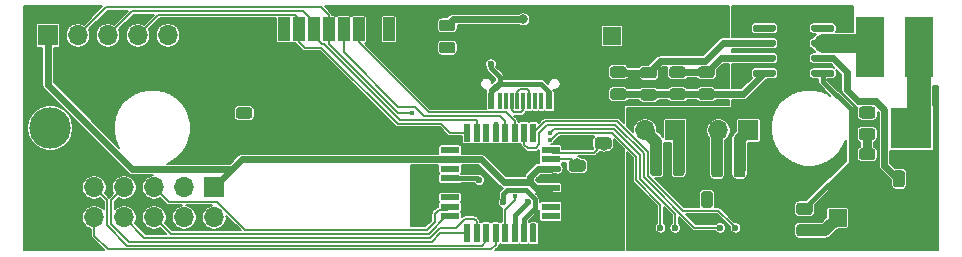
<source format=gbr>
%TF.GenerationSoftware,KiCad,Pcbnew,(5.1.9)-1*%
%TF.CreationDate,2021-03-26T17:47:29+08:00*%
%TF.ProjectId,final project,66696e61-6c20-4707-926f-6a6563742e6b,rev?*%
%TF.SameCoordinates,Original*%
%TF.FileFunction,Copper,L1,Top*%
%TF.FilePolarity,Positive*%
%FSLAX46Y46*%
G04 Gerber Fmt 4.6, Leading zero omitted, Abs format (unit mm)*
G04 Created by KiCad (PCBNEW (5.1.9)-1) date 2021-03-26 17:47:29*
%MOMM*%
%LPD*%
G01*
G04 APERTURE LIST*
%TA.AperFunction,SMDPad,CuDef*%
%ADD10R,1.000000X2.000000*%
%TD*%
%TA.AperFunction,SMDPad,CuDef*%
%ADD11R,0.600000X1.450000*%
%TD*%
%TA.AperFunction,SMDPad,CuDef*%
%ADD12R,0.300000X1.450000*%
%TD*%
%TA.AperFunction,ComponentPad*%
%ADD13O,1.000000X2.100000*%
%TD*%
%TA.AperFunction,ComponentPad*%
%ADD14O,1.000000X1.600000*%
%TD*%
%TA.AperFunction,ComponentPad*%
%ADD15R,3.500000X3.500000*%
%TD*%
%TA.AperFunction,ComponentPad*%
%ADD16C,3.500000*%
%TD*%
%TA.AperFunction,ComponentPad*%
%ADD17O,1.700000X1.700000*%
%TD*%
%TA.AperFunction,ComponentPad*%
%ADD18R,1.700000X1.700000*%
%TD*%
%TA.AperFunction,ComponentPad*%
%ADD19C,0.500000*%
%TD*%
%TA.AperFunction,SMDPad,CuDef*%
%ADD20R,2.290000X3.000000*%
%TD*%
%TA.AperFunction,SMDPad,CuDef*%
%ADD21R,1.500000X1.500000*%
%TD*%
%TA.AperFunction,SMDPad,CuDef*%
%ADD22R,0.550000X1.600000*%
%TD*%
%TA.AperFunction,SMDPad,CuDef*%
%ADD23R,1.600000X0.550000*%
%TD*%
%TA.AperFunction,SMDPad,CuDef*%
%ADD24R,2.350000X5.100000*%
%TD*%
%TA.AperFunction,ViaPad*%
%ADD25C,0.800000*%
%TD*%
%TA.AperFunction,ViaPad*%
%ADD26C,1.000000*%
%TD*%
%TA.AperFunction,ViaPad*%
%ADD27C,0.600000*%
%TD*%
%TA.AperFunction,ViaPad*%
%ADD28C,0.400000*%
%TD*%
%TA.AperFunction,Conductor*%
%ADD29C,2.000000*%
%TD*%
%TA.AperFunction,Conductor*%
%ADD30C,0.600000*%
%TD*%
%TA.AperFunction,Conductor*%
%ADD31C,0.200000*%
%TD*%
%TA.AperFunction,Conductor*%
%ADD32C,0.400000*%
%TD*%
%TA.AperFunction,Conductor*%
%ADD33C,1.000000*%
%TD*%
%TA.AperFunction,Conductor*%
%ADD34C,0.800000*%
%TD*%
%TA.AperFunction,Conductor*%
%ADD35C,1.600000*%
%TD*%
%TA.AperFunction,Conductor*%
%ADD36C,0.127000*%
%TD*%
%TA.AperFunction,Conductor*%
%ADD37C,0.100000*%
%TD*%
G04 APERTURE END LIST*
D10*
%TO.P,U6,8*%
%TO.N,Net-(U6-Pad8)*%
X119010000Y-51100000D03*
%TO.P,U6,7*%
%TO.N,/MISO*%
X120280000Y-51100000D03*
%TO.P,U6,6*%
%TO.N,/MOSI*%
X121550000Y-51100000D03*
%TO.P,U6,5*%
%TO.N,/SCK*%
X122820000Y-51100000D03*
%TO.P,U6,4*%
%TO.N,/CSN*%
X124090000Y-51100000D03*
%TO.P,U6,3*%
%TO.N,/CE*%
X125360000Y-51100000D03*
%TO.P,U6,1*%
%TO.N,GNDA*%
X126630000Y-51100000D03*
%TO.P,U6,2*%
%TO.N,+3V3*%
X127900000Y-51100000D03*
%TD*%
D11*
%TO.P,USB1,12*%
%TO.N,GNDA*%
X135825000Y-57145000D03*
%TO.P,USB1,1*%
X142275000Y-57145000D03*
%TO.P,USB1,11*%
%TO.N,VCC*%
X136600000Y-57145000D03*
%TO.P,USB1,2*%
X141500000Y-57145000D03*
D12*
%TO.P,USB1,3*%
%TO.N,Net-(USB1-Pad3)*%
X140800000Y-57145000D03*
%TO.P,USB1,10*%
%TO.N,Net-(USB1-Pad10)*%
X137300000Y-57145000D03*
%TO.P,USB1,4*%
%TO.N,Net-(USB1-Pad4)*%
X140300000Y-57145000D03*
%TO.P,USB1,9*%
%TO.N,Net-(USB1-Pad9)*%
X137800000Y-57145000D03*
%TO.P,USB1,5*%
%TO.N,Net-(U1-Pad2)*%
X139800000Y-57145000D03*
%TO.P,USB1,8*%
%TO.N,Net-(U1-Pad1)*%
X138300000Y-57145000D03*
%TO.P,USB1,7*%
%TO.N,Net-(U1-Pad2)*%
X138800000Y-57145000D03*
%TO.P,USB1,6*%
%TO.N,Net-(U1-Pad1)*%
X139300000Y-57145000D03*
D13*
%TO.P,USB1,13*%
%TO.N,GNDA*%
X143370000Y-56230000D03*
X134730000Y-56230000D03*
D14*
X143370000Y-52050000D03*
X134730000Y-52050000D03*
%TD*%
D15*
%TO.P,BT1,1*%
%TO.N,Net-(BT1-Pad1)*%
X172150000Y-59450000D03*
D16*
%TO.P,BT1,2*%
%TO.N,GND*%
X99250000Y-59450000D03*
%TD*%
D17*
%TO.P,J1,12*%
%TO.N,GNDA*%
X100425000Y-67015000D03*
%TO.P,J1,11*%
X100425000Y-64475000D03*
%TO.P,J1,10*%
%TO.N,/A5*%
X102965000Y-67015000D03*
%TO.P,J1,9*%
%TO.N,/A4*%
X102965000Y-64475000D03*
%TO.P,J1,8*%
%TO.N,/A3*%
X105505000Y-67015000D03*
%TO.P,J1,7*%
%TO.N,/A2*%
X105505000Y-64475000D03*
%TO.P,J1,6*%
%TO.N,/A1*%
X108045000Y-67015000D03*
%TO.P,J1,5*%
%TO.N,/A0*%
X108045000Y-64475000D03*
%TO.P,J1,4*%
%TO.N,/D4*%
X110585000Y-67015000D03*
%TO.P,J1,3*%
%TO.N,/D3*%
X110585000Y-64475000D03*
%TO.P,J1,2*%
%TO.N,/D2*%
X113125000Y-67015000D03*
D18*
%TO.P,J1,1*%
%TO.N,+5V*%
X113125000Y-64475000D03*
%TD*%
D19*
%TO.P,U2,9*%
%TO.N,GND*%
X162830000Y-53900000D03*
X161530000Y-53900000D03*
X162830000Y-52900000D03*
X161530000Y-52900000D03*
X162830000Y-51900000D03*
X161530000Y-51900000D03*
D20*
X162180000Y-52900000D03*
%TO.P,U2,8*%
%TO.N,+5V*%
%TA.AperFunction,SMDPad,CuDef*%
G36*
G01*
X163680000Y-51145000D02*
X163680000Y-50845000D01*
G75*
G02*
X163830000Y-50695000I150000J0D01*
G01*
X165480000Y-50695000D01*
G75*
G02*
X165630000Y-50845000I0J-150000D01*
G01*
X165630000Y-51145000D01*
G75*
G02*
X165480000Y-51295000I-150000J0D01*
G01*
X163830000Y-51295000D01*
G75*
G02*
X163680000Y-51145000I0J150000D01*
G01*
G37*
%TD.AperFunction*%
%TO.P,U2,7*%
%TO.N,Net-(L1-Pad1)*%
%TA.AperFunction,SMDPad,CuDef*%
G36*
G01*
X163680000Y-52415000D02*
X163680000Y-52115000D01*
G75*
G02*
X163830000Y-51965000I150000J0D01*
G01*
X165480000Y-51965000D01*
G75*
G02*
X165630000Y-52115000I0J-150000D01*
G01*
X165630000Y-52415000D01*
G75*
G02*
X165480000Y-52565000I-150000J0D01*
G01*
X163830000Y-52565000D01*
G75*
G02*
X163680000Y-52415000I0J150000D01*
G01*
G37*
%TD.AperFunction*%
%TO.P,U2,6*%
%TO.N,Net-(C13-Pad1)*%
%TA.AperFunction,SMDPad,CuDef*%
G36*
G01*
X163680000Y-53685000D02*
X163680000Y-53385000D01*
G75*
G02*
X163830000Y-53235000I150000J0D01*
G01*
X165480000Y-53235000D01*
G75*
G02*
X165630000Y-53385000I0J-150000D01*
G01*
X165630000Y-53685000D01*
G75*
G02*
X165480000Y-53835000I-150000J0D01*
G01*
X163830000Y-53835000D01*
G75*
G02*
X163680000Y-53685000I0J150000D01*
G01*
G37*
%TD.AperFunction*%
%TO.P,U2,5*%
%TO.N,Net-(R2-Pad2)*%
%TA.AperFunction,SMDPad,CuDef*%
G36*
G01*
X163680000Y-54955000D02*
X163680000Y-54655000D01*
G75*
G02*
X163830000Y-54505000I150000J0D01*
G01*
X165480000Y-54505000D01*
G75*
G02*
X165630000Y-54655000I0J-150000D01*
G01*
X165630000Y-54955000D01*
G75*
G02*
X165480000Y-55105000I-150000J0D01*
G01*
X163830000Y-55105000D01*
G75*
G02*
X163680000Y-54955000I0J150000D01*
G01*
G37*
%TD.AperFunction*%
%TO.P,U2,4*%
%TO.N,Net-(D2-Pad1)*%
%TA.AperFunction,SMDPad,CuDef*%
G36*
G01*
X158730000Y-54955000D02*
X158730000Y-54655000D01*
G75*
G02*
X158880000Y-54505000I150000J0D01*
G01*
X160530000Y-54505000D01*
G75*
G02*
X160680000Y-54655000I0J-150000D01*
G01*
X160680000Y-54955000D01*
G75*
G02*
X160530000Y-55105000I-150000J0D01*
G01*
X158880000Y-55105000D01*
G75*
G02*
X158730000Y-54955000I0J150000D01*
G01*
G37*
%TD.AperFunction*%
%TO.P,U2,3*%
%TO.N,Net-(D4-Pad2)*%
%TA.AperFunction,SMDPad,CuDef*%
G36*
G01*
X158730000Y-53685000D02*
X158730000Y-53385000D01*
G75*
G02*
X158880000Y-53235000I150000J0D01*
G01*
X160530000Y-53235000D01*
G75*
G02*
X160680000Y-53385000I0J-150000D01*
G01*
X160680000Y-53685000D01*
G75*
G02*
X160530000Y-53835000I-150000J0D01*
G01*
X158880000Y-53835000D01*
G75*
G02*
X158730000Y-53685000I0J150000D01*
G01*
G37*
%TD.AperFunction*%
%TO.P,U2,2*%
%TO.N,Net-(D2-Pad2)*%
%TA.AperFunction,SMDPad,CuDef*%
G36*
G01*
X158730000Y-52415000D02*
X158730000Y-52115000D01*
G75*
G02*
X158880000Y-51965000I150000J0D01*
G01*
X160530000Y-51965000D01*
G75*
G02*
X160680000Y-52115000I0J-150000D01*
G01*
X160680000Y-52415000D01*
G75*
G02*
X160530000Y-52565000I-150000J0D01*
G01*
X158880000Y-52565000D01*
G75*
G02*
X158730000Y-52415000I0J150000D01*
G01*
G37*
%TD.AperFunction*%
%TO.P,U2,1*%
%TO.N,VCC*%
%TA.AperFunction,SMDPad,CuDef*%
G36*
G01*
X158730000Y-51145000D02*
X158730000Y-50845000D01*
G75*
G02*
X158880000Y-50695000I150000J0D01*
G01*
X160530000Y-50695000D01*
G75*
G02*
X160680000Y-50845000I0J-150000D01*
G01*
X160680000Y-51145000D01*
G75*
G02*
X160530000Y-51295000I-150000J0D01*
G01*
X158880000Y-51295000D01*
G75*
G02*
X158730000Y-51145000I0J150000D01*
G01*
G37*
%TD.AperFunction*%
%TD*%
D21*
%TO.P,SW2,2*%
%TO.N,GNDA*%
X154600000Y-51650000D03*
%TO.P,SW2,1*%
%TO.N,/Reset*%
X146800000Y-51650000D03*
%TD*%
%TO.P,SW1,2*%
%TO.N,GND*%
X173700000Y-67050000D03*
%TO.P,SW1,1*%
%TO.N,Net-(R2-Pad1)*%
X165900000Y-67050000D03*
%TD*%
D22*
%TO.P,U5,32*%
%TO.N,/D2*%
X140150000Y-68350000D03*
%TO.P,U5,31*%
%TO.N,Net-(R9-Pad2)*%
X139350000Y-68350000D03*
%TO.P,U5,30*%
%TO.N,Net-(R8-Pad2)*%
X138550000Y-68350000D03*
%TO.P,U5,29*%
%TO.N,/Reset*%
X137750000Y-68350000D03*
%TO.P,U5,28*%
%TO.N,/A5*%
X136950000Y-68350000D03*
%TO.P,U5,27*%
%TO.N,/A4*%
X136150000Y-68350000D03*
%TO.P,U5,26*%
%TO.N,/A3*%
X135350000Y-68350000D03*
%TO.P,U5,25*%
%TO.N,/A2*%
X134550000Y-68350000D03*
D23*
%TO.P,U5,24*%
%TO.N,/A1*%
X133100000Y-66900000D03*
%TO.P,U5,23*%
%TO.N,/A0*%
X133100000Y-66100000D03*
%TO.P,U5,22*%
%TO.N,Net-(U5-Pad22)*%
X133100000Y-65300000D03*
%TO.P,U5,21*%
%TO.N,GNDA*%
X133100000Y-64500000D03*
%TO.P,U5,20*%
%TO.N,Net-(C18-Pad2)*%
X133100000Y-63700000D03*
%TO.P,U5,19*%
%TO.N,Net-(U5-Pad19)*%
X133100000Y-62900000D03*
%TO.P,U5,18*%
%TO.N,+5V*%
X133100000Y-62100000D03*
%TO.P,U5,17*%
%TO.N,/SCK*%
X133100000Y-61300000D03*
D22*
%TO.P,U5,16*%
%TO.N,/MISO*%
X134550000Y-59850000D03*
%TO.P,U5,15*%
%TO.N,/MOSI*%
X135350000Y-59850000D03*
%TO.P,U5,14*%
%TO.N,/IND*%
X136150000Y-59850000D03*
%TO.P,U5,13*%
%TO.N,/INC*%
X136950000Y-59850000D03*
%TO.P,U5,12*%
%TO.N,/CSN*%
X137750000Y-59850000D03*
%TO.P,U5,11*%
%TO.N,/CE*%
X138550000Y-59850000D03*
%TO.P,U5,10*%
%TO.N,/INB*%
X139350000Y-59850000D03*
%TO.P,U5,9*%
%TO.N,/INA*%
X140150000Y-59850000D03*
D23*
%TO.P,U5,8*%
%TO.N,Net-(C21-Pad2)*%
X141600000Y-61300000D03*
%TO.P,U5,7*%
%TO.N,Net-(C20-Pad2)*%
X141600000Y-62100000D03*
%TO.P,U5,6*%
%TO.N,+5V*%
X141600000Y-62900000D03*
%TO.P,U5,5*%
%TO.N,GNDA*%
X141600000Y-63700000D03*
%TO.P,U5,4*%
%TO.N,+5V*%
X141600000Y-64500000D03*
%TO.P,U5,3*%
%TO.N,GNDA*%
X141600000Y-65300000D03*
%TO.P,U5,2*%
%TO.N,/D4*%
X141600000Y-66100000D03*
%TO.P,U5,1*%
%TO.N,/D3*%
X141600000Y-66900000D03*
%TD*%
%TO.P,R5,2*%
%TO.N,+5V*%
%TA.AperFunction,SMDPad,CuDef*%
G36*
G01*
X168850001Y-58650000D02*
X167949999Y-58650000D01*
G75*
G02*
X167700000Y-58400001I0J249999D01*
G01*
X167700000Y-57874999D01*
G75*
G02*
X167949999Y-57625000I249999J0D01*
G01*
X168850001Y-57625000D01*
G75*
G02*
X169100000Y-57874999I0J-249999D01*
G01*
X169100000Y-58400001D01*
G75*
G02*
X168850001Y-58650000I-249999J0D01*
G01*
G37*
%TD.AperFunction*%
%TO.P,R5,1*%
%TO.N,Net-(D6-Pad2)*%
%TA.AperFunction,SMDPad,CuDef*%
G36*
G01*
X168850001Y-60475000D02*
X167949999Y-60475000D01*
G75*
G02*
X167700000Y-60225001I0J249999D01*
G01*
X167700000Y-59699999D01*
G75*
G02*
X167949999Y-59450000I249999J0D01*
G01*
X168850001Y-59450000D01*
G75*
G02*
X169100000Y-59699999I0J-249999D01*
G01*
X169100000Y-60225001D01*
G75*
G02*
X168850001Y-60475000I-249999J0D01*
G01*
G37*
%TD.AperFunction*%
%TD*%
%TO.P,R4,2*%
%TO.N,GND*%
%TA.AperFunction,SMDPad,CuDef*%
G36*
G01*
X148225000Y-66650001D02*
X148225000Y-65749999D01*
G75*
G02*
X148474999Y-65500000I249999J0D01*
G01*
X149000001Y-65500000D01*
G75*
G02*
X149250000Y-65749999I0J-249999D01*
G01*
X149250000Y-66650001D01*
G75*
G02*
X149000001Y-66900000I-249999J0D01*
G01*
X148474999Y-66900000D01*
G75*
G02*
X148225000Y-66650001I0J249999D01*
G01*
G37*
%TD.AperFunction*%
%TO.P,R4,1*%
%TO.N,GNDA*%
%TA.AperFunction,SMDPad,CuDef*%
G36*
G01*
X146400000Y-66650001D02*
X146400000Y-65749999D01*
G75*
G02*
X146649999Y-65500000I249999J0D01*
G01*
X147175001Y-65500000D01*
G75*
G02*
X147425000Y-65749999I0J-249999D01*
G01*
X147425000Y-66650001D01*
G75*
G02*
X147175001Y-66900000I-249999J0D01*
G01*
X146649999Y-66900000D01*
G75*
G02*
X146400000Y-66650001I0J249999D01*
G01*
G37*
%TD.AperFunction*%
%TD*%
%TO.P,R2,2*%
%TO.N,Net-(R2-Pad2)*%
%TA.AperFunction,SMDPad,CuDef*%
G36*
G01*
X163550001Y-66800000D02*
X162649999Y-66800000D01*
G75*
G02*
X162400000Y-66550001I0J249999D01*
G01*
X162400000Y-66024999D01*
G75*
G02*
X162649999Y-65775000I249999J0D01*
G01*
X163550001Y-65775000D01*
G75*
G02*
X163800000Y-66024999I0J-249999D01*
G01*
X163800000Y-66550001D01*
G75*
G02*
X163550001Y-66800000I-249999J0D01*
G01*
G37*
%TD.AperFunction*%
%TO.P,R2,1*%
%TO.N,Net-(R2-Pad1)*%
%TA.AperFunction,SMDPad,CuDef*%
G36*
G01*
X163550001Y-68625000D02*
X162649999Y-68625000D01*
G75*
G02*
X162400000Y-68375001I0J249999D01*
G01*
X162400000Y-67849999D01*
G75*
G02*
X162649999Y-67600000I249999J0D01*
G01*
X163550001Y-67600000D01*
G75*
G02*
X163800000Y-67849999I0J-249999D01*
G01*
X163800000Y-68375001D01*
G75*
G02*
X163550001Y-68625000I-249999J0D01*
G01*
G37*
%TD.AperFunction*%
%TD*%
D17*
%TO.P,M2,2*%
%TO.N,/OUTD*%
X149610000Y-59650000D03*
D18*
%TO.P,M2,1*%
%TO.N,/OUTC*%
X152150000Y-59650000D03*
%TD*%
D17*
%TO.P,M1,2*%
%TO.N,/OUTB*%
X155810000Y-59650000D03*
D18*
%TO.P,M1,1*%
%TO.N,/OUTA*%
X158350000Y-59650000D03*
%TD*%
D24*
%TO.P,L1,2*%
%TO.N,Net-(BT1-Pad1)*%
X172775000Y-52550000D03*
%TO.P,L1,1*%
%TO.N,Net-(L1-Pad1)*%
X168625000Y-52550000D03*
%TD*%
D17*
%TO.P,J2,6*%
%TO.N,GNDA*%
X111750000Y-51600000D03*
%TO.P,J2,5*%
%TO.N,/Reset*%
X109210000Y-51600000D03*
%TO.P,J2,4*%
%TO.N,/MISO*%
X106670000Y-51600000D03*
%TO.P,J2,3*%
%TO.N,/MOSI*%
X104130000Y-51600000D03*
%TO.P,J2,2*%
%TO.N,/SCK*%
X101590000Y-51600000D03*
D18*
%TO.P,J2,1*%
%TO.N,+5V*%
X99050000Y-51600000D03*
%TD*%
%TO.P,D7,2*%
%TO.N,Net-(D7-Pad2)*%
%TA.AperFunction,SMDPad,CuDef*%
G36*
G01*
X115198750Y-57690000D02*
X116111250Y-57690000D01*
G75*
G02*
X116355000Y-57933750I0J-243750D01*
G01*
X116355000Y-58421250D01*
G75*
G02*
X116111250Y-58665000I-243750J0D01*
G01*
X115198750Y-58665000D01*
G75*
G02*
X114955000Y-58421250I0J243750D01*
G01*
X114955000Y-57933750D01*
G75*
G02*
X115198750Y-57690000I243750J0D01*
G01*
G37*
%TD.AperFunction*%
%TO.P,D7,1*%
%TO.N,GNDA*%
%TA.AperFunction,SMDPad,CuDef*%
G36*
G01*
X115198750Y-55815000D02*
X116111250Y-55815000D01*
G75*
G02*
X116355000Y-56058750I0J-243750D01*
G01*
X116355000Y-56546250D01*
G75*
G02*
X116111250Y-56790000I-243750J0D01*
G01*
X115198750Y-56790000D01*
G75*
G02*
X114955000Y-56546250I0J243750D01*
G01*
X114955000Y-56058750D01*
G75*
G02*
X115198750Y-55815000I243750J0D01*
G01*
G37*
%TD.AperFunction*%
%TD*%
%TO.P,D6,2*%
%TO.N,Net-(D6-Pad2)*%
%TA.AperFunction,SMDPad,CuDef*%
G36*
G01*
X168856250Y-62150000D02*
X167943750Y-62150000D01*
G75*
G02*
X167700000Y-61906250I0J243750D01*
G01*
X167700000Y-61418750D01*
G75*
G02*
X167943750Y-61175000I243750J0D01*
G01*
X168856250Y-61175000D01*
G75*
G02*
X169100000Y-61418750I0J-243750D01*
G01*
X169100000Y-61906250D01*
G75*
G02*
X168856250Y-62150000I-243750J0D01*
G01*
G37*
%TD.AperFunction*%
%TO.P,D6,1*%
%TO.N,GND*%
%TA.AperFunction,SMDPad,CuDef*%
G36*
G01*
X168856250Y-64025000D02*
X167943750Y-64025000D01*
G75*
G02*
X167700000Y-63781250I0J243750D01*
G01*
X167700000Y-63293750D01*
G75*
G02*
X167943750Y-63050000I243750J0D01*
G01*
X168856250Y-63050000D01*
G75*
G02*
X169100000Y-63293750I0J-243750D01*
G01*
X169100000Y-63781250D01*
G75*
G02*
X168856250Y-64025000I-243750J0D01*
G01*
G37*
%TD.AperFunction*%
%TD*%
%TO.P,D5,2*%
%TO.N,Net-(D2-Pad1)*%
%TA.AperFunction,SMDPad,CuDef*%
G36*
G01*
X154343750Y-56100000D02*
X155256250Y-56100000D01*
G75*
G02*
X155500000Y-56343750I0J-243750D01*
G01*
X155500000Y-56831250D01*
G75*
G02*
X155256250Y-57075000I-243750J0D01*
G01*
X154343750Y-57075000D01*
G75*
G02*
X154100000Y-56831250I0J243750D01*
G01*
X154100000Y-56343750D01*
G75*
G02*
X154343750Y-56100000I243750J0D01*
G01*
G37*
%TD.AperFunction*%
%TO.P,D5,1*%
%TO.N,Net-(D4-Pad2)*%
%TA.AperFunction,SMDPad,CuDef*%
G36*
G01*
X154343750Y-54225000D02*
X155256250Y-54225000D01*
G75*
G02*
X155500000Y-54468750I0J-243750D01*
G01*
X155500000Y-54956250D01*
G75*
G02*
X155256250Y-55200000I-243750J0D01*
G01*
X154343750Y-55200000D01*
G75*
G02*
X154100000Y-54956250I0J243750D01*
G01*
X154100000Y-54468750D01*
G75*
G02*
X154343750Y-54225000I243750J0D01*
G01*
G37*
%TD.AperFunction*%
%TD*%
%TO.P,D4,2*%
%TO.N,Net-(D4-Pad2)*%
%TA.AperFunction,SMDPad,CuDef*%
G36*
G01*
X152806250Y-55200000D02*
X151893750Y-55200000D01*
G75*
G02*
X151650000Y-54956250I0J243750D01*
G01*
X151650000Y-54468750D01*
G75*
G02*
X151893750Y-54225000I243750J0D01*
G01*
X152806250Y-54225000D01*
G75*
G02*
X153050000Y-54468750I0J-243750D01*
G01*
X153050000Y-54956250D01*
G75*
G02*
X152806250Y-55200000I-243750J0D01*
G01*
G37*
%TD.AperFunction*%
%TO.P,D4,1*%
%TO.N,Net-(D2-Pad1)*%
%TA.AperFunction,SMDPad,CuDef*%
G36*
G01*
X152806250Y-57075000D02*
X151893750Y-57075000D01*
G75*
G02*
X151650000Y-56831250I0J243750D01*
G01*
X151650000Y-56343750D01*
G75*
G02*
X151893750Y-56100000I243750J0D01*
G01*
X152806250Y-56100000D01*
G75*
G02*
X153050000Y-56343750I0J-243750D01*
G01*
X153050000Y-56831250D01*
G75*
G02*
X152806250Y-57075000I-243750J0D01*
G01*
G37*
%TD.AperFunction*%
%TD*%
%TO.P,D3,2*%
%TO.N,Net-(D2-Pad1)*%
%TA.AperFunction,SMDPad,CuDef*%
G36*
G01*
X149443750Y-56150000D02*
X150356250Y-56150000D01*
G75*
G02*
X150600000Y-56393750I0J-243750D01*
G01*
X150600000Y-56881250D01*
G75*
G02*
X150356250Y-57125000I-243750J0D01*
G01*
X149443750Y-57125000D01*
G75*
G02*
X149200000Y-56881250I0J243750D01*
G01*
X149200000Y-56393750D01*
G75*
G02*
X149443750Y-56150000I243750J0D01*
G01*
G37*
%TD.AperFunction*%
%TO.P,D3,1*%
%TO.N,Net-(D2-Pad2)*%
%TA.AperFunction,SMDPad,CuDef*%
G36*
G01*
X149443750Y-54275000D02*
X150356250Y-54275000D01*
G75*
G02*
X150600000Y-54518750I0J-243750D01*
G01*
X150600000Y-55006250D01*
G75*
G02*
X150356250Y-55250000I-243750J0D01*
G01*
X149443750Y-55250000D01*
G75*
G02*
X149200000Y-55006250I0J243750D01*
G01*
X149200000Y-54518750D01*
G75*
G02*
X149443750Y-54275000I243750J0D01*
G01*
G37*
%TD.AperFunction*%
%TD*%
%TO.P,D2,2*%
%TO.N,Net-(D2-Pad2)*%
%TA.AperFunction,SMDPad,CuDef*%
G36*
G01*
X147806250Y-55200000D02*
X146893750Y-55200000D01*
G75*
G02*
X146650000Y-54956250I0J243750D01*
G01*
X146650000Y-54468750D01*
G75*
G02*
X146893750Y-54225000I243750J0D01*
G01*
X147806250Y-54225000D01*
G75*
G02*
X148050000Y-54468750I0J-243750D01*
G01*
X148050000Y-54956250D01*
G75*
G02*
X147806250Y-55200000I-243750J0D01*
G01*
G37*
%TD.AperFunction*%
%TO.P,D2,1*%
%TO.N,Net-(D2-Pad1)*%
%TA.AperFunction,SMDPad,CuDef*%
G36*
G01*
X147806250Y-57075000D02*
X146893750Y-57075000D01*
G75*
G02*
X146650000Y-56831250I0J243750D01*
G01*
X146650000Y-56343750D01*
G75*
G02*
X146893750Y-56100000I243750J0D01*
G01*
X147806250Y-56100000D01*
G75*
G02*
X148050000Y-56343750I0J-243750D01*
G01*
X148050000Y-56831250D01*
G75*
G02*
X147806250Y-57075000I-243750J0D01*
G01*
G37*
%TD.AperFunction*%
%TD*%
%TO.P,D1,2*%
%TO.N,Net-(D1-Pad2)*%
%TA.AperFunction,SMDPad,CuDef*%
G36*
G01*
X132393750Y-52150000D02*
X133306250Y-52150000D01*
G75*
G02*
X133550000Y-52393750I0J-243750D01*
G01*
X133550000Y-52881250D01*
G75*
G02*
X133306250Y-53125000I-243750J0D01*
G01*
X132393750Y-53125000D01*
G75*
G02*
X132150000Y-52881250I0J243750D01*
G01*
X132150000Y-52393750D01*
G75*
G02*
X132393750Y-52150000I243750J0D01*
G01*
G37*
%TD.AperFunction*%
%TO.P,D1,1*%
%TO.N,Net-(D1-Pad1)*%
%TA.AperFunction,SMDPad,CuDef*%
G36*
G01*
X132393750Y-50275000D02*
X133306250Y-50275000D01*
G75*
G02*
X133550000Y-50518750I0J-243750D01*
G01*
X133550000Y-51006250D01*
G75*
G02*
X133306250Y-51250000I-243750J0D01*
G01*
X132393750Y-51250000D01*
G75*
G02*
X132150000Y-51006250I0J243750D01*
G01*
X132150000Y-50518750D01*
G75*
G02*
X132393750Y-50275000I243750J0D01*
G01*
G37*
%TD.AperFunction*%
%TD*%
%TO.P,C21,2*%
%TO.N,Net-(C21-Pad2)*%
%TA.AperFunction,SMDPad,CuDef*%
G36*
G01*
X146525000Y-61250000D02*
X145575000Y-61250000D01*
G75*
G02*
X145325000Y-61000000I0J250000D01*
G01*
X145325000Y-60500000D01*
G75*
G02*
X145575000Y-60250000I250000J0D01*
G01*
X146525000Y-60250000D01*
G75*
G02*
X146775000Y-60500000I0J-250000D01*
G01*
X146775000Y-61000000D01*
G75*
G02*
X146525000Y-61250000I-250000J0D01*
G01*
G37*
%TD.AperFunction*%
%TO.P,C21,1*%
%TO.N,GNDA*%
%TA.AperFunction,SMDPad,CuDef*%
G36*
G01*
X146525000Y-63150000D02*
X145575000Y-63150000D01*
G75*
G02*
X145325000Y-62900000I0J250000D01*
G01*
X145325000Y-62400000D01*
G75*
G02*
X145575000Y-62150000I250000J0D01*
G01*
X146525000Y-62150000D01*
G75*
G02*
X146775000Y-62400000I0J-250000D01*
G01*
X146775000Y-62900000D01*
G75*
G02*
X146525000Y-63150000I-250000J0D01*
G01*
G37*
%TD.AperFunction*%
%TD*%
%TO.P,C20,2*%
%TO.N,Net-(C20-Pad2)*%
%TA.AperFunction,SMDPad,CuDef*%
G36*
G01*
X143375000Y-62150000D02*
X144325000Y-62150000D01*
G75*
G02*
X144575000Y-62400000I0J-250000D01*
G01*
X144575000Y-62900000D01*
G75*
G02*
X144325000Y-63150000I-250000J0D01*
G01*
X143375000Y-63150000D01*
G75*
G02*
X143125000Y-62900000I0J250000D01*
G01*
X143125000Y-62400000D01*
G75*
G02*
X143375000Y-62150000I250000J0D01*
G01*
G37*
%TD.AperFunction*%
%TO.P,C20,1*%
%TO.N,GNDA*%
%TA.AperFunction,SMDPad,CuDef*%
G36*
G01*
X143375000Y-60250000D02*
X144325000Y-60250000D01*
G75*
G02*
X144575000Y-60500000I0J-250000D01*
G01*
X144575000Y-61000000D01*
G75*
G02*
X144325000Y-61250000I-250000J0D01*
G01*
X143375000Y-61250000D01*
G75*
G02*
X143125000Y-61000000I0J250000D01*
G01*
X143125000Y-60500000D01*
G75*
G02*
X143375000Y-60250000I250000J0D01*
G01*
G37*
%TD.AperFunction*%
%TD*%
%TO.P,C14,2*%
%TO.N,/OUTC*%
%TA.AperFunction,SMDPad,CuDef*%
G36*
G01*
X151950000Y-63275000D02*
X151950000Y-62325000D01*
G75*
G02*
X152200000Y-62075000I250000J0D01*
G01*
X152700000Y-62075000D01*
G75*
G02*
X152950000Y-62325000I0J-250000D01*
G01*
X152950000Y-63275000D01*
G75*
G02*
X152700000Y-63525000I-250000J0D01*
G01*
X152200000Y-63525000D01*
G75*
G02*
X151950000Y-63275000I0J250000D01*
G01*
G37*
%TD.AperFunction*%
%TO.P,C14,1*%
%TO.N,/OUTD*%
%TA.AperFunction,SMDPad,CuDef*%
G36*
G01*
X150050000Y-63275000D02*
X150050000Y-62325000D01*
G75*
G02*
X150300000Y-62075000I250000J0D01*
G01*
X150800000Y-62075000D01*
G75*
G02*
X151050000Y-62325000I0J-250000D01*
G01*
X151050000Y-63275000D01*
G75*
G02*
X150800000Y-63525000I-250000J0D01*
G01*
X150300000Y-63525000D01*
G75*
G02*
X150050000Y-63275000I0J250000D01*
G01*
G37*
%TD.AperFunction*%
%TD*%
%TO.P,C13,2*%
%TO.N,GND*%
%TA.AperFunction,SMDPad,CuDef*%
G36*
G01*
X172500000Y-64225000D02*
X172500000Y-63275000D01*
G75*
G02*
X172750000Y-63025000I250000J0D01*
G01*
X173250000Y-63025000D01*
G75*
G02*
X173500000Y-63275000I0J-250000D01*
G01*
X173500000Y-64225000D01*
G75*
G02*
X173250000Y-64475000I-250000J0D01*
G01*
X172750000Y-64475000D01*
G75*
G02*
X172500000Y-64225000I0J250000D01*
G01*
G37*
%TD.AperFunction*%
%TO.P,C13,1*%
%TO.N,Net-(C13-Pad1)*%
%TA.AperFunction,SMDPad,CuDef*%
G36*
G01*
X170600000Y-64225000D02*
X170600000Y-63275000D01*
G75*
G02*
X170850000Y-63025000I250000J0D01*
G01*
X171350000Y-63025000D01*
G75*
G02*
X171600000Y-63275000I0J-250000D01*
G01*
X171600000Y-64225000D01*
G75*
G02*
X171350000Y-64475000I-250000J0D01*
G01*
X170850000Y-64475000D01*
G75*
G02*
X170600000Y-64225000I0J250000D01*
G01*
G37*
%TD.AperFunction*%
%TD*%
%TO.P,C10,2*%
%TO.N,/OUTA*%
%TA.AperFunction,SMDPad,CuDef*%
G36*
G01*
X157100000Y-63375000D02*
X157100000Y-62425000D01*
G75*
G02*
X157350000Y-62175000I250000J0D01*
G01*
X157850000Y-62175000D01*
G75*
G02*
X158100000Y-62425000I0J-250000D01*
G01*
X158100000Y-63375000D01*
G75*
G02*
X157850000Y-63625000I-250000J0D01*
G01*
X157350000Y-63625000D01*
G75*
G02*
X157100000Y-63375000I0J250000D01*
G01*
G37*
%TD.AperFunction*%
%TO.P,C10,1*%
%TO.N,/OUTB*%
%TA.AperFunction,SMDPad,CuDef*%
G36*
G01*
X155200000Y-63375000D02*
X155200000Y-62425000D01*
G75*
G02*
X155450000Y-62175000I250000J0D01*
G01*
X155950000Y-62175000D01*
G75*
G02*
X156200000Y-62425000I0J-250000D01*
G01*
X156200000Y-63375000D01*
G75*
G02*
X155950000Y-63625000I-250000J0D01*
G01*
X155450000Y-63625000D01*
G75*
G02*
X155200000Y-63375000I0J250000D01*
G01*
G37*
%TD.AperFunction*%
%TD*%
%TO.P,C8,2*%
%TO.N,+5V*%
%TA.AperFunction,SMDPad,CuDef*%
G36*
G01*
X155350000Y-65025000D02*
X155350000Y-65975000D01*
G75*
G02*
X155100000Y-66225000I-250000J0D01*
G01*
X154600000Y-66225000D01*
G75*
G02*
X154350000Y-65975000I0J250000D01*
G01*
X154350000Y-65025000D01*
G75*
G02*
X154600000Y-64775000I250000J0D01*
G01*
X155100000Y-64775000D01*
G75*
G02*
X155350000Y-65025000I0J-250000D01*
G01*
G37*
%TD.AperFunction*%
%TO.P,C8,1*%
%TO.N,GND*%
%TA.AperFunction,SMDPad,CuDef*%
G36*
G01*
X157250000Y-65025000D02*
X157250000Y-65975000D01*
G75*
G02*
X157000000Y-66225000I-250000J0D01*
G01*
X156500000Y-66225000D01*
G75*
G02*
X156250000Y-65975000I0J250000D01*
G01*
X156250000Y-65025000D01*
G75*
G02*
X156500000Y-64775000I250000J0D01*
G01*
X157000000Y-64775000D01*
G75*
G02*
X157250000Y-65025000I0J-250000D01*
G01*
G37*
%TD.AperFunction*%
%TD*%
D25*
%TO.N,GND*%
X168425000Y-63500000D03*
D26*
X173700000Y-67025000D03*
D25*
X156750000Y-65250000D03*
X173000000Y-63850000D03*
D27*
X151850000Y-64450000D03*
X152700000Y-64450000D03*
X152275000Y-65125000D03*
X153125000Y-65100000D03*
X153625000Y-64450000D03*
X158600000Y-66100000D03*
X155875000Y-64850000D03*
%TO.N,+5V*%
X142225000Y-62900000D03*
X164550000Y-51000000D03*
D25*
X154900000Y-65550000D03*
D27*
X168350000Y-58100000D03*
X141200000Y-62900000D03*
X131949998Y-62100000D03*
%TO.N,GNDA*%
X138400000Y-52250000D03*
X154650000Y-51625000D03*
D25*
X146800000Y-65900000D03*
D27*
X126625000Y-50125000D03*
X126650000Y-52100000D03*
X132625000Y-64500000D03*
X133600000Y-64475000D03*
D25*
X115675000Y-56300000D03*
D27*
X141600000Y-65300000D03*
D25*
X146100000Y-62400000D03*
X143850000Y-60900000D03*
D27*
X138450000Y-54050000D03*
D25*
%TO.N,/Reset*%
X146850000Y-51550000D03*
D28*
X138600000Y-65227010D03*
D27*
%TO.N,VCC*%
X159250000Y-51000000D03*
X136562500Y-54037500D03*
D25*
%TO.N,Net-(C13-Pad1)*%
X171050000Y-63800000D03*
D26*
%TO.N,+3V3*%
X127900000Y-51150000D03*
D27*
%TO.N,Net-(C18-Pad2)*%
X135550000Y-63850000D03*
D25*
%TO.N,Net-(C20-Pad2)*%
X143850000Y-62400000D03*
%TO.N,Net-(C21-Pad2)*%
X146100000Y-60950000D03*
%TO.N,Net-(D1-Pad1)*%
X139300000Y-50250000D03*
D27*
%TO.N,Net-(D7-Pad2)*%
X115700000Y-58250000D03*
D28*
%TO.N,/D4*%
X141575000Y-66125000D03*
%TO.N,/D2*%
X140150000Y-67675000D03*
%TO.N,/D3*%
X141575000Y-66900000D03*
%TO.N,/SCK*%
X133050000Y-61300000D03*
X129891826Y-58141812D03*
D27*
%TO.N,Net-(R8-Pad2)*%
X139650000Y-65750000D03*
%TO.N,Net-(R9-Pad2)*%
X137600000Y-65750000D03*
D28*
%TO.N,Net-(U1-Pad2)*%
X138800000Y-57650000D03*
%TO.N,Net-(U1-Pad1)*%
X138300000Y-56650000D03*
D27*
%TO.N,/IND*%
X150900000Y-67900000D03*
D28*
X141550000Y-60450000D03*
X136150000Y-59500000D03*
D27*
%TO.N,/INC*%
X152150000Y-67900000D03*
D28*
X141550000Y-59900000D03*
X136950000Y-59072990D03*
D27*
%TO.N,/INB*%
X155950000Y-67900000D03*
%TO.N,/INA*%
X157250000Y-67900000D03*
D25*
%TO.N,Net-(D1-Pad2)*%
X132850000Y-52650000D03*
%TD*%
D29*
%TO.N,Net-(BT1-Pad1)*%
X172775000Y-53150000D02*
X172775000Y-52550000D01*
X172800000Y-58800000D02*
X172150000Y-59450000D01*
X172800000Y-52575000D02*
X172800000Y-58800000D01*
X172775000Y-52550000D02*
X172800000Y-52575000D01*
D30*
%TO.N,+5V*%
X140360400Y-64500000D02*
X141600000Y-64500000D01*
X139900000Y-64039600D02*
X140360400Y-64500000D01*
X139900000Y-63556398D02*
X139900000Y-64039600D01*
X140556398Y-62900000D02*
X139900000Y-63556398D01*
X141600000Y-62900000D02*
X141200000Y-62900000D01*
X133100000Y-62100000D02*
X135700000Y-62100000D01*
X137639600Y-64039600D02*
X139900000Y-64039600D01*
X135700000Y-62100000D02*
X137639600Y-64039600D01*
X141200000Y-62900000D02*
X140556398Y-62900000D01*
X115500000Y-62100000D02*
X113125000Y-64475000D01*
X99050000Y-55794002D02*
X99050000Y-51600000D01*
X106205999Y-62950001D02*
X99050000Y-55794002D01*
X114649999Y-62950001D02*
X106205999Y-62950001D01*
X115500000Y-62100000D02*
X114649999Y-62950001D01*
X133100000Y-62100000D02*
X131949998Y-62100000D01*
X115500000Y-62100000D02*
X131949998Y-62100000D01*
%TO.N,GNDA*%
X142500000Y-65300000D02*
X141600000Y-65300000D01*
X142827001Y-64972999D02*
X142500000Y-65300000D01*
X142827001Y-63883399D02*
X142827001Y-64972999D01*
X142643602Y-63700000D02*
X142827001Y-63883399D01*
X141600000Y-63700000D02*
X142643602Y-63700000D01*
D31*
%TO.N,/Reset*%
X138600000Y-65509852D02*
X138600000Y-65227010D01*
X137750000Y-66359852D02*
X138600000Y-65509852D01*
X137750000Y-68350000D02*
X137750000Y-66359852D01*
D32*
%TO.N,VCC*%
X136600000Y-57145000D02*
X136600000Y-56381398D01*
X136600000Y-56381398D02*
X137283408Y-55697990D01*
X137283408Y-55697990D02*
X140816592Y-55697990D01*
X140816592Y-55697990D02*
X141500000Y-56381398D01*
X141500000Y-56381398D02*
X141500000Y-57145000D01*
X136562500Y-57107500D02*
X136600000Y-57145000D01*
X137283408Y-55541554D02*
X136562500Y-56262462D01*
X136562500Y-56262462D02*
X136562500Y-57107500D01*
X137283408Y-55108408D02*
X137283408Y-55541554D01*
X136562500Y-54387500D02*
X137283408Y-55108408D01*
X136562500Y-54037500D02*
X136562500Y-54387500D01*
D33*
%TO.N,/OUTA*%
X157600000Y-60400000D02*
X158350000Y-59650000D01*
X157600000Y-62900000D02*
X157600000Y-60400000D01*
%TO.N,/OUTB*%
X155700000Y-59760000D02*
X155810000Y-59650000D01*
X155700000Y-62900000D02*
X155700000Y-59760000D01*
D30*
%TO.N,Net-(C13-Pad1)*%
X169872999Y-62622999D02*
X171050000Y-63800000D01*
X169872999Y-57940561D02*
X169872999Y-62622999D01*
X169130428Y-57197990D02*
X169872999Y-57940561D01*
X167669572Y-57197990D02*
X169130428Y-57197990D01*
X166700000Y-56228418D02*
X167669572Y-57197990D01*
X166700000Y-54725000D02*
X166700000Y-56228418D01*
X165510000Y-53535000D02*
X166700000Y-54725000D01*
X164655000Y-53535000D02*
X165510000Y-53535000D01*
D33*
%TO.N,/OUTC*%
X152450000Y-59950000D02*
X152150000Y-59650000D01*
X152450000Y-62800000D02*
X152450000Y-59950000D01*
%TO.N,/OUTD*%
X150550000Y-60590000D02*
X149610000Y-59650000D01*
X150550000Y-62800000D02*
X150550000Y-60590000D01*
D32*
%TO.N,Net-(C18-Pad2)*%
X135400000Y-63700000D02*
X135550000Y-63850000D01*
X133100000Y-63700000D02*
X135400000Y-63700000D01*
D31*
%TO.N,Net-(C20-Pad2)*%
X143300000Y-62100000D02*
X141600000Y-62100000D01*
X143850000Y-62650000D02*
X143300000Y-62100000D01*
%TO.N,Net-(C21-Pad2)*%
X141827001Y-61527001D02*
X141600000Y-61300000D01*
X145272999Y-61527001D02*
X141827001Y-61527001D01*
X146050000Y-60750000D02*
X145272999Y-61527001D01*
D30*
%TO.N,Net-(D1-Pad1)*%
X133362500Y-50250000D02*
X132850000Y-50762500D01*
X139300000Y-50250000D02*
X133362500Y-50250000D01*
%TO.N,Net-(D2-Pad2)*%
X150864510Y-53797990D02*
X149900000Y-54762500D01*
X154702010Y-53797990D02*
X150864510Y-53797990D01*
X156235000Y-52265000D02*
X154702010Y-53797990D01*
X159705000Y-52265000D02*
X156235000Y-52265000D01*
X147400000Y-54762500D02*
X147350000Y-54712500D01*
X149900000Y-54762500D02*
X147400000Y-54762500D01*
%TO.N,Net-(D2-Pad1)*%
X157922500Y-56587500D02*
X147350000Y-56587500D01*
X159705000Y-54805000D02*
X157922500Y-56587500D01*
%TO.N,Net-(D4-Pad2)*%
X154815646Y-54712500D02*
X152350000Y-54712500D01*
X155993146Y-53535000D02*
X154815646Y-54712500D01*
X159705000Y-53535000D02*
X155993146Y-53535000D01*
D34*
%TO.N,Net-(D6-Pad2)*%
X168400000Y-61662500D02*
X168400000Y-59962500D01*
D31*
%TO.N,/A5*%
X102965000Y-68567081D02*
X102965000Y-67365000D01*
X104097918Y-69699999D02*
X102965000Y-68567081D01*
X104122918Y-69724999D02*
X104097918Y-69699999D01*
X136575001Y-69724999D02*
X104122918Y-69724999D01*
X136950000Y-69350000D02*
X136575001Y-69724999D01*
X136950000Y-68350000D02*
X136950000Y-69350000D01*
%TO.N,/A3*%
X107233967Y-68743967D02*
X107208967Y-68718967D01*
X131410452Y-68727008D02*
X131397992Y-68727008D01*
X131397992Y-68727008D02*
X131381033Y-68743967D01*
X132262460Y-67875000D02*
X131410452Y-68727008D01*
X133608602Y-67875000D02*
X132262460Y-67875000D01*
X107208967Y-68718967D02*
X105505000Y-67015000D01*
X134358602Y-67125000D02*
X133608602Y-67875000D01*
X135125000Y-67125000D02*
X134358602Y-67125000D01*
X135350000Y-67350000D02*
X135125000Y-67125000D01*
X131381033Y-68743967D02*
X107233967Y-68743967D01*
X135350000Y-68350000D02*
X135350000Y-67350000D01*
%TO.N,/A1*%
X109405000Y-68375000D02*
X108045000Y-67015000D01*
X109430000Y-68400000D02*
X109405000Y-68375000D01*
X131275000Y-68400000D02*
X109430000Y-68400000D01*
X132775000Y-66900000D02*
X131275000Y-68400000D01*
X133100000Y-66900000D02*
X132775000Y-66900000D01*
%TO.N,/A4*%
X102965000Y-64475000D02*
X102965000Y-64825000D01*
X104042001Y-65552001D02*
X103814999Y-65324999D01*
X104042001Y-67692001D02*
X104042001Y-65552001D01*
X103814999Y-65324999D02*
X102965000Y-64475000D01*
X105747988Y-69397988D02*
X104042001Y-67692001D01*
X135785614Y-69397988D02*
X105747988Y-69397988D01*
X136150000Y-69033602D02*
X135785614Y-69397988D01*
X136150000Y-68350000D02*
X136150000Y-69033602D01*
%TO.N,/A2*%
X104655001Y-65324999D02*
X105505000Y-64475000D01*
X104427999Y-65552001D02*
X104655001Y-65324999D01*
X104427999Y-67615537D02*
X104427999Y-65552001D01*
X105883440Y-69070978D02*
X104427999Y-67615537D01*
X131554022Y-69070978D02*
X105883440Y-69070978D01*
X132275000Y-68350000D02*
X131554022Y-69070978D01*
X134550000Y-68350000D02*
X132275000Y-68350000D01*
%TO.N,/A0*%
X115772990Y-68072990D02*
X113400000Y-65700000D01*
X131127010Y-68072990D02*
X115772990Y-68072990D01*
X131800000Y-67400000D02*
X131127010Y-68072990D01*
X113400000Y-65700000D02*
X109270000Y-65700000D01*
X132118399Y-66397999D02*
X131800000Y-66716398D01*
X131800000Y-66716398D02*
X131800000Y-67400000D01*
X132802001Y-66397999D02*
X132118399Y-66397999D01*
X109270000Y-65700000D02*
X108045000Y-64475000D01*
X133100000Y-66100000D02*
X132802001Y-66397999D01*
%TO.N,/MOSI*%
X106184011Y-49545989D02*
X104130000Y-51600000D01*
X120634591Y-49545989D02*
X106184011Y-49545989D01*
X121550000Y-50461398D02*
X120634591Y-49545989D01*
X121550000Y-51100000D02*
X121550000Y-50461398D01*
X121550000Y-51662537D02*
X121550000Y-51100000D01*
X122384540Y-52327001D02*
X122214464Y-52327001D01*
X135277002Y-58777002D02*
X128834541Y-58777002D01*
X135350000Y-58850000D02*
X135277002Y-58777002D01*
X122214464Y-52327001D02*
X121550000Y-51662537D01*
X135350000Y-59850000D02*
X135350000Y-58850000D01*
X128834541Y-58777002D02*
X122384540Y-52327001D01*
%TO.N,/MISO*%
X108397001Y-49872999D02*
X106670000Y-51600000D01*
X119927001Y-49872999D02*
X108397001Y-49872999D01*
X120280000Y-50225998D02*
X119927001Y-49872999D01*
X120280000Y-51100000D02*
X120280000Y-50225998D01*
X122204012Y-52654012D02*
X120804012Y-52654012D01*
X120280000Y-52130000D02*
X120280000Y-51100000D01*
X128654013Y-59104013D02*
X122204012Y-52654012D01*
X132329013Y-59104013D02*
X128654013Y-59104013D01*
X120804012Y-52654012D02*
X120280000Y-52130000D01*
X133075000Y-59850000D02*
X132329013Y-59104013D01*
X134550000Y-59850000D02*
X133075000Y-59850000D01*
%TO.N,/SCK*%
X103971021Y-49218979D02*
X101590000Y-51600000D01*
X122138979Y-49218979D02*
X103971021Y-49218979D01*
X122820000Y-49900000D02*
X122138979Y-49218979D01*
X122820000Y-51100000D02*
X122820000Y-49900000D01*
X122820000Y-51100000D02*
X122820000Y-52300000D01*
X128661812Y-58141812D02*
X129891826Y-58141812D01*
X122820000Y-52300000D02*
X128661812Y-58141812D01*
D35*
%TO.N,Net-(L1-Pad1)*%
X168352001Y-52277001D02*
X164655000Y-52277001D01*
X168625000Y-52550000D02*
X168352001Y-52277001D01*
X168625000Y-53150000D02*
X168625000Y-52550000D01*
X168925000Y-53450000D02*
X168625000Y-53150000D01*
D32*
%TO.N,Net-(R2-Pad2)*%
X164655000Y-55530000D02*
X164655000Y-54805000D01*
X167000000Y-57875000D02*
X164655000Y-55530000D01*
X167000000Y-62387500D02*
X167000000Y-57875000D01*
X163100000Y-66287500D02*
X167000000Y-62387500D01*
D33*
%TO.N,Net-(R2-Pad1)*%
X164837500Y-68112500D02*
X163100000Y-68112500D01*
X165900000Y-67050000D02*
X164837500Y-68112500D01*
D32*
%TO.N,Net-(R8-Pad2)*%
X138550000Y-66850000D02*
X138550000Y-68350000D01*
X139650000Y-65750000D02*
X138550000Y-66850000D01*
%TO.N,Net-(R9-Pad2)*%
X139527962Y-64700000D02*
X140277001Y-65449039D01*
X137950000Y-64700000D02*
X139527962Y-64700000D01*
X137600000Y-65050000D02*
X137950000Y-64700000D01*
X140277001Y-66222999D02*
X139350000Y-67150000D01*
X139350000Y-67150000D02*
X139350000Y-68350000D01*
X140277001Y-65449039D02*
X140277001Y-66222999D01*
X137600000Y-65750000D02*
X137600000Y-65050000D01*
D31*
%TO.N,Net-(U1-Pad2)*%
X139800000Y-56310998D02*
X139800000Y-57145000D01*
X139036398Y-56125000D02*
X139614002Y-56125000D01*
X138800000Y-57145000D02*
X138800000Y-56361398D01*
X139614002Y-56125000D02*
X139800000Y-56310998D01*
X138800000Y-56361398D02*
X139036398Y-56125000D01*
%TO.N,Net-(U1-Pad1)*%
X139300000Y-57928602D02*
X139300000Y-57145000D01*
X139103602Y-58125000D02*
X139300000Y-57928602D01*
X138525000Y-58125000D02*
X139103602Y-58125000D01*
X138300000Y-57900000D02*
X138525000Y-58125000D01*
X138300000Y-57145000D02*
X138300000Y-57900000D01*
%TO.N,/IND*%
X150900000Y-65936985D02*
X150900000Y-67900000D01*
X148841957Y-63878942D02*
X150900000Y-65936985D01*
X141650000Y-60450000D02*
X142250000Y-59850000D01*
X141550000Y-60450000D02*
X141650000Y-60450000D01*
X142250000Y-59850000D02*
X146800000Y-59850000D01*
X146800000Y-59850000D02*
X148841957Y-61891957D01*
X148841957Y-61891957D02*
X148841957Y-63878942D01*
%TO.N,/INC*%
X152150000Y-67475736D02*
X152150000Y-67900000D01*
X149168968Y-61756505D02*
X149168968Y-63743490D01*
X146935452Y-59522989D02*
X149168968Y-61756505D01*
X152150000Y-66724522D02*
X152150000Y-67475736D01*
X141927011Y-59522989D02*
X146935452Y-59522989D01*
X141550000Y-59900000D02*
X141927011Y-59522989D01*
X149168968Y-63743490D02*
X152150000Y-66724522D01*
%TO.N,/INB*%
X147099553Y-59195978D02*
X149495979Y-61592404D01*
X141304022Y-59195978D02*
X147099553Y-59195978D01*
X149495979Y-61592404D02*
X149495979Y-63608038D01*
X149495979Y-63608038D02*
X153787942Y-67900000D01*
X155525736Y-67900000D02*
X155950000Y-67900000D01*
X140652001Y-59847999D02*
X141304022Y-59195978D01*
X140652001Y-60831601D02*
X140652001Y-59847999D01*
X140333602Y-61150000D02*
X140652001Y-60831601D01*
X139350000Y-60850000D02*
X139650000Y-61150000D01*
X139650000Y-61150000D02*
X140333602Y-61150000D01*
X139350000Y-59850000D02*
X139350000Y-60850000D01*
X153787942Y-67900000D02*
X155525736Y-67900000D01*
%TO.N,/INA*%
X156950001Y-67600001D02*
X157250000Y-67900000D01*
X155802009Y-66452009D02*
X156950001Y-67600001D01*
X149822990Y-63472586D02*
X152802414Y-66452009D01*
X147235005Y-58868967D02*
X149822990Y-61456952D01*
X141131033Y-58868967D02*
X147235005Y-58868967D01*
X140150000Y-59850000D02*
X141131033Y-58868967D01*
X149822990Y-61456952D02*
X149822990Y-63472586D01*
X152802414Y-66452009D02*
X155802009Y-66452009D01*
%TO.N,/CSN*%
X128714826Y-57664826D02*
X124090000Y-53040000D01*
X130152364Y-57664826D02*
X128714826Y-57664826D01*
X130911549Y-58424012D02*
X130152364Y-57664826D01*
X124090000Y-53040000D02*
X124090000Y-51100000D01*
X137324012Y-58424012D02*
X130911549Y-58424012D01*
X137750000Y-58850000D02*
X137324012Y-58424012D01*
X137750000Y-59850000D02*
X137750000Y-58850000D01*
%TO.N,/CE*%
X125360000Y-52185000D02*
X125360000Y-51100000D01*
X131272001Y-58097001D02*
X125360000Y-52185000D01*
X137797001Y-58097001D02*
X131272001Y-58097001D01*
X138550000Y-58850000D02*
X137797001Y-58097001D01*
X138550000Y-59850000D02*
X138550000Y-58850000D01*
%TD*%
D36*
%TO.N,GND*%
X167211500Y-49150000D02*
X167211500Y-51286501D01*
X165789635Y-51286501D01*
X165795432Y-51275656D01*
X165814861Y-51211608D01*
X165821421Y-51145000D01*
X165821421Y-50845000D01*
X165814861Y-50778392D01*
X165795432Y-50714344D01*
X165763881Y-50655317D01*
X165721421Y-50603579D01*
X165669683Y-50561119D01*
X165610656Y-50529568D01*
X165546608Y-50510139D01*
X165480000Y-50503579D01*
X163830000Y-50503579D01*
X163763392Y-50510139D01*
X163699344Y-50529568D01*
X163640317Y-50561119D01*
X163588579Y-50603579D01*
X163546119Y-50655317D01*
X163514568Y-50714344D01*
X163495139Y-50778392D01*
X163488579Y-50845000D01*
X163488579Y-51145000D01*
X163495139Y-51211608D01*
X163514568Y-51275656D01*
X163546119Y-51334683D01*
X163588579Y-51386421D01*
X163640317Y-51428881D01*
X163699344Y-51460432D01*
X163763392Y-51479861D01*
X163830000Y-51486421D01*
X164056991Y-51486421D01*
X163951222Y-51573223D01*
X163827445Y-51724046D01*
X163799356Y-51776597D01*
X163763392Y-51780139D01*
X163699344Y-51799568D01*
X163640317Y-51831119D01*
X163588579Y-51873579D01*
X163546119Y-51925317D01*
X163514568Y-51984344D01*
X163495139Y-52048392D01*
X163488579Y-52115000D01*
X163488579Y-52415000D01*
X163495139Y-52481608D01*
X163514568Y-52545656D01*
X163546119Y-52604683D01*
X163588579Y-52656421D01*
X163640317Y-52698881D01*
X163699344Y-52730432D01*
X163763392Y-52749861D01*
X163785814Y-52752069D01*
X163827445Y-52829956D01*
X163951222Y-52980779D01*
X164027744Y-53043579D01*
X163830000Y-53043579D01*
X163763392Y-53050139D01*
X163699344Y-53069568D01*
X163640317Y-53101119D01*
X163588579Y-53143579D01*
X163546119Y-53195317D01*
X163514568Y-53254344D01*
X163495139Y-53318392D01*
X163488579Y-53385000D01*
X163488579Y-53685000D01*
X163495139Y-53751608D01*
X163514568Y-53815656D01*
X163546119Y-53874683D01*
X163588579Y-53926421D01*
X163640317Y-53968881D01*
X163699344Y-54000432D01*
X163763392Y-54019861D01*
X163830000Y-54026421D01*
X165307750Y-54026421D01*
X165632656Y-54351327D01*
X165610656Y-54339568D01*
X165546608Y-54320139D01*
X165480000Y-54313579D01*
X163830000Y-54313579D01*
X163763392Y-54320139D01*
X163699344Y-54339568D01*
X163640317Y-54371119D01*
X163588579Y-54413579D01*
X163546119Y-54465317D01*
X163514568Y-54524344D01*
X163495139Y-54588392D01*
X163488579Y-54655000D01*
X163488579Y-54955000D01*
X163495139Y-55021608D01*
X163514568Y-55085656D01*
X163546119Y-55144683D01*
X163588579Y-55196421D01*
X163640317Y-55238881D01*
X163699344Y-55270432D01*
X163763392Y-55289861D01*
X163830000Y-55296421D01*
X164264500Y-55296421D01*
X164264500Y-55510821D01*
X164262611Y-55530000D01*
X164264500Y-55549177D01*
X164270151Y-55606550D01*
X164292480Y-55680160D01*
X164328740Y-55747999D01*
X164377539Y-55807461D01*
X164392440Y-55819690D01*
X165291418Y-56718668D01*
X165050847Y-56557924D01*
X164456928Y-56311914D01*
X163826427Y-56186500D01*
X163183573Y-56186500D01*
X162553072Y-56311914D01*
X161959153Y-56557924D01*
X161424640Y-56915074D01*
X160970074Y-57369640D01*
X160612924Y-57904153D01*
X160366914Y-58498072D01*
X160241500Y-59128573D01*
X160241500Y-59771427D01*
X160366914Y-60401928D01*
X160612924Y-60995847D01*
X160970074Y-61530360D01*
X161424640Y-61984926D01*
X161959153Y-62342076D01*
X162553072Y-62588086D01*
X163183573Y-62713500D01*
X163826427Y-62713500D01*
X164456928Y-62588086D01*
X165050847Y-62342076D01*
X165585360Y-61984926D01*
X166039926Y-61530360D01*
X166397076Y-60995847D01*
X166609500Y-60483011D01*
X166609500Y-62225749D01*
X163251671Y-65583579D01*
X162649999Y-65583579D01*
X162563882Y-65592061D01*
X162481075Y-65617180D01*
X162404759Y-65657972D01*
X162337868Y-65712868D01*
X162282972Y-65779759D01*
X162242180Y-65856075D01*
X162217061Y-65938882D01*
X162208579Y-66024999D01*
X162208579Y-66550001D01*
X162217061Y-66636118D01*
X162242180Y-66718925D01*
X162282972Y-66795241D01*
X162337868Y-66862132D01*
X162404759Y-66917028D01*
X162481075Y-66957820D01*
X162563882Y-66982939D01*
X162649999Y-66991421D01*
X163550001Y-66991421D01*
X163636118Y-66982939D01*
X163718925Y-66957820D01*
X163795241Y-66917028D01*
X163862132Y-66862132D01*
X163917028Y-66795241D01*
X163957820Y-66718925D01*
X163982939Y-66636118D01*
X163991421Y-66550001D01*
X163991421Y-66024999D01*
X163984547Y-65955204D01*
X167262566Y-62677185D01*
X167277461Y-62664961D01*
X167326260Y-62605500D01*
X167362520Y-62537661D01*
X167365801Y-62526845D01*
X167384850Y-62464052D01*
X167392389Y-62387500D01*
X167390500Y-62368319D01*
X167390500Y-59699999D01*
X167508579Y-59699999D01*
X167508579Y-60225001D01*
X167517061Y-60311118D01*
X167542180Y-60393925D01*
X167582972Y-60470241D01*
X167637868Y-60537132D01*
X167704759Y-60592028D01*
X167781075Y-60632820D01*
X167809501Y-60641443D01*
X167809500Y-61006911D01*
X167777217Y-61016704D01*
X167701982Y-61056919D01*
X167636038Y-61111038D01*
X167581919Y-61176982D01*
X167541704Y-61252217D01*
X167516941Y-61333852D01*
X167508579Y-61418750D01*
X167508579Y-61906250D01*
X167516941Y-61991148D01*
X167541704Y-62072783D01*
X167581919Y-62148018D01*
X167636038Y-62213962D01*
X167701982Y-62268081D01*
X167777217Y-62308296D01*
X167858852Y-62333059D01*
X167943750Y-62341421D01*
X168856250Y-62341421D01*
X168941148Y-62333059D01*
X169022783Y-62308296D01*
X169098018Y-62268081D01*
X169163962Y-62213962D01*
X169218081Y-62148018D01*
X169258296Y-62072783D01*
X169283059Y-61991148D01*
X169291421Y-61906250D01*
X169291421Y-61418750D01*
X169283059Y-61333852D01*
X169258296Y-61252217D01*
X169218081Y-61176982D01*
X169163962Y-61111038D01*
X169098018Y-61056919D01*
X169022783Y-61016704D01*
X168990500Y-61006911D01*
X168990500Y-60641443D01*
X169018925Y-60632820D01*
X169095241Y-60592028D01*
X169162132Y-60537132D01*
X169217028Y-60470241D01*
X169257820Y-60393925D01*
X169282939Y-60311118D01*
X169291421Y-60225001D01*
X169291421Y-59699999D01*
X169282939Y-59613882D01*
X169257820Y-59531075D01*
X169217028Y-59454759D01*
X169162132Y-59387868D01*
X169095241Y-59332972D01*
X169018925Y-59292180D01*
X168936118Y-59267061D01*
X168850001Y-59258579D01*
X167949999Y-59258579D01*
X167863882Y-59267061D01*
X167781075Y-59292180D01*
X167704759Y-59332972D01*
X167637868Y-59387868D01*
X167582972Y-59454759D01*
X167542180Y-59531075D01*
X167517061Y-59613882D01*
X167508579Y-59699999D01*
X167390500Y-59699999D01*
X167390500Y-57894181D01*
X167392389Y-57875000D01*
X167384850Y-57798448D01*
X167362520Y-57724839D01*
X167354430Y-57709704D01*
X167326260Y-57657000D01*
X167277461Y-57597539D01*
X167262565Y-57585314D01*
X165045500Y-55368250D01*
X165045500Y-55296421D01*
X165480000Y-55296421D01*
X165546608Y-55289861D01*
X165610656Y-55270432D01*
X165669683Y-55238881D01*
X165721421Y-55196421D01*
X165763881Y-55144683D01*
X165795432Y-55085656D01*
X165814861Y-55021608D01*
X165821421Y-54955000D01*
X165821421Y-54655000D01*
X165814861Y-54588392D01*
X165795432Y-54524344D01*
X165783673Y-54502344D01*
X166209500Y-54928172D01*
X166209501Y-56204316D01*
X166207127Y-56228418D01*
X166210125Y-56258852D01*
X166216598Y-56324573D01*
X166237583Y-56393750D01*
X166244646Y-56417032D01*
X166290191Y-56502243D01*
X166336127Y-56558216D01*
X166351487Y-56576932D01*
X166370202Y-56592291D01*
X167305698Y-57527788D01*
X167321058Y-57546504D01*
X167395746Y-57607799D01*
X167480958Y-57653345D01*
X167557890Y-57676683D01*
X167542180Y-57706075D01*
X167517061Y-57788882D01*
X167508579Y-57874999D01*
X167508579Y-58400001D01*
X167517061Y-58486118D01*
X167542180Y-58568925D01*
X167582972Y-58645241D01*
X167637868Y-58712132D01*
X167704759Y-58767028D01*
X167781075Y-58807820D01*
X167863882Y-58832939D01*
X167949999Y-58841421D01*
X168850001Y-58841421D01*
X168936118Y-58832939D01*
X169018925Y-58807820D01*
X169095241Y-58767028D01*
X169162132Y-58712132D01*
X169217028Y-58645241D01*
X169257820Y-58568925D01*
X169282939Y-58486118D01*
X169291421Y-58400001D01*
X169291421Y-58052655D01*
X169382499Y-58143733D01*
X169382500Y-62598897D01*
X169380126Y-62622999D01*
X169388705Y-62710093D01*
X169389597Y-62719154D01*
X169405734Y-62772349D01*
X169417645Y-62811613D01*
X169463190Y-62896824D01*
X169509126Y-62952797D01*
X169524486Y-62971513D01*
X169543201Y-62986872D01*
X170408579Y-63852250D01*
X170408579Y-64225000D01*
X170417061Y-64311117D01*
X170442180Y-64393925D01*
X170482972Y-64470240D01*
X170537868Y-64537132D01*
X170604760Y-64592028D01*
X170681075Y-64632820D01*
X170763883Y-64657939D01*
X170850000Y-64666421D01*
X171350000Y-64666421D01*
X171436117Y-64657939D01*
X171518925Y-64632820D01*
X171595240Y-64592028D01*
X171662132Y-64537132D01*
X171717028Y-64470240D01*
X171757820Y-64393925D01*
X171782939Y-64311117D01*
X171791421Y-64225000D01*
X171791421Y-63275000D01*
X171782939Y-63188883D01*
X171757820Y-63106075D01*
X171717028Y-63029760D01*
X171662132Y-62962868D01*
X171595240Y-62907972D01*
X171518925Y-62867180D01*
X171436117Y-62842061D01*
X171350000Y-62833579D01*
X170850000Y-62833579D01*
X170783773Y-62840102D01*
X170363499Y-62419828D01*
X170363499Y-61387826D01*
X170400000Y-61391421D01*
X173900000Y-61391421D01*
X173937344Y-61387743D01*
X173973254Y-61376850D01*
X174006348Y-61359161D01*
X174035355Y-61335355D01*
X174059161Y-61306348D01*
X174076850Y-61273254D01*
X174087743Y-61237344D01*
X174091421Y-61200000D01*
X174091421Y-57700000D01*
X174087743Y-57662656D01*
X174076850Y-57626746D01*
X174059161Y-57593652D01*
X174035355Y-57564645D01*
X174006348Y-57540839D01*
X173990500Y-57532368D01*
X173990500Y-55863500D01*
X174375000Y-55863500D01*
X174387388Y-55862280D01*
X174399300Y-55858666D01*
X174409500Y-55853214D01*
X174409501Y-69739447D01*
X174407829Y-69756503D01*
X174405941Y-69762755D01*
X174402877Y-69768518D01*
X174398747Y-69773582D01*
X174393718Y-69777743D01*
X174387967Y-69780852D01*
X174381729Y-69782783D01*
X174365391Y-69784500D01*
X148040500Y-69784500D01*
X148040500Y-61501329D01*
X148551457Y-62012286D01*
X148551458Y-63864675D01*
X148550053Y-63878942D01*
X148555661Y-63935889D01*
X148559911Y-63949898D01*
X148572273Y-63990649D01*
X148599248Y-64041116D01*
X148635550Y-64085350D01*
X148646631Y-64094444D01*
X150609500Y-66057314D01*
X150609501Y-67504187D01*
X150587325Y-67519004D01*
X150519004Y-67587325D01*
X150465325Y-67667661D01*
X150428350Y-67756927D01*
X150409500Y-67851690D01*
X150409500Y-67948310D01*
X150428350Y-68043073D01*
X150465325Y-68132339D01*
X150519004Y-68212675D01*
X150587325Y-68280996D01*
X150667661Y-68334675D01*
X150756927Y-68371650D01*
X150851690Y-68390500D01*
X150948310Y-68390500D01*
X151043073Y-68371650D01*
X151132339Y-68334675D01*
X151212675Y-68280996D01*
X151280996Y-68212675D01*
X151334675Y-68132339D01*
X151371650Y-68043073D01*
X151390500Y-67948310D01*
X151390500Y-67851690D01*
X151371650Y-67756927D01*
X151334675Y-67667661D01*
X151280996Y-67587325D01*
X151212675Y-67519004D01*
X151190500Y-67504187D01*
X151190500Y-66175851D01*
X151859500Y-66844851D01*
X151859501Y-67461462D01*
X151859500Y-67461472D01*
X151859500Y-67504187D01*
X151837325Y-67519004D01*
X151769004Y-67587325D01*
X151715325Y-67667661D01*
X151678350Y-67756927D01*
X151659500Y-67851690D01*
X151659500Y-67948310D01*
X151678350Y-68043073D01*
X151715325Y-68132339D01*
X151769004Y-68212675D01*
X151837325Y-68280996D01*
X151917661Y-68334675D01*
X152006927Y-68371650D01*
X152101690Y-68390500D01*
X152198310Y-68390500D01*
X152293073Y-68371650D01*
X152382339Y-68334675D01*
X152462675Y-68280996D01*
X152530996Y-68212675D01*
X152584675Y-68132339D01*
X152621650Y-68043073D01*
X152640500Y-67948310D01*
X152640500Y-67851690D01*
X152621650Y-67756927D01*
X152584675Y-67667661D01*
X152530996Y-67587325D01*
X152462675Y-67519004D01*
X152440500Y-67504187D01*
X152440500Y-66963387D01*
X153572440Y-68095327D01*
X153581534Y-68106408D01*
X153592614Y-68115501D01*
X153625768Y-68142710D01*
X153676235Y-68169685D01*
X153730994Y-68186296D01*
X153787942Y-68191905D01*
X153802207Y-68190500D01*
X155554187Y-68190500D01*
X155569004Y-68212675D01*
X155637325Y-68280996D01*
X155717661Y-68334675D01*
X155806927Y-68371650D01*
X155901690Y-68390500D01*
X155998310Y-68390500D01*
X156093073Y-68371650D01*
X156182339Y-68334675D01*
X156262675Y-68280996D01*
X156330996Y-68212675D01*
X156384675Y-68132339D01*
X156421650Y-68043073D01*
X156440500Y-67948310D01*
X156440500Y-67851690D01*
X156421650Y-67756927D01*
X156384675Y-67667661D01*
X156330996Y-67587325D01*
X156262675Y-67519004D01*
X156182339Y-67465325D01*
X156093073Y-67428350D01*
X155998310Y-67409500D01*
X155901690Y-67409500D01*
X155806927Y-67428350D01*
X155717661Y-67465325D01*
X155637325Y-67519004D01*
X155569004Y-67587325D01*
X155554187Y-67609500D01*
X153908271Y-67609500D01*
X153041280Y-66742509D01*
X155681681Y-66742509D01*
X156754673Y-67815502D01*
X156754678Y-67815506D01*
X156764703Y-67825531D01*
X156759500Y-67851690D01*
X156759500Y-67948310D01*
X156778350Y-68043073D01*
X156815325Y-68132339D01*
X156869004Y-68212675D01*
X156937325Y-68280996D01*
X157017661Y-68334675D01*
X157106927Y-68371650D01*
X157201690Y-68390500D01*
X157298310Y-68390500D01*
X157393073Y-68371650D01*
X157482339Y-68334675D01*
X157562675Y-68280996D01*
X157630996Y-68212675D01*
X157684675Y-68132339D01*
X157721650Y-68043073D01*
X157740500Y-67948310D01*
X157740500Y-67851690D01*
X157740164Y-67849999D01*
X162208579Y-67849999D01*
X162208579Y-68375001D01*
X162217061Y-68461118D01*
X162242180Y-68543925D01*
X162282972Y-68620241D01*
X162337868Y-68687132D01*
X162404759Y-68742028D01*
X162481075Y-68782820D01*
X162563882Y-68807939D01*
X162649999Y-68816421D01*
X163550001Y-68816421D01*
X163636118Y-68807939D01*
X163652400Y-68803000D01*
X164803581Y-68803000D01*
X164837500Y-68806341D01*
X164871419Y-68803000D01*
X164871422Y-68803000D01*
X164972862Y-68793009D01*
X165103021Y-68753525D01*
X165222977Y-68689408D01*
X165328120Y-68603120D01*
X165349752Y-68576761D01*
X165935093Y-67991421D01*
X166650000Y-67991421D01*
X166687344Y-67987743D01*
X166723254Y-67976850D01*
X166756348Y-67959161D01*
X166785355Y-67935355D01*
X166809161Y-67906348D01*
X166826850Y-67873254D01*
X166837743Y-67837344D01*
X166841421Y-67800000D01*
X166841421Y-66300000D01*
X166837743Y-66262656D01*
X166826850Y-66226746D01*
X166809161Y-66193652D01*
X166785355Y-66164645D01*
X166756348Y-66140839D01*
X166723254Y-66123150D01*
X166687344Y-66112257D01*
X166650000Y-66108579D01*
X165150000Y-66108579D01*
X165112656Y-66112257D01*
X165076746Y-66123150D01*
X165043652Y-66140839D01*
X165014645Y-66164645D01*
X164990839Y-66193652D01*
X164973150Y-66226746D01*
X164962257Y-66262656D01*
X164958579Y-66300000D01*
X164958579Y-67014907D01*
X164551487Y-67422000D01*
X163652400Y-67422000D01*
X163636118Y-67417061D01*
X163550001Y-67408579D01*
X162649999Y-67408579D01*
X162563882Y-67417061D01*
X162481075Y-67442180D01*
X162404759Y-67482972D01*
X162337868Y-67537868D01*
X162282972Y-67604759D01*
X162242180Y-67681075D01*
X162217061Y-67763882D01*
X162208579Y-67849999D01*
X157740164Y-67849999D01*
X157721650Y-67756927D01*
X157684675Y-67667661D01*
X157630996Y-67587325D01*
X157562675Y-67519004D01*
X157482339Y-67465325D01*
X157393073Y-67428350D01*
X157298310Y-67409500D01*
X157201690Y-67409500D01*
X157175531Y-67414703D01*
X157165506Y-67404678D01*
X157165502Y-67404673D01*
X156017515Y-66256687D01*
X156008417Y-66245601D01*
X155964183Y-66209299D01*
X155913716Y-66182324D01*
X155858957Y-66165713D01*
X155816274Y-66161509D01*
X155816266Y-66161509D01*
X155802009Y-66160105D01*
X155787752Y-66161509D01*
X155498421Y-66161509D01*
X155507820Y-66143925D01*
X155532939Y-66061117D01*
X155541421Y-65975000D01*
X155541421Y-65025000D01*
X155532939Y-64938883D01*
X155507820Y-64856075D01*
X155467028Y-64779760D01*
X155412132Y-64712868D01*
X155345240Y-64657972D01*
X155268925Y-64617180D01*
X155186117Y-64592061D01*
X155100000Y-64583579D01*
X154600000Y-64583579D01*
X154513883Y-64592061D01*
X154431075Y-64617180D01*
X154354760Y-64657972D01*
X154287868Y-64712868D01*
X154232972Y-64779760D01*
X154192180Y-64856075D01*
X154167061Y-64938883D01*
X154158579Y-65025000D01*
X154158579Y-65975000D01*
X154167061Y-66061117D01*
X154192180Y-66143925D01*
X154201579Y-66161509D01*
X152922743Y-66161509D01*
X150477653Y-63716421D01*
X150800000Y-63716421D01*
X150886117Y-63707939D01*
X150968925Y-63682820D01*
X151045240Y-63642028D01*
X151112132Y-63587132D01*
X151167028Y-63520240D01*
X151207820Y-63443925D01*
X151232939Y-63361117D01*
X151241421Y-63275000D01*
X151241421Y-62325000D01*
X151240500Y-62315649D01*
X151240500Y-60681022D01*
X151262656Y-60687743D01*
X151300000Y-60691421D01*
X151759501Y-60691421D01*
X151759500Y-62315647D01*
X151758579Y-62325000D01*
X151758579Y-63275000D01*
X151767061Y-63361117D01*
X151792180Y-63443925D01*
X151832972Y-63520240D01*
X151887868Y-63587132D01*
X151954760Y-63642028D01*
X152031075Y-63682820D01*
X152113883Y-63707939D01*
X152200000Y-63716421D01*
X152700000Y-63716421D01*
X152786117Y-63707939D01*
X152868925Y-63682820D01*
X152945240Y-63642028D01*
X153012132Y-63587132D01*
X153067028Y-63520240D01*
X153107820Y-63443925D01*
X153132939Y-63361117D01*
X153141421Y-63275000D01*
X153141421Y-62325000D01*
X153140500Y-62315649D01*
X153140500Y-60629086D01*
X153159161Y-60606348D01*
X153176850Y-60573254D01*
X153187743Y-60537344D01*
X153191421Y-60500000D01*
X153191421Y-59547520D01*
X154769500Y-59547520D01*
X154769500Y-59752480D01*
X154809485Y-59953503D01*
X154887920Y-60142862D01*
X155001791Y-60313280D01*
X155009501Y-60320990D01*
X155009500Y-62415648D01*
X155008579Y-62425000D01*
X155008579Y-63375000D01*
X155017061Y-63461117D01*
X155042180Y-63543925D01*
X155082972Y-63620240D01*
X155137868Y-63687132D01*
X155204760Y-63742028D01*
X155281075Y-63782820D01*
X155363883Y-63807939D01*
X155450000Y-63816421D01*
X155950000Y-63816421D01*
X156036117Y-63807939D01*
X156118925Y-63782820D01*
X156195240Y-63742028D01*
X156262132Y-63687132D01*
X156317028Y-63620240D01*
X156357820Y-63543925D01*
X156382939Y-63461117D01*
X156391421Y-63375000D01*
X156391421Y-62425000D01*
X156390500Y-62415649D01*
X156390500Y-60513521D01*
X156473280Y-60458209D01*
X156531489Y-60400000D01*
X156906159Y-60400000D01*
X156909501Y-60433929D01*
X156909500Y-62415647D01*
X156908579Y-62425000D01*
X156908579Y-63375000D01*
X156917061Y-63461117D01*
X156942180Y-63543925D01*
X156982972Y-63620240D01*
X157037868Y-63687132D01*
X157104760Y-63742028D01*
X157181075Y-63782820D01*
X157263883Y-63807939D01*
X157350000Y-63816421D01*
X157850000Y-63816421D01*
X157936117Y-63807939D01*
X158018925Y-63782820D01*
X158095240Y-63742028D01*
X158162132Y-63687132D01*
X158217028Y-63620240D01*
X158257820Y-63543925D01*
X158282939Y-63461117D01*
X158291421Y-63375000D01*
X158291421Y-62425000D01*
X158290500Y-62415649D01*
X158290500Y-60691421D01*
X159200000Y-60691421D01*
X159237344Y-60687743D01*
X159273254Y-60676850D01*
X159306348Y-60659161D01*
X159335355Y-60635355D01*
X159359161Y-60606348D01*
X159376850Y-60573254D01*
X159387743Y-60537344D01*
X159391421Y-60500000D01*
X159391421Y-58800000D01*
X159387743Y-58762656D01*
X159376850Y-58726746D01*
X159359161Y-58693652D01*
X159335355Y-58664645D01*
X159306348Y-58640839D01*
X159273254Y-58623150D01*
X159237344Y-58612257D01*
X159200000Y-58608579D01*
X157500000Y-58608579D01*
X157462656Y-58612257D01*
X157426746Y-58623150D01*
X157393652Y-58640839D01*
X157364645Y-58664645D01*
X157340839Y-58693652D01*
X157323150Y-58726746D01*
X157312257Y-58762656D01*
X157308579Y-58800000D01*
X157308579Y-59714908D01*
X157135735Y-59887752D01*
X157109381Y-59909380D01*
X157066438Y-59961707D01*
X157023093Y-60014523D01*
X156958976Y-60134479D01*
X156919492Y-60264638D01*
X156906159Y-60400000D01*
X156531489Y-60400000D01*
X156618209Y-60313280D01*
X156732080Y-60142862D01*
X156810515Y-59953503D01*
X156850500Y-59752480D01*
X156850500Y-59547520D01*
X156810515Y-59346497D01*
X156732080Y-59157138D01*
X156618209Y-58986720D01*
X156473280Y-58841791D01*
X156302862Y-58727920D01*
X156113503Y-58649485D01*
X155912480Y-58609500D01*
X155707520Y-58609500D01*
X155506497Y-58649485D01*
X155317138Y-58727920D01*
X155146720Y-58841791D01*
X155001791Y-58986720D01*
X154887920Y-59157138D01*
X154809485Y-59346497D01*
X154769500Y-59547520D01*
X153191421Y-59547520D01*
X153191421Y-58800000D01*
X153187743Y-58762656D01*
X153176850Y-58726746D01*
X153159161Y-58693652D01*
X153135355Y-58664645D01*
X153106348Y-58640839D01*
X153073254Y-58623150D01*
X153037344Y-58612257D01*
X153000000Y-58608579D01*
X151300000Y-58608579D01*
X151262656Y-58612257D01*
X151226746Y-58623150D01*
X151193652Y-58640839D01*
X151164645Y-58664645D01*
X151140839Y-58693652D01*
X151123150Y-58726746D01*
X151112257Y-58762656D01*
X151108579Y-58800000D01*
X151108579Y-60182189D01*
X151040620Y-60099380D01*
X151014266Y-60077752D01*
X150650500Y-59713986D01*
X150650500Y-59547520D01*
X150610515Y-59346497D01*
X150532080Y-59157138D01*
X150418209Y-58986720D01*
X150273280Y-58841791D01*
X150102862Y-58727920D01*
X149913503Y-58649485D01*
X149712480Y-58609500D01*
X149507520Y-58609500D01*
X149306497Y-58649485D01*
X149117138Y-58727920D01*
X148946720Y-58841791D01*
X148801791Y-58986720D01*
X148687920Y-59157138D01*
X148609485Y-59346497D01*
X148569500Y-59547520D01*
X148569500Y-59752480D01*
X148579470Y-59802604D01*
X148040500Y-59263634D01*
X148040500Y-57765500D01*
X156775000Y-57765500D01*
X156812165Y-57761840D01*
X156847901Y-57750999D01*
X156880836Y-57733395D01*
X156909704Y-57709704D01*
X156933395Y-57680836D01*
X156950999Y-57647901D01*
X156961840Y-57612165D01*
X156965500Y-57575000D01*
X156965500Y-57078000D01*
X157898408Y-57078000D01*
X157922500Y-57080373D01*
X157946592Y-57078000D01*
X157946595Y-57078000D01*
X158018655Y-57070903D01*
X158111114Y-57042855D01*
X158196326Y-56997309D01*
X158271014Y-56936014D01*
X158286378Y-56917293D01*
X159907250Y-55296421D01*
X160530000Y-55296421D01*
X160596608Y-55289861D01*
X160660656Y-55270432D01*
X160719683Y-55238881D01*
X160771421Y-55196421D01*
X160813881Y-55144683D01*
X160845432Y-55085656D01*
X160864861Y-55021608D01*
X160871421Y-54955000D01*
X160871421Y-54655000D01*
X160864861Y-54588392D01*
X160845432Y-54524344D01*
X160813881Y-54465317D01*
X160771421Y-54413579D01*
X160719683Y-54371119D01*
X160660656Y-54339568D01*
X160596608Y-54320139D01*
X160530000Y-54313579D01*
X159719743Y-54313579D01*
X159705000Y-54312127D01*
X159690257Y-54313579D01*
X158880000Y-54313579D01*
X158813392Y-54320139D01*
X158749344Y-54339568D01*
X158690317Y-54371119D01*
X158638579Y-54413579D01*
X158596119Y-54465317D01*
X158564568Y-54524344D01*
X158545139Y-54588392D01*
X158538579Y-54655000D01*
X158538579Y-54955000D01*
X158545139Y-55021608D01*
X158564568Y-55085656D01*
X158596119Y-55144683D01*
X158630163Y-55186166D01*
X157719329Y-56097000D01*
X156965500Y-56097000D01*
X156965500Y-54025500D01*
X158870648Y-54025500D01*
X158880000Y-54026421D01*
X160530000Y-54026421D01*
X160596608Y-54019861D01*
X160660656Y-54000432D01*
X160719683Y-53968881D01*
X160771421Y-53926421D01*
X160813881Y-53874683D01*
X160845432Y-53815656D01*
X160864861Y-53751608D01*
X160871421Y-53685000D01*
X160871421Y-53385000D01*
X160864861Y-53318392D01*
X160845432Y-53254344D01*
X160813881Y-53195317D01*
X160771421Y-53143579D01*
X160719683Y-53101119D01*
X160660656Y-53069568D01*
X160596608Y-53050139D01*
X160530000Y-53043579D01*
X158880000Y-53043579D01*
X158870648Y-53044500D01*
X156965500Y-53044500D01*
X156965500Y-52755500D01*
X158870648Y-52755500D01*
X158880000Y-52756421D01*
X160530000Y-52756421D01*
X160596608Y-52749861D01*
X160660656Y-52730432D01*
X160719683Y-52698881D01*
X160771421Y-52656421D01*
X160813881Y-52604683D01*
X160845432Y-52545656D01*
X160864861Y-52481608D01*
X160871421Y-52415000D01*
X160871421Y-52115000D01*
X160864861Y-52048392D01*
X160845432Y-51984344D01*
X160813881Y-51925317D01*
X160771421Y-51873579D01*
X160719683Y-51831119D01*
X160660656Y-51799568D01*
X160596608Y-51780139D01*
X160530000Y-51773579D01*
X158880000Y-51773579D01*
X158870648Y-51774500D01*
X156965500Y-51774500D01*
X156965500Y-50845000D01*
X158538579Y-50845000D01*
X158538579Y-51145000D01*
X158545139Y-51211608D01*
X158564568Y-51275656D01*
X158596119Y-51334683D01*
X158638579Y-51386421D01*
X158690317Y-51428881D01*
X158749344Y-51460432D01*
X158813392Y-51479861D01*
X158880000Y-51486421D01*
X159181184Y-51486421D01*
X159201690Y-51490500D01*
X159298310Y-51490500D01*
X159318816Y-51486421D01*
X160530000Y-51486421D01*
X160596608Y-51479861D01*
X160660656Y-51460432D01*
X160719683Y-51428881D01*
X160771421Y-51386421D01*
X160813881Y-51334683D01*
X160845432Y-51275656D01*
X160864861Y-51211608D01*
X160871421Y-51145000D01*
X160871421Y-50845000D01*
X160864861Y-50778392D01*
X160845432Y-50714344D01*
X160813881Y-50655317D01*
X160771421Y-50603579D01*
X160719683Y-50561119D01*
X160660656Y-50529568D01*
X160596608Y-50510139D01*
X160530000Y-50503579D01*
X158880000Y-50503579D01*
X158813392Y-50510139D01*
X158749344Y-50529568D01*
X158690317Y-50561119D01*
X158638579Y-50603579D01*
X158596119Y-50655317D01*
X158564568Y-50714344D01*
X158545139Y-50778392D01*
X158538579Y-50845000D01*
X156965500Y-50845000D01*
X156965500Y-49140500D01*
X167212436Y-49140500D01*
X167211500Y-49150000D01*
%TA.AperFunction,Conductor*%
D37*
G36*
X167211500Y-49150000D02*
G01*
X167211500Y-51286501D01*
X165789635Y-51286501D01*
X165795432Y-51275656D01*
X165814861Y-51211608D01*
X165821421Y-51145000D01*
X165821421Y-50845000D01*
X165814861Y-50778392D01*
X165795432Y-50714344D01*
X165763881Y-50655317D01*
X165721421Y-50603579D01*
X165669683Y-50561119D01*
X165610656Y-50529568D01*
X165546608Y-50510139D01*
X165480000Y-50503579D01*
X163830000Y-50503579D01*
X163763392Y-50510139D01*
X163699344Y-50529568D01*
X163640317Y-50561119D01*
X163588579Y-50603579D01*
X163546119Y-50655317D01*
X163514568Y-50714344D01*
X163495139Y-50778392D01*
X163488579Y-50845000D01*
X163488579Y-51145000D01*
X163495139Y-51211608D01*
X163514568Y-51275656D01*
X163546119Y-51334683D01*
X163588579Y-51386421D01*
X163640317Y-51428881D01*
X163699344Y-51460432D01*
X163763392Y-51479861D01*
X163830000Y-51486421D01*
X164056991Y-51486421D01*
X163951222Y-51573223D01*
X163827445Y-51724046D01*
X163799356Y-51776597D01*
X163763392Y-51780139D01*
X163699344Y-51799568D01*
X163640317Y-51831119D01*
X163588579Y-51873579D01*
X163546119Y-51925317D01*
X163514568Y-51984344D01*
X163495139Y-52048392D01*
X163488579Y-52115000D01*
X163488579Y-52415000D01*
X163495139Y-52481608D01*
X163514568Y-52545656D01*
X163546119Y-52604683D01*
X163588579Y-52656421D01*
X163640317Y-52698881D01*
X163699344Y-52730432D01*
X163763392Y-52749861D01*
X163785814Y-52752069D01*
X163827445Y-52829956D01*
X163951222Y-52980779D01*
X164027744Y-53043579D01*
X163830000Y-53043579D01*
X163763392Y-53050139D01*
X163699344Y-53069568D01*
X163640317Y-53101119D01*
X163588579Y-53143579D01*
X163546119Y-53195317D01*
X163514568Y-53254344D01*
X163495139Y-53318392D01*
X163488579Y-53385000D01*
X163488579Y-53685000D01*
X163495139Y-53751608D01*
X163514568Y-53815656D01*
X163546119Y-53874683D01*
X163588579Y-53926421D01*
X163640317Y-53968881D01*
X163699344Y-54000432D01*
X163763392Y-54019861D01*
X163830000Y-54026421D01*
X165307750Y-54026421D01*
X165632656Y-54351327D01*
X165610656Y-54339568D01*
X165546608Y-54320139D01*
X165480000Y-54313579D01*
X163830000Y-54313579D01*
X163763392Y-54320139D01*
X163699344Y-54339568D01*
X163640317Y-54371119D01*
X163588579Y-54413579D01*
X163546119Y-54465317D01*
X163514568Y-54524344D01*
X163495139Y-54588392D01*
X163488579Y-54655000D01*
X163488579Y-54955000D01*
X163495139Y-55021608D01*
X163514568Y-55085656D01*
X163546119Y-55144683D01*
X163588579Y-55196421D01*
X163640317Y-55238881D01*
X163699344Y-55270432D01*
X163763392Y-55289861D01*
X163830000Y-55296421D01*
X164264500Y-55296421D01*
X164264500Y-55510821D01*
X164262611Y-55530000D01*
X164264500Y-55549177D01*
X164270151Y-55606550D01*
X164292480Y-55680160D01*
X164328740Y-55747999D01*
X164377539Y-55807461D01*
X164392440Y-55819690D01*
X165291418Y-56718668D01*
X165050847Y-56557924D01*
X164456928Y-56311914D01*
X163826427Y-56186500D01*
X163183573Y-56186500D01*
X162553072Y-56311914D01*
X161959153Y-56557924D01*
X161424640Y-56915074D01*
X160970074Y-57369640D01*
X160612924Y-57904153D01*
X160366914Y-58498072D01*
X160241500Y-59128573D01*
X160241500Y-59771427D01*
X160366914Y-60401928D01*
X160612924Y-60995847D01*
X160970074Y-61530360D01*
X161424640Y-61984926D01*
X161959153Y-62342076D01*
X162553072Y-62588086D01*
X163183573Y-62713500D01*
X163826427Y-62713500D01*
X164456928Y-62588086D01*
X165050847Y-62342076D01*
X165585360Y-61984926D01*
X166039926Y-61530360D01*
X166397076Y-60995847D01*
X166609500Y-60483011D01*
X166609500Y-62225749D01*
X163251671Y-65583579D01*
X162649999Y-65583579D01*
X162563882Y-65592061D01*
X162481075Y-65617180D01*
X162404759Y-65657972D01*
X162337868Y-65712868D01*
X162282972Y-65779759D01*
X162242180Y-65856075D01*
X162217061Y-65938882D01*
X162208579Y-66024999D01*
X162208579Y-66550001D01*
X162217061Y-66636118D01*
X162242180Y-66718925D01*
X162282972Y-66795241D01*
X162337868Y-66862132D01*
X162404759Y-66917028D01*
X162481075Y-66957820D01*
X162563882Y-66982939D01*
X162649999Y-66991421D01*
X163550001Y-66991421D01*
X163636118Y-66982939D01*
X163718925Y-66957820D01*
X163795241Y-66917028D01*
X163862132Y-66862132D01*
X163917028Y-66795241D01*
X163957820Y-66718925D01*
X163982939Y-66636118D01*
X163991421Y-66550001D01*
X163991421Y-66024999D01*
X163984547Y-65955204D01*
X167262566Y-62677185D01*
X167277461Y-62664961D01*
X167326260Y-62605500D01*
X167362520Y-62537661D01*
X167365801Y-62526845D01*
X167384850Y-62464052D01*
X167392389Y-62387500D01*
X167390500Y-62368319D01*
X167390500Y-59699999D01*
X167508579Y-59699999D01*
X167508579Y-60225001D01*
X167517061Y-60311118D01*
X167542180Y-60393925D01*
X167582972Y-60470241D01*
X167637868Y-60537132D01*
X167704759Y-60592028D01*
X167781075Y-60632820D01*
X167809501Y-60641443D01*
X167809500Y-61006911D01*
X167777217Y-61016704D01*
X167701982Y-61056919D01*
X167636038Y-61111038D01*
X167581919Y-61176982D01*
X167541704Y-61252217D01*
X167516941Y-61333852D01*
X167508579Y-61418750D01*
X167508579Y-61906250D01*
X167516941Y-61991148D01*
X167541704Y-62072783D01*
X167581919Y-62148018D01*
X167636038Y-62213962D01*
X167701982Y-62268081D01*
X167777217Y-62308296D01*
X167858852Y-62333059D01*
X167943750Y-62341421D01*
X168856250Y-62341421D01*
X168941148Y-62333059D01*
X169022783Y-62308296D01*
X169098018Y-62268081D01*
X169163962Y-62213962D01*
X169218081Y-62148018D01*
X169258296Y-62072783D01*
X169283059Y-61991148D01*
X169291421Y-61906250D01*
X169291421Y-61418750D01*
X169283059Y-61333852D01*
X169258296Y-61252217D01*
X169218081Y-61176982D01*
X169163962Y-61111038D01*
X169098018Y-61056919D01*
X169022783Y-61016704D01*
X168990500Y-61006911D01*
X168990500Y-60641443D01*
X169018925Y-60632820D01*
X169095241Y-60592028D01*
X169162132Y-60537132D01*
X169217028Y-60470241D01*
X169257820Y-60393925D01*
X169282939Y-60311118D01*
X169291421Y-60225001D01*
X169291421Y-59699999D01*
X169282939Y-59613882D01*
X169257820Y-59531075D01*
X169217028Y-59454759D01*
X169162132Y-59387868D01*
X169095241Y-59332972D01*
X169018925Y-59292180D01*
X168936118Y-59267061D01*
X168850001Y-59258579D01*
X167949999Y-59258579D01*
X167863882Y-59267061D01*
X167781075Y-59292180D01*
X167704759Y-59332972D01*
X167637868Y-59387868D01*
X167582972Y-59454759D01*
X167542180Y-59531075D01*
X167517061Y-59613882D01*
X167508579Y-59699999D01*
X167390500Y-59699999D01*
X167390500Y-57894181D01*
X167392389Y-57875000D01*
X167384850Y-57798448D01*
X167362520Y-57724839D01*
X167354430Y-57709704D01*
X167326260Y-57657000D01*
X167277461Y-57597539D01*
X167262565Y-57585314D01*
X165045500Y-55368250D01*
X165045500Y-55296421D01*
X165480000Y-55296421D01*
X165546608Y-55289861D01*
X165610656Y-55270432D01*
X165669683Y-55238881D01*
X165721421Y-55196421D01*
X165763881Y-55144683D01*
X165795432Y-55085656D01*
X165814861Y-55021608D01*
X165821421Y-54955000D01*
X165821421Y-54655000D01*
X165814861Y-54588392D01*
X165795432Y-54524344D01*
X165783673Y-54502344D01*
X166209500Y-54928172D01*
X166209501Y-56204316D01*
X166207127Y-56228418D01*
X166210125Y-56258852D01*
X166216598Y-56324573D01*
X166237583Y-56393750D01*
X166244646Y-56417032D01*
X166290191Y-56502243D01*
X166336127Y-56558216D01*
X166351487Y-56576932D01*
X166370202Y-56592291D01*
X167305698Y-57527788D01*
X167321058Y-57546504D01*
X167395746Y-57607799D01*
X167480958Y-57653345D01*
X167557890Y-57676683D01*
X167542180Y-57706075D01*
X167517061Y-57788882D01*
X167508579Y-57874999D01*
X167508579Y-58400001D01*
X167517061Y-58486118D01*
X167542180Y-58568925D01*
X167582972Y-58645241D01*
X167637868Y-58712132D01*
X167704759Y-58767028D01*
X167781075Y-58807820D01*
X167863882Y-58832939D01*
X167949999Y-58841421D01*
X168850001Y-58841421D01*
X168936118Y-58832939D01*
X169018925Y-58807820D01*
X169095241Y-58767028D01*
X169162132Y-58712132D01*
X169217028Y-58645241D01*
X169257820Y-58568925D01*
X169282939Y-58486118D01*
X169291421Y-58400001D01*
X169291421Y-58052655D01*
X169382499Y-58143733D01*
X169382500Y-62598897D01*
X169380126Y-62622999D01*
X169388705Y-62710093D01*
X169389597Y-62719154D01*
X169405734Y-62772349D01*
X169417645Y-62811613D01*
X169463190Y-62896824D01*
X169509126Y-62952797D01*
X169524486Y-62971513D01*
X169543201Y-62986872D01*
X170408579Y-63852250D01*
X170408579Y-64225000D01*
X170417061Y-64311117D01*
X170442180Y-64393925D01*
X170482972Y-64470240D01*
X170537868Y-64537132D01*
X170604760Y-64592028D01*
X170681075Y-64632820D01*
X170763883Y-64657939D01*
X170850000Y-64666421D01*
X171350000Y-64666421D01*
X171436117Y-64657939D01*
X171518925Y-64632820D01*
X171595240Y-64592028D01*
X171662132Y-64537132D01*
X171717028Y-64470240D01*
X171757820Y-64393925D01*
X171782939Y-64311117D01*
X171791421Y-64225000D01*
X171791421Y-63275000D01*
X171782939Y-63188883D01*
X171757820Y-63106075D01*
X171717028Y-63029760D01*
X171662132Y-62962868D01*
X171595240Y-62907972D01*
X171518925Y-62867180D01*
X171436117Y-62842061D01*
X171350000Y-62833579D01*
X170850000Y-62833579D01*
X170783773Y-62840102D01*
X170363499Y-62419828D01*
X170363499Y-61387826D01*
X170400000Y-61391421D01*
X173900000Y-61391421D01*
X173937344Y-61387743D01*
X173973254Y-61376850D01*
X174006348Y-61359161D01*
X174035355Y-61335355D01*
X174059161Y-61306348D01*
X174076850Y-61273254D01*
X174087743Y-61237344D01*
X174091421Y-61200000D01*
X174091421Y-57700000D01*
X174087743Y-57662656D01*
X174076850Y-57626746D01*
X174059161Y-57593652D01*
X174035355Y-57564645D01*
X174006348Y-57540839D01*
X173990500Y-57532368D01*
X173990500Y-55863500D01*
X174375000Y-55863500D01*
X174387388Y-55862280D01*
X174399300Y-55858666D01*
X174409500Y-55853214D01*
X174409501Y-69739447D01*
X174407829Y-69756503D01*
X174405941Y-69762755D01*
X174402877Y-69768518D01*
X174398747Y-69773582D01*
X174393718Y-69777743D01*
X174387967Y-69780852D01*
X174381729Y-69782783D01*
X174365391Y-69784500D01*
X148040500Y-69784500D01*
X148040500Y-61501329D01*
X148551457Y-62012286D01*
X148551458Y-63864675D01*
X148550053Y-63878942D01*
X148555661Y-63935889D01*
X148559911Y-63949898D01*
X148572273Y-63990649D01*
X148599248Y-64041116D01*
X148635550Y-64085350D01*
X148646631Y-64094444D01*
X150609500Y-66057314D01*
X150609501Y-67504187D01*
X150587325Y-67519004D01*
X150519004Y-67587325D01*
X150465325Y-67667661D01*
X150428350Y-67756927D01*
X150409500Y-67851690D01*
X150409500Y-67948310D01*
X150428350Y-68043073D01*
X150465325Y-68132339D01*
X150519004Y-68212675D01*
X150587325Y-68280996D01*
X150667661Y-68334675D01*
X150756927Y-68371650D01*
X150851690Y-68390500D01*
X150948310Y-68390500D01*
X151043073Y-68371650D01*
X151132339Y-68334675D01*
X151212675Y-68280996D01*
X151280996Y-68212675D01*
X151334675Y-68132339D01*
X151371650Y-68043073D01*
X151390500Y-67948310D01*
X151390500Y-67851690D01*
X151371650Y-67756927D01*
X151334675Y-67667661D01*
X151280996Y-67587325D01*
X151212675Y-67519004D01*
X151190500Y-67504187D01*
X151190500Y-66175851D01*
X151859500Y-66844851D01*
X151859501Y-67461462D01*
X151859500Y-67461472D01*
X151859500Y-67504187D01*
X151837325Y-67519004D01*
X151769004Y-67587325D01*
X151715325Y-67667661D01*
X151678350Y-67756927D01*
X151659500Y-67851690D01*
X151659500Y-67948310D01*
X151678350Y-68043073D01*
X151715325Y-68132339D01*
X151769004Y-68212675D01*
X151837325Y-68280996D01*
X151917661Y-68334675D01*
X152006927Y-68371650D01*
X152101690Y-68390500D01*
X152198310Y-68390500D01*
X152293073Y-68371650D01*
X152382339Y-68334675D01*
X152462675Y-68280996D01*
X152530996Y-68212675D01*
X152584675Y-68132339D01*
X152621650Y-68043073D01*
X152640500Y-67948310D01*
X152640500Y-67851690D01*
X152621650Y-67756927D01*
X152584675Y-67667661D01*
X152530996Y-67587325D01*
X152462675Y-67519004D01*
X152440500Y-67504187D01*
X152440500Y-66963387D01*
X153572440Y-68095327D01*
X153581534Y-68106408D01*
X153592614Y-68115501D01*
X153625768Y-68142710D01*
X153676235Y-68169685D01*
X153730994Y-68186296D01*
X153787942Y-68191905D01*
X153802207Y-68190500D01*
X155554187Y-68190500D01*
X155569004Y-68212675D01*
X155637325Y-68280996D01*
X155717661Y-68334675D01*
X155806927Y-68371650D01*
X155901690Y-68390500D01*
X155998310Y-68390500D01*
X156093073Y-68371650D01*
X156182339Y-68334675D01*
X156262675Y-68280996D01*
X156330996Y-68212675D01*
X156384675Y-68132339D01*
X156421650Y-68043073D01*
X156440500Y-67948310D01*
X156440500Y-67851690D01*
X156421650Y-67756927D01*
X156384675Y-67667661D01*
X156330996Y-67587325D01*
X156262675Y-67519004D01*
X156182339Y-67465325D01*
X156093073Y-67428350D01*
X155998310Y-67409500D01*
X155901690Y-67409500D01*
X155806927Y-67428350D01*
X155717661Y-67465325D01*
X155637325Y-67519004D01*
X155569004Y-67587325D01*
X155554187Y-67609500D01*
X153908271Y-67609500D01*
X153041280Y-66742509D01*
X155681681Y-66742509D01*
X156754673Y-67815502D01*
X156754678Y-67815506D01*
X156764703Y-67825531D01*
X156759500Y-67851690D01*
X156759500Y-67948310D01*
X156778350Y-68043073D01*
X156815325Y-68132339D01*
X156869004Y-68212675D01*
X156937325Y-68280996D01*
X157017661Y-68334675D01*
X157106927Y-68371650D01*
X157201690Y-68390500D01*
X157298310Y-68390500D01*
X157393073Y-68371650D01*
X157482339Y-68334675D01*
X157562675Y-68280996D01*
X157630996Y-68212675D01*
X157684675Y-68132339D01*
X157721650Y-68043073D01*
X157740500Y-67948310D01*
X157740500Y-67851690D01*
X157740164Y-67849999D01*
X162208579Y-67849999D01*
X162208579Y-68375001D01*
X162217061Y-68461118D01*
X162242180Y-68543925D01*
X162282972Y-68620241D01*
X162337868Y-68687132D01*
X162404759Y-68742028D01*
X162481075Y-68782820D01*
X162563882Y-68807939D01*
X162649999Y-68816421D01*
X163550001Y-68816421D01*
X163636118Y-68807939D01*
X163652400Y-68803000D01*
X164803581Y-68803000D01*
X164837500Y-68806341D01*
X164871419Y-68803000D01*
X164871422Y-68803000D01*
X164972862Y-68793009D01*
X165103021Y-68753525D01*
X165222977Y-68689408D01*
X165328120Y-68603120D01*
X165349752Y-68576761D01*
X165935093Y-67991421D01*
X166650000Y-67991421D01*
X166687344Y-67987743D01*
X166723254Y-67976850D01*
X166756348Y-67959161D01*
X166785355Y-67935355D01*
X166809161Y-67906348D01*
X166826850Y-67873254D01*
X166837743Y-67837344D01*
X166841421Y-67800000D01*
X166841421Y-66300000D01*
X166837743Y-66262656D01*
X166826850Y-66226746D01*
X166809161Y-66193652D01*
X166785355Y-66164645D01*
X166756348Y-66140839D01*
X166723254Y-66123150D01*
X166687344Y-66112257D01*
X166650000Y-66108579D01*
X165150000Y-66108579D01*
X165112656Y-66112257D01*
X165076746Y-66123150D01*
X165043652Y-66140839D01*
X165014645Y-66164645D01*
X164990839Y-66193652D01*
X164973150Y-66226746D01*
X164962257Y-66262656D01*
X164958579Y-66300000D01*
X164958579Y-67014907D01*
X164551487Y-67422000D01*
X163652400Y-67422000D01*
X163636118Y-67417061D01*
X163550001Y-67408579D01*
X162649999Y-67408579D01*
X162563882Y-67417061D01*
X162481075Y-67442180D01*
X162404759Y-67482972D01*
X162337868Y-67537868D01*
X162282972Y-67604759D01*
X162242180Y-67681075D01*
X162217061Y-67763882D01*
X162208579Y-67849999D01*
X157740164Y-67849999D01*
X157721650Y-67756927D01*
X157684675Y-67667661D01*
X157630996Y-67587325D01*
X157562675Y-67519004D01*
X157482339Y-67465325D01*
X157393073Y-67428350D01*
X157298310Y-67409500D01*
X157201690Y-67409500D01*
X157175531Y-67414703D01*
X157165506Y-67404678D01*
X157165502Y-67404673D01*
X156017515Y-66256687D01*
X156008417Y-66245601D01*
X155964183Y-66209299D01*
X155913716Y-66182324D01*
X155858957Y-66165713D01*
X155816274Y-66161509D01*
X155816266Y-66161509D01*
X155802009Y-66160105D01*
X155787752Y-66161509D01*
X155498421Y-66161509D01*
X155507820Y-66143925D01*
X155532939Y-66061117D01*
X155541421Y-65975000D01*
X155541421Y-65025000D01*
X155532939Y-64938883D01*
X155507820Y-64856075D01*
X155467028Y-64779760D01*
X155412132Y-64712868D01*
X155345240Y-64657972D01*
X155268925Y-64617180D01*
X155186117Y-64592061D01*
X155100000Y-64583579D01*
X154600000Y-64583579D01*
X154513883Y-64592061D01*
X154431075Y-64617180D01*
X154354760Y-64657972D01*
X154287868Y-64712868D01*
X154232972Y-64779760D01*
X154192180Y-64856075D01*
X154167061Y-64938883D01*
X154158579Y-65025000D01*
X154158579Y-65975000D01*
X154167061Y-66061117D01*
X154192180Y-66143925D01*
X154201579Y-66161509D01*
X152922743Y-66161509D01*
X150477653Y-63716421D01*
X150800000Y-63716421D01*
X150886117Y-63707939D01*
X150968925Y-63682820D01*
X151045240Y-63642028D01*
X151112132Y-63587132D01*
X151167028Y-63520240D01*
X151207820Y-63443925D01*
X151232939Y-63361117D01*
X151241421Y-63275000D01*
X151241421Y-62325000D01*
X151240500Y-62315649D01*
X151240500Y-60681022D01*
X151262656Y-60687743D01*
X151300000Y-60691421D01*
X151759501Y-60691421D01*
X151759500Y-62315647D01*
X151758579Y-62325000D01*
X151758579Y-63275000D01*
X151767061Y-63361117D01*
X151792180Y-63443925D01*
X151832972Y-63520240D01*
X151887868Y-63587132D01*
X151954760Y-63642028D01*
X152031075Y-63682820D01*
X152113883Y-63707939D01*
X152200000Y-63716421D01*
X152700000Y-63716421D01*
X152786117Y-63707939D01*
X152868925Y-63682820D01*
X152945240Y-63642028D01*
X153012132Y-63587132D01*
X153067028Y-63520240D01*
X153107820Y-63443925D01*
X153132939Y-63361117D01*
X153141421Y-63275000D01*
X153141421Y-62325000D01*
X153140500Y-62315649D01*
X153140500Y-60629086D01*
X153159161Y-60606348D01*
X153176850Y-60573254D01*
X153187743Y-60537344D01*
X153191421Y-60500000D01*
X153191421Y-59547520D01*
X154769500Y-59547520D01*
X154769500Y-59752480D01*
X154809485Y-59953503D01*
X154887920Y-60142862D01*
X155001791Y-60313280D01*
X155009501Y-60320990D01*
X155009500Y-62415648D01*
X155008579Y-62425000D01*
X155008579Y-63375000D01*
X155017061Y-63461117D01*
X155042180Y-63543925D01*
X155082972Y-63620240D01*
X155137868Y-63687132D01*
X155204760Y-63742028D01*
X155281075Y-63782820D01*
X155363883Y-63807939D01*
X155450000Y-63816421D01*
X155950000Y-63816421D01*
X156036117Y-63807939D01*
X156118925Y-63782820D01*
X156195240Y-63742028D01*
X156262132Y-63687132D01*
X156317028Y-63620240D01*
X156357820Y-63543925D01*
X156382939Y-63461117D01*
X156391421Y-63375000D01*
X156391421Y-62425000D01*
X156390500Y-62415649D01*
X156390500Y-60513521D01*
X156473280Y-60458209D01*
X156531489Y-60400000D01*
X156906159Y-60400000D01*
X156909501Y-60433929D01*
X156909500Y-62415647D01*
X156908579Y-62425000D01*
X156908579Y-63375000D01*
X156917061Y-63461117D01*
X156942180Y-63543925D01*
X156982972Y-63620240D01*
X157037868Y-63687132D01*
X157104760Y-63742028D01*
X157181075Y-63782820D01*
X157263883Y-63807939D01*
X157350000Y-63816421D01*
X157850000Y-63816421D01*
X157936117Y-63807939D01*
X158018925Y-63782820D01*
X158095240Y-63742028D01*
X158162132Y-63687132D01*
X158217028Y-63620240D01*
X158257820Y-63543925D01*
X158282939Y-63461117D01*
X158291421Y-63375000D01*
X158291421Y-62425000D01*
X158290500Y-62415649D01*
X158290500Y-60691421D01*
X159200000Y-60691421D01*
X159237344Y-60687743D01*
X159273254Y-60676850D01*
X159306348Y-60659161D01*
X159335355Y-60635355D01*
X159359161Y-60606348D01*
X159376850Y-60573254D01*
X159387743Y-60537344D01*
X159391421Y-60500000D01*
X159391421Y-58800000D01*
X159387743Y-58762656D01*
X159376850Y-58726746D01*
X159359161Y-58693652D01*
X159335355Y-58664645D01*
X159306348Y-58640839D01*
X159273254Y-58623150D01*
X159237344Y-58612257D01*
X159200000Y-58608579D01*
X157500000Y-58608579D01*
X157462656Y-58612257D01*
X157426746Y-58623150D01*
X157393652Y-58640839D01*
X157364645Y-58664645D01*
X157340839Y-58693652D01*
X157323150Y-58726746D01*
X157312257Y-58762656D01*
X157308579Y-58800000D01*
X157308579Y-59714908D01*
X157135735Y-59887752D01*
X157109381Y-59909380D01*
X157066438Y-59961707D01*
X157023093Y-60014523D01*
X156958976Y-60134479D01*
X156919492Y-60264638D01*
X156906159Y-60400000D01*
X156531489Y-60400000D01*
X156618209Y-60313280D01*
X156732080Y-60142862D01*
X156810515Y-59953503D01*
X156850500Y-59752480D01*
X156850500Y-59547520D01*
X156810515Y-59346497D01*
X156732080Y-59157138D01*
X156618209Y-58986720D01*
X156473280Y-58841791D01*
X156302862Y-58727920D01*
X156113503Y-58649485D01*
X155912480Y-58609500D01*
X155707520Y-58609500D01*
X155506497Y-58649485D01*
X155317138Y-58727920D01*
X155146720Y-58841791D01*
X155001791Y-58986720D01*
X154887920Y-59157138D01*
X154809485Y-59346497D01*
X154769500Y-59547520D01*
X153191421Y-59547520D01*
X153191421Y-58800000D01*
X153187743Y-58762656D01*
X153176850Y-58726746D01*
X153159161Y-58693652D01*
X153135355Y-58664645D01*
X153106348Y-58640839D01*
X153073254Y-58623150D01*
X153037344Y-58612257D01*
X153000000Y-58608579D01*
X151300000Y-58608579D01*
X151262656Y-58612257D01*
X151226746Y-58623150D01*
X151193652Y-58640839D01*
X151164645Y-58664645D01*
X151140839Y-58693652D01*
X151123150Y-58726746D01*
X151112257Y-58762656D01*
X151108579Y-58800000D01*
X151108579Y-60182189D01*
X151040620Y-60099380D01*
X151014266Y-60077752D01*
X150650500Y-59713986D01*
X150650500Y-59547520D01*
X150610515Y-59346497D01*
X150532080Y-59157138D01*
X150418209Y-58986720D01*
X150273280Y-58841791D01*
X150102862Y-58727920D01*
X149913503Y-58649485D01*
X149712480Y-58609500D01*
X149507520Y-58609500D01*
X149306497Y-58649485D01*
X149117138Y-58727920D01*
X148946720Y-58841791D01*
X148801791Y-58986720D01*
X148687920Y-59157138D01*
X148609485Y-59346497D01*
X148569500Y-59547520D01*
X148569500Y-59752480D01*
X148579470Y-59802604D01*
X148040500Y-59263634D01*
X148040500Y-57765500D01*
X156775000Y-57765500D01*
X156812165Y-57761840D01*
X156847901Y-57750999D01*
X156880836Y-57733395D01*
X156909704Y-57709704D01*
X156933395Y-57680836D01*
X156950999Y-57647901D01*
X156961840Y-57612165D01*
X156965500Y-57575000D01*
X156965500Y-57078000D01*
X157898408Y-57078000D01*
X157922500Y-57080373D01*
X157946592Y-57078000D01*
X157946595Y-57078000D01*
X158018655Y-57070903D01*
X158111114Y-57042855D01*
X158196326Y-56997309D01*
X158271014Y-56936014D01*
X158286378Y-56917293D01*
X159907250Y-55296421D01*
X160530000Y-55296421D01*
X160596608Y-55289861D01*
X160660656Y-55270432D01*
X160719683Y-55238881D01*
X160771421Y-55196421D01*
X160813881Y-55144683D01*
X160845432Y-55085656D01*
X160864861Y-55021608D01*
X160871421Y-54955000D01*
X160871421Y-54655000D01*
X160864861Y-54588392D01*
X160845432Y-54524344D01*
X160813881Y-54465317D01*
X160771421Y-54413579D01*
X160719683Y-54371119D01*
X160660656Y-54339568D01*
X160596608Y-54320139D01*
X160530000Y-54313579D01*
X159719743Y-54313579D01*
X159705000Y-54312127D01*
X159690257Y-54313579D01*
X158880000Y-54313579D01*
X158813392Y-54320139D01*
X158749344Y-54339568D01*
X158690317Y-54371119D01*
X158638579Y-54413579D01*
X158596119Y-54465317D01*
X158564568Y-54524344D01*
X158545139Y-54588392D01*
X158538579Y-54655000D01*
X158538579Y-54955000D01*
X158545139Y-55021608D01*
X158564568Y-55085656D01*
X158596119Y-55144683D01*
X158630163Y-55186166D01*
X157719329Y-56097000D01*
X156965500Y-56097000D01*
X156965500Y-54025500D01*
X158870648Y-54025500D01*
X158880000Y-54026421D01*
X160530000Y-54026421D01*
X160596608Y-54019861D01*
X160660656Y-54000432D01*
X160719683Y-53968881D01*
X160771421Y-53926421D01*
X160813881Y-53874683D01*
X160845432Y-53815656D01*
X160864861Y-53751608D01*
X160871421Y-53685000D01*
X160871421Y-53385000D01*
X160864861Y-53318392D01*
X160845432Y-53254344D01*
X160813881Y-53195317D01*
X160771421Y-53143579D01*
X160719683Y-53101119D01*
X160660656Y-53069568D01*
X160596608Y-53050139D01*
X160530000Y-53043579D01*
X158880000Y-53043579D01*
X158870648Y-53044500D01*
X156965500Y-53044500D01*
X156965500Y-52755500D01*
X158870648Y-52755500D01*
X158880000Y-52756421D01*
X160530000Y-52756421D01*
X160596608Y-52749861D01*
X160660656Y-52730432D01*
X160719683Y-52698881D01*
X160771421Y-52656421D01*
X160813881Y-52604683D01*
X160845432Y-52545656D01*
X160864861Y-52481608D01*
X160871421Y-52415000D01*
X160871421Y-52115000D01*
X160864861Y-52048392D01*
X160845432Y-51984344D01*
X160813881Y-51925317D01*
X160771421Y-51873579D01*
X160719683Y-51831119D01*
X160660656Y-51799568D01*
X160596608Y-51780139D01*
X160530000Y-51773579D01*
X158880000Y-51773579D01*
X158870648Y-51774500D01*
X156965500Y-51774500D01*
X156965500Y-50845000D01*
X158538579Y-50845000D01*
X158538579Y-51145000D01*
X158545139Y-51211608D01*
X158564568Y-51275656D01*
X158596119Y-51334683D01*
X158638579Y-51386421D01*
X158690317Y-51428881D01*
X158749344Y-51460432D01*
X158813392Y-51479861D01*
X158880000Y-51486421D01*
X159181184Y-51486421D01*
X159201690Y-51490500D01*
X159298310Y-51490500D01*
X159318816Y-51486421D01*
X160530000Y-51486421D01*
X160596608Y-51479861D01*
X160660656Y-51460432D01*
X160719683Y-51428881D01*
X160771421Y-51386421D01*
X160813881Y-51334683D01*
X160845432Y-51275656D01*
X160864861Y-51211608D01*
X160871421Y-51145000D01*
X160871421Y-50845000D01*
X160864861Y-50778392D01*
X160845432Y-50714344D01*
X160813881Y-50655317D01*
X160771421Y-50603579D01*
X160719683Y-50561119D01*
X160660656Y-50529568D01*
X160596608Y-50510139D01*
X160530000Y-50503579D01*
X158880000Y-50503579D01*
X158813392Y-50510139D01*
X158749344Y-50529568D01*
X158690317Y-50561119D01*
X158638579Y-50603579D01*
X158596119Y-50655317D01*
X158564568Y-50714344D01*
X158545139Y-50778392D01*
X158538579Y-50845000D01*
X156965500Y-50845000D01*
X156965500Y-49140500D01*
X167212436Y-49140500D01*
X167211500Y-49150000D01*
G37*
%TD.AperFunction*%
%TD*%
D36*
%TO.N,GNDA*%
X147786500Y-61247329D02*
X147786500Y-69784500D01*
X136926328Y-69784500D01*
X137145327Y-69565502D01*
X137156408Y-69556408D01*
X137192710Y-69512174D01*
X137208684Y-69482289D01*
X137219685Y-69461708D01*
X137236296Y-69406948D01*
X137241905Y-69350000D01*
X137240906Y-69339854D01*
X137262344Y-69337743D01*
X137298254Y-69326850D01*
X137331348Y-69309161D01*
X137350000Y-69293853D01*
X137368652Y-69309161D01*
X137401746Y-69326850D01*
X137437656Y-69337743D01*
X137475000Y-69341421D01*
X138025000Y-69341421D01*
X138062344Y-69337743D01*
X138098254Y-69326850D01*
X138131348Y-69309161D01*
X138150000Y-69293853D01*
X138168652Y-69309161D01*
X138201746Y-69326850D01*
X138237656Y-69337743D01*
X138275000Y-69341421D01*
X138825000Y-69341421D01*
X138862344Y-69337743D01*
X138898254Y-69326850D01*
X138931348Y-69309161D01*
X138950000Y-69293853D01*
X138968652Y-69309161D01*
X139001746Y-69326850D01*
X139037656Y-69337743D01*
X139075000Y-69341421D01*
X139625000Y-69341421D01*
X139662344Y-69337743D01*
X139698254Y-69326850D01*
X139731348Y-69309161D01*
X139750000Y-69293853D01*
X139768652Y-69309161D01*
X139801746Y-69326850D01*
X139837656Y-69337743D01*
X139875000Y-69341421D01*
X140425000Y-69341421D01*
X140462344Y-69337743D01*
X140498254Y-69326850D01*
X140531348Y-69309161D01*
X140560355Y-69285355D01*
X140584161Y-69256348D01*
X140601850Y-69223254D01*
X140612743Y-69187344D01*
X140616421Y-69150000D01*
X140616421Y-67550000D01*
X140612743Y-67512656D01*
X140601850Y-67476746D01*
X140584161Y-67443652D01*
X140560355Y-67414645D01*
X140531348Y-67390839D01*
X140498254Y-67373150D01*
X140462344Y-67362257D01*
X140425000Y-67358579D01*
X140379323Y-67358579D01*
X140334971Y-67328944D01*
X140263905Y-67299507D01*
X140188461Y-67284500D01*
X140111539Y-67284500D01*
X140036095Y-67299507D01*
X139965029Y-67328944D01*
X139920677Y-67358579D01*
X139875000Y-67358579D01*
X139837656Y-67362257D01*
X139801746Y-67373150D01*
X139768652Y-67390839D01*
X139750000Y-67406147D01*
X139740500Y-67398350D01*
X139740500Y-67311750D01*
X140539561Y-66512689D01*
X140554462Y-66500460D01*
X140603261Y-66440999D01*
X140614545Y-66419887D01*
X140623150Y-66448254D01*
X140640839Y-66481348D01*
X140656147Y-66500000D01*
X140640839Y-66518652D01*
X140623150Y-66551746D01*
X140612257Y-66587656D01*
X140608579Y-66625000D01*
X140608579Y-67175000D01*
X140612257Y-67212344D01*
X140623150Y-67248254D01*
X140640839Y-67281348D01*
X140664645Y-67310355D01*
X140693652Y-67334161D01*
X140726746Y-67351850D01*
X140762656Y-67362743D01*
X140800000Y-67366421D01*
X142400000Y-67366421D01*
X142437344Y-67362743D01*
X142473254Y-67351850D01*
X142506348Y-67334161D01*
X142535355Y-67310355D01*
X142559161Y-67281348D01*
X142576850Y-67248254D01*
X142587743Y-67212344D01*
X142591421Y-67175000D01*
X142591421Y-66625000D01*
X142587743Y-66587656D01*
X142576850Y-66551746D01*
X142559161Y-66518652D01*
X142543853Y-66500000D01*
X142559161Y-66481348D01*
X142576850Y-66448254D01*
X142587743Y-66412344D01*
X142591421Y-66375000D01*
X142591421Y-65825000D01*
X142587743Y-65787656D01*
X142576850Y-65751746D01*
X142559161Y-65718652D01*
X142535355Y-65689645D01*
X142506348Y-65665839D01*
X142473254Y-65648150D01*
X142437344Y-65637257D01*
X142400000Y-65633579D01*
X140800000Y-65633579D01*
X140762656Y-65637257D01*
X140726746Y-65648150D01*
X140693652Y-65665839D01*
X140667501Y-65687301D01*
X140667501Y-65468217D01*
X140669390Y-65449038D01*
X140661850Y-65372487D01*
X140639521Y-65298878D01*
X140631929Y-65284675D01*
X140603261Y-65231039D01*
X140554462Y-65171578D01*
X140539567Y-65159354D01*
X140371948Y-64991736D01*
X140384492Y-64990500D01*
X141624095Y-64990500D01*
X141696155Y-64983403D01*
X141752135Y-64966421D01*
X142400000Y-64966421D01*
X142437344Y-64962743D01*
X142473254Y-64951850D01*
X142506348Y-64934161D01*
X142535355Y-64910355D01*
X142559161Y-64881348D01*
X142576850Y-64848254D01*
X142587743Y-64812344D01*
X142591421Y-64775000D01*
X142591421Y-64225000D01*
X142587743Y-64187656D01*
X142576850Y-64151746D01*
X142559161Y-64118652D01*
X142535355Y-64089645D01*
X142506348Y-64065839D01*
X142473254Y-64048150D01*
X142437344Y-64037257D01*
X142400000Y-64033579D01*
X141752135Y-64033579D01*
X141696155Y-64016597D01*
X141624095Y-64009500D01*
X140563572Y-64009500D01*
X140390500Y-63836429D01*
X140390500Y-63759569D01*
X140759570Y-63390500D01*
X141624095Y-63390500D01*
X141696155Y-63383403D01*
X141752135Y-63366421D01*
X142069303Y-63366421D01*
X142081927Y-63371650D01*
X142176690Y-63390500D01*
X142273310Y-63390500D01*
X142368073Y-63371650D01*
X142380697Y-63366421D01*
X142400000Y-63366421D01*
X142437344Y-63362743D01*
X142473254Y-63351850D01*
X142506348Y-63334161D01*
X142535355Y-63310355D01*
X142559161Y-63281348D01*
X142576850Y-63248254D01*
X142579651Y-63239020D01*
X142605996Y-63212675D01*
X142659675Y-63132339D01*
X142696650Y-63043073D01*
X142715500Y-62948310D01*
X142715500Y-62851690D01*
X142696650Y-62756927D01*
X142659675Y-62667661D01*
X142605996Y-62587325D01*
X142579651Y-62560980D01*
X142576850Y-62551746D01*
X142559161Y-62518652D01*
X142543853Y-62500000D01*
X142559161Y-62481348D01*
X142576850Y-62448254D01*
X142587743Y-62412344D01*
X142589894Y-62390500D01*
X142934515Y-62390500D01*
X142933579Y-62400000D01*
X142933579Y-62900000D01*
X142942061Y-62986117D01*
X142967180Y-63068925D01*
X143007972Y-63145240D01*
X143062868Y-63212132D01*
X143129760Y-63267028D01*
X143206075Y-63307820D01*
X143288883Y-63332939D01*
X143375000Y-63341421D01*
X144325000Y-63341421D01*
X144411117Y-63332939D01*
X144493925Y-63307820D01*
X144570240Y-63267028D01*
X144637132Y-63212132D01*
X144692028Y-63145240D01*
X144732820Y-63068925D01*
X144757939Y-62986117D01*
X144766421Y-62900000D01*
X144766421Y-62400000D01*
X144757939Y-62313883D01*
X144732820Y-62231075D01*
X144692028Y-62154760D01*
X144637132Y-62087868D01*
X144570240Y-62032972D01*
X144493925Y-61992180D01*
X144411117Y-61967061D01*
X144325000Y-61958579D01*
X144243672Y-61958579D01*
X144226422Y-61941329D01*
X144129707Y-61876706D01*
X144022242Y-61832193D01*
X143948382Y-61817501D01*
X145258742Y-61817501D01*
X145272999Y-61818905D01*
X145287256Y-61817501D01*
X145287264Y-61817501D01*
X145329947Y-61813297D01*
X145384706Y-61796686D01*
X145435173Y-61769711D01*
X145479407Y-61733409D01*
X145488505Y-61722323D01*
X145769407Y-61441421D01*
X145772592Y-61441421D01*
X145820293Y-61473294D01*
X145927758Y-61517807D01*
X146041841Y-61540500D01*
X146158159Y-61540500D01*
X146272242Y-61517807D01*
X146379707Y-61473294D01*
X146427408Y-61441421D01*
X146525000Y-61441421D01*
X146611117Y-61432939D01*
X146693925Y-61407820D01*
X146770240Y-61367028D01*
X146837132Y-61312132D01*
X146892028Y-61245240D01*
X146932820Y-61168925D01*
X146957939Y-61086117D01*
X146966421Y-61000000D01*
X146966421Y-60500000D01*
X146958473Y-60419301D01*
X147786500Y-61247329D01*
%TA.AperFunction,Conductor*%
D37*
G36*
X147786500Y-61247329D02*
G01*
X147786500Y-69784500D01*
X136926328Y-69784500D01*
X137145327Y-69565502D01*
X137156408Y-69556408D01*
X137192710Y-69512174D01*
X137208684Y-69482289D01*
X137219685Y-69461708D01*
X137236296Y-69406948D01*
X137241905Y-69350000D01*
X137240906Y-69339854D01*
X137262344Y-69337743D01*
X137298254Y-69326850D01*
X137331348Y-69309161D01*
X137350000Y-69293853D01*
X137368652Y-69309161D01*
X137401746Y-69326850D01*
X137437656Y-69337743D01*
X137475000Y-69341421D01*
X138025000Y-69341421D01*
X138062344Y-69337743D01*
X138098254Y-69326850D01*
X138131348Y-69309161D01*
X138150000Y-69293853D01*
X138168652Y-69309161D01*
X138201746Y-69326850D01*
X138237656Y-69337743D01*
X138275000Y-69341421D01*
X138825000Y-69341421D01*
X138862344Y-69337743D01*
X138898254Y-69326850D01*
X138931348Y-69309161D01*
X138950000Y-69293853D01*
X138968652Y-69309161D01*
X139001746Y-69326850D01*
X139037656Y-69337743D01*
X139075000Y-69341421D01*
X139625000Y-69341421D01*
X139662344Y-69337743D01*
X139698254Y-69326850D01*
X139731348Y-69309161D01*
X139750000Y-69293853D01*
X139768652Y-69309161D01*
X139801746Y-69326850D01*
X139837656Y-69337743D01*
X139875000Y-69341421D01*
X140425000Y-69341421D01*
X140462344Y-69337743D01*
X140498254Y-69326850D01*
X140531348Y-69309161D01*
X140560355Y-69285355D01*
X140584161Y-69256348D01*
X140601850Y-69223254D01*
X140612743Y-69187344D01*
X140616421Y-69150000D01*
X140616421Y-67550000D01*
X140612743Y-67512656D01*
X140601850Y-67476746D01*
X140584161Y-67443652D01*
X140560355Y-67414645D01*
X140531348Y-67390839D01*
X140498254Y-67373150D01*
X140462344Y-67362257D01*
X140425000Y-67358579D01*
X140379323Y-67358579D01*
X140334971Y-67328944D01*
X140263905Y-67299507D01*
X140188461Y-67284500D01*
X140111539Y-67284500D01*
X140036095Y-67299507D01*
X139965029Y-67328944D01*
X139920677Y-67358579D01*
X139875000Y-67358579D01*
X139837656Y-67362257D01*
X139801746Y-67373150D01*
X139768652Y-67390839D01*
X139750000Y-67406147D01*
X139740500Y-67398350D01*
X139740500Y-67311750D01*
X140539561Y-66512689D01*
X140554462Y-66500460D01*
X140603261Y-66440999D01*
X140614545Y-66419887D01*
X140623150Y-66448254D01*
X140640839Y-66481348D01*
X140656147Y-66500000D01*
X140640839Y-66518652D01*
X140623150Y-66551746D01*
X140612257Y-66587656D01*
X140608579Y-66625000D01*
X140608579Y-67175000D01*
X140612257Y-67212344D01*
X140623150Y-67248254D01*
X140640839Y-67281348D01*
X140664645Y-67310355D01*
X140693652Y-67334161D01*
X140726746Y-67351850D01*
X140762656Y-67362743D01*
X140800000Y-67366421D01*
X142400000Y-67366421D01*
X142437344Y-67362743D01*
X142473254Y-67351850D01*
X142506348Y-67334161D01*
X142535355Y-67310355D01*
X142559161Y-67281348D01*
X142576850Y-67248254D01*
X142587743Y-67212344D01*
X142591421Y-67175000D01*
X142591421Y-66625000D01*
X142587743Y-66587656D01*
X142576850Y-66551746D01*
X142559161Y-66518652D01*
X142543853Y-66500000D01*
X142559161Y-66481348D01*
X142576850Y-66448254D01*
X142587743Y-66412344D01*
X142591421Y-66375000D01*
X142591421Y-65825000D01*
X142587743Y-65787656D01*
X142576850Y-65751746D01*
X142559161Y-65718652D01*
X142535355Y-65689645D01*
X142506348Y-65665839D01*
X142473254Y-65648150D01*
X142437344Y-65637257D01*
X142400000Y-65633579D01*
X140800000Y-65633579D01*
X140762656Y-65637257D01*
X140726746Y-65648150D01*
X140693652Y-65665839D01*
X140667501Y-65687301D01*
X140667501Y-65468217D01*
X140669390Y-65449038D01*
X140661850Y-65372487D01*
X140639521Y-65298878D01*
X140631929Y-65284675D01*
X140603261Y-65231039D01*
X140554462Y-65171578D01*
X140539567Y-65159354D01*
X140371948Y-64991736D01*
X140384492Y-64990500D01*
X141624095Y-64990500D01*
X141696155Y-64983403D01*
X141752135Y-64966421D01*
X142400000Y-64966421D01*
X142437344Y-64962743D01*
X142473254Y-64951850D01*
X142506348Y-64934161D01*
X142535355Y-64910355D01*
X142559161Y-64881348D01*
X142576850Y-64848254D01*
X142587743Y-64812344D01*
X142591421Y-64775000D01*
X142591421Y-64225000D01*
X142587743Y-64187656D01*
X142576850Y-64151746D01*
X142559161Y-64118652D01*
X142535355Y-64089645D01*
X142506348Y-64065839D01*
X142473254Y-64048150D01*
X142437344Y-64037257D01*
X142400000Y-64033579D01*
X141752135Y-64033579D01*
X141696155Y-64016597D01*
X141624095Y-64009500D01*
X140563572Y-64009500D01*
X140390500Y-63836429D01*
X140390500Y-63759569D01*
X140759570Y-63390500D01*
X141624095Y-63390500D01*
X141696155Y-63383403D01*
X141752135Y-63366421D01*
X142069303Y-63366421D01*
X142081927Y-63371650D01*
X142176690Y-63390500D01*
X142273310Y-63390500D01*
X142368073Y-63371650D01*
X142380697Y-63366421D01*
X142400000Y-63366421D01*
X142437344Y-63362743D01*
X142473254Y-63351850D01*
X142506348Y-63334161D01*
X142535355Y-63310355D01*
X142559161Y-63281348D01*
X142576850Y-63248254D01*
X142579651Y-63239020D01*
X142605996Y-63212675D01*
X142659675Y-63132339D01*
X142696650Y-63043073D01*
X142715500Y-62948310D01*
X142715500Y-62851690D01*
X142696650Y-62756927D01*
X142659675Y-62667661D01*
X142605996Y-62587325D01*
X142579651Y-62560980D01*
X142576850Y-62551746D01*
X142559161Y-62518652D01*
X142543853Y-62500000D01*
X142559161Y-62481348D01*
X142576850Y-62448254D01*
X142587743Y-62412344D01*
X142589894Y-62390500D01*
X142934515Y-62390500D01*
X142933579Y-62400000D01*
X142933579Y-62900000D01*
X142942061Y-62986117D01*
X142967180Y-63068925D01*
X143007972Y-63145240D01*
X143062868Y-63212132D01*
X143129760Y-63267028D01*
X143206075Y-63307820D01*
X143288883Y-63332939D01*
X143375000Y-63341421D01*
X144325000Y-63341421D01*
X144411117Y-63332939D01*
X144493925Y-63307820D01*
X144570240Y-63267028D01*
X144637132Y-63212132D01*
X144692028Y-63145240D01*
X144732820Y-63068925D01*
X144757939Y-62986117D01*
X144766421Y-62900000D01*
X144766421Y-62400000D01*
X144757939Y-62313883D01*
X144732820Y-62231075D01*
X144692028Y-62154760D01*
X144637132Y-62087868D01*
X144570240Y-62032972D01*
X144493925Y-61992180D01*
X144411117Y-61967061D01*
X144325000Y-61958579D01*
X144243672Y-61958579D01*
X144226422Y-61941329D01*
X144129707Y-61876706D01*
X144022242Y-61832193D01*
X143948382Y-61817501D01*
X145258742Y-61817501D01*
X145272999Y-61818905D01*
X145287256Y-61817501D01*
X145287264Y-61817501D01*
X145329947Y-61813297D01*
X145384706Y-61796686D01*
X145435173Y-61769711D01*
X145479407Y-61733409D01*
X145488505Y-61722323D01*
X145769407Y-61441421D01*
X145772592Y-61441421D01*
X145820293Y-61473294D01*
X145927758Y-61517807D01*
X146041841Y-61540500D01*
X146158159Y-61540500D01*
X146272242Y-61517807D01*
X146379707Y-61473294D01*
X146427408Y-61441421D01*
X146525000Y-61441421D01*
X146611117Y-61432939D01*
X146693925Y-61407820D01*
X146770240Y-61367028D01*
X146837132Y-61312132D01*
X146892028Y-61245240D01*
X146932820Y-61168925D01*
X146957939Y-61086117D01*
X146966421Y-61000000D01*
X146966421Y-60500000D01*
X146958473Y-60419301D01*
X147786500Y-61247329D01*
G37*
%TD.AperFunction*%
D36*
X102093886Y-50685286D02*
X102082862Y-50677920D01*
X101893503Y-50599485D01*
X101692480Y-50559500D01*
X101487520Y-50559500D01*
X101286497Y-50599485D01*
X101097138Y-50677920D01*
X100926720Y-50791791D01*
X100781791Y-50936720D01*
X100667920Y-51107138D01*
X100589485Y-51296497D01*
X100549500Y-51497520D01*
X100549500Y-51702480D01*
X100589485Y-51903503D01*
X100667920Y-52092862D01*
X100781791Y-52263280D01*
X100926720Y-52408209D01*
X101097138Y-52522080D01*
X101286497Y-52600515D01*
X101487520Y-52640500D01*
X101692480Y-52640500D01*
X101893503Y-52600515D01*
X102082862Y-52522080D01*
X102253280Y-52408209D01*
X102398209Y-52263280D01*
X102512080Y-52092862D01*
X102590515Y-51903503D01*
X102630500Y-51702480D01*
X102630500Y-51497520D01*
X102590515Y-51296497D01*
X102512080Y-51107138D01*
X102504714Y-51096114D01*
X104091350Y-49509479D01*
X105809692Y-49509479D01*
X104633886Y-50685286D01*
X104622862Y-50677920D01*
X104433503Y-50599485D01*
X104232480Y-50559500D01*
X104027520Y-50559500D01*
X103826497Y-50599485D01*
X103637138Y-50677920D01*
X103466720Y-50791791D01*
X103321791Y-50936720D01*
X103207920Y-51107138D01*
X103129485Y-51296497D01*
X103089500Y-51497520D01*
X103089500Y-51702480D01*
X103129485Y-51903503D01*
X103207920Y-52092862D01*
X103321791Y-52263280D01*
X103466720Y-52408209D01*
X103637138Y-52522080D01*
X103826497Y-52600515D01*
X104027520Y-52640500D01*
X104232480Y-52640500D01*
X104433503Y-52600515D01*
X104622862Y-52522080D01*
X104793280Y-52408209D01*
X104938209Y-52263280D01*
X105052080Y-52092862D01*
X105130515Y-51903503D01*
X105170500Y-51702480D01*
X105170500Y-51497520D01*
X105130515Y-51296497D01*
X105052080Y-51107138D01*
X105044714Y-51096114D01*
X106304340Y-49836489D01*
X108022682Y-49836489D01*
X107173886Y-50685286D01*
X107162862Y-50677920D01*
X106973503Y-50599485D01*
X106772480Y-50559500D01*
X106567520Y-50559500D01*
X106366497Y-50599485D01*
X106177138Y-50677920D01*
X106006720Y-50791791D01*
X105861791Y-50936720D01*
X105747920Y-51107138D01*
X105669485Y-51296497D01*
X105629500Y-51497520D01*
X105629500Y-51702480D01*
X105669485Y-51903503D01*
X105747920Y-52092862D01*
X105861791Y-52263280D01*
X106006720Y-52408209D01*
X106177138Y-52522080D01*
X106366497Y-52600515D01*
X106567520Y-52640500D01*
X106772480Y-52640500D01*
X106973503Y-52600515D01*
X107162862Y-52522080D01*
X107333280Y-52408209D01*
X107478209Y-52263280D01*
X107592080Y-52092862D01*
X107670515Y-51903503D01*
X107710500Y-51702480D01*
X107710500Y-51497520D01*
X108169500Y-51497520D01*
X108169500Y-51702480D01*
X108209485Y-51903503D01*
X108287920Y-52092862D01*
X108401791Y-52263280D01*
X108546720Y-52408209D01*
X108717138Y-52522080D01*
X108906497Y-52600515D01*
X109107520Y-52640500D01*
X109312480Y-52640500D01*
X109513503Y-52600515D01*
X109702862Y-52522080D01*
X109873280Y-52408209D01*
X110018209Y-52263280D01*
X110132080Y-52092862D01*
X110210515Y-51903503D01*
X110250500Y-51702480D01*
X110250500Y-51497520D01*
X110210515Y-51296497D01*
X110132080Y-51107138D01*
X110018209Y-50936720D01*
X109873280Y-50791791D01*
X109702862Y-50677920D01*
X109513503Y-50599485D01*
X109312480Y-50559500D01*
X109107520Y-50559500D01*
X108906497Y-50599485D01*
X108717138Y-50677920D01*
X108546720Y-50791791D01*
X108401791Y-50936720D01*
X108287920Y-51107138D01*
X108209485Y-51296497D01*
X108169500Y-51497520D01*
X107710500Y-51497520D01*
X107670515Y-51296497D01*
X107592080Y-51107138D01*
X107584714Y-51096114D01*
X108517330Y-50163499D01*
X118318579Y-50163499D01*
X118318579Y-52100000D01*
X118322257Y-52137344D01*
X118333150Y-52173254D01*
X118350839Y-52206348D01*
X118374645Y-52235355D01*
X118403652Y-52259161D01*
X118436746Y-52276850D01*
X118472656Y-52287743D01*
X118510000Y-52291421D01*
X119510000Y-52291421D01*
X119547344Y-52287743D01*
X119583254Y-52276850D01*
X119616348Y-52259161D01*
X119645000Y-52235646D01*
X119673652Y-52259161D01*
X119706746Y-52276850D01*
X119742656Y-52287743D01*
X119780000Y-52291421D01*
X120036888Y-52291421D01*
X120037290Y-52292173D01*
X120073592Y-52336408D01*
X120084678Y-52345506D01*
X120588510Y-52849339D01*
X120597604Y-52860420D01*
X120641838Y-52896722D01*
X120692305Y-52923697D01*
X120747064Y-52940308D01*
X120804012Y-52945917D01*
X120818277Y-52944512D01*
X122083684Y-52944512D01*
X128438511Y-59299340D01*
X128447605Y-59310421D01*
X128491839Y-59346723D01*
X128542306Y-59373698D01*
X128597065Y-59390309D01*
X128607188Y-59391306D01*
X128654013Y-59395918D01*
X128668278Y-59394513D01*
X132208685Y-59394513D01*
X132859498Y-60045327D01*
X132868592Y-60056408D01*
X132912826Y-60092710D01*
X132963293Y-60119685D01*
X133011456Y-60134295D01*
X133018052Y-60136296D01*
X133075000Y-60141905D01*
X133089265Y-60140500D01*
X134083579Y-60140500D01*
X134083579Y-60650000D01*
X134087257Y-60687344D01*
X134098150Y-60723254D01*
X134115839Y-60756348D01*
X134139645Y-60785355D01*
X134168652Y-60809161D01*
X134201746Y-60826850D01*
X134237656Y-60837743D01*
X134275000Y-60841421D01*
X134825000Y-60841421D01*
X134862344Y-60837743D01*
X134898254Y-60826850D01*
X134931348Y-60809161D01*
X134950000Y-60793853D01*
X134968652Y-60809161D01*
X135001746Y-60826850D01*
X135037656Y-60837743D01*
X135075000Y-60841421D01*
X135625000Y-60841421D01*
X135662344Y-60837743D01*
X135698254Y-60826850D01*
X135731348Y-60809161D01*
X135750000Y-60793853D01*
X135768652Y-60809161D01*
X135801746Y-60826850D01*
X135837656Y-60837743D01*
X135875000Y-60841421D01*
X136425000Y-60841421D01*
X136462344Y-60837743D01*
X136498254Y-60826850D01*
X136531348Y-60809161D01*
X136550000Y-60793853D01*
X136568652Y-60809161D01*
X136601746Y-60826850D01*
X136637656Y-60837743D01*
X136675000Y-60841421D01*
X137225000Y-60841421D01*
X137262344Y-60837743D01*
X137298254Y-60826850D01*
X137331348Y-60809161D01*
X137350000Y-60793853D01*
X137368652Y-60809161D01*
X137401746Y-60826850D01*
X137437656Y-60837743D01*
X137475000Y-60841421D01*
X138025000Y-60841421D01*
X138062344Y-60837743D01*
X138098254Y-60826850D01*
X138131348Y-60809161D01*
X138150000Y-60793853D01*
X138168652Y-60809161D01*
X138201746Y-60826850D01*
X138237656Y-60837743D01*
X138275000Y-60841421D01*
X138825000Y-60841421D01*
X138862344Y-60837743D01*
X138898254Y-60826850D01*
X138931348Y-60809161D01*
X138950000Y-60793853D01*
X138968652Y-60809161D01*
X139001746Y-60826850D01*
X139037656Y-60837743D01*
X139059095Y-60839855D01*
X139058096Y-60850000D01*
X139063704Y-60906947D01*
X139080316Y-60961707D01*
X139107290Y-61012173D01*
X139128726Y-61038293D01*
X139143593Y-61056408D01*
X139154673Y-61065502D01*
X139434498Y-61345327D01*
X139443592Y-61356408D01*
X139487826Y-61392710D01*
X139538293Y-61419685D01*
X139593052Y-61436296D01*
X139635735Y-61440500D01*
X139635742Y-61440500D01*
X139649999Y-61441904D01*
X139664256Y-61440500D01*
X140319345Y-61440500D01*
X140333602Y-61441904D01*
X140347859Y-61440500D01*
X140347867Y-61440500D01*
X140390550Y-61436296D01*
X140445309Y-61419685D01*
X140495776Y-61392710D01*
X140540010Y-61356408D01*
X140549108Y-61345322D01*
X140608579Y-61285851D01*
X140608579Y-61575000D01*
X140612257Y-61612344D01*
X140623150Y-61648254D01*
X140640839Y-61681348D01*
X140656147Y-61700000D01*
X140640839Y-61718652D01*
X140623150Y-61751746D01*
X140612257Y-61787656D01*
X140608579Y-61825000D01*
X140608579Y-62375000D01*
X140611977Y-62409500D01*
X140580490Y-62409500D01*
X140556398Y-62407127D01*
X140532306Y-62409500D01*
X140532303Y-62409500D01*
X140460243Y-62416597D01*
X140367784Y-62444645D01*
X140282572Y-62490191D01*
X140207884Y-62551486D01*
X140192525Y-62570201D01*
X139570207Y-63192520D01*
X139551486Y-63207884D01*
X139490191Y-63282572D01*
X139444645Y-63367785D01*
X139416597Y-63460244D01*
X139413043Y-63496331D01*
X139407846Y-63549100D01*
X137842771Y-63549100D01*
X136063878Y-61770207D01*
X136048514Y-61751486D01*
X135973826Y-61690191D01*
X135888614Y-61644645D01*
X135796155Y-61616597D01*
X135724095Y-61609500D01*
X135724092Y-61609500D01*
X135700000Y-61607127D01*
X135675908Y-61609500D01*
X134088023Y-61609500D01*
X134091421Y-61575000D01*
X134091421Y-61025000D01*
X134087743Y-60987656D01*
X134076850Y-60951746D01*
X134059161Y-60918652D01*
X134035355Y-60889645D01*
X134006348Y-60865839D01*
X133973254Y-60848150D01*
X133937344Y-60837257D01*
X133900000Y-60833579D01*
X132300000Y-60833579D01*
X132262656Y-60837257D01*
X132226746Y-60848150D01*
X132193652Y-60865839D01*
X132164645Y-60889645D01*
X132140839Y-60918652D01*
X132123150Y-60951746D01*
X132112257Y-60987656D01*
X132108579Y-61025000D01*
X132108579Y-61575000D01*
X132111977Y-61609500D01*
X115524092Y-61609500D01*
X115500000Y-61607127D01*
X115499999Y-61607127D01*
X115475907Y-61609500D01*
X115475905Y-61609500D01*
X115403845Y-61616597D01*
X115311386Y-61644645D01*
X115226174Y-61690191D01*
X115151486Y-61751486D01*
X115136127Y-61770201D01*
X114446827Y-62459501D01*
X109148359Y-62459501D01*
X109431847Y-62342076D01*
X109966360Y-61984926D01*
X110420926Y-61530360D01*
X110778076Y-60995847D01*
X111024086Y-60401928D01*
X111149500Y-59771427D01*
X111149500Y-59128573D01*
X111024086Y-58498072D01*
X110790336Y-57933750D01*
X114763579Y-57933750D01*
X114763579Y-58421250D01*
X114771941Y-58506148D01*
X114796704Y-58587783D01*
X114836919Y-58663018D01*
X114891038Y-58728962D01*
X114956982Y-58783081D01*
X115032217Y-58823296D01*
X115113852Y-58848059D01*
X115198750Y-58856421D01*
X116111250Y-58856421D01*
X116196148Y-58848059D01*
X116277783Y-58823296D01*
X116353018Y-58783081D01*
X116418962Y-58728962D01*
X116473081Y-58663018D01*
X116513296Y-58587783D01*
X116538059Y-58506148D01*
X116546421Y-58421250D01*
X116546421Y-57933750D01*
X116538059Y-57848852D01*
X116513296Y-57767217D01*
X116473081Y-57691982D01*
X116418962Y-57626038D01*
X116353018Y-57571919D01*
X116277783Y-57531704D01*
X116196148Y-57506941D01*
X116111250Y-57498579D01*
X115198750Y-57498579D01*
X115113852Y-57506941D01*
X115032217Y-57531704D01*
X114956982Y-57571919D01*
X114891038Y-57626038D01*
X114836919Y-57691982D01*
X114796704Y-57767217D01*
X114771941Y-57848852D01*
X114763579Y-57933750D01*
X110790336Y-57933750D01*
X110778076Y-57904153D01*
X110420926Y-57369640D01*
X109966360Y-56915074D01*
X109431847Y-56557924D01*
X108837928Y-56311914D01*
X108207427Y-56186500D01*
X107564573Y-56186500D01*
X106934072Y-56311914D01*
X106340153Y-56557924D01*
X105805640Y-56915074D01*
X105351074Y-57369640D01*
X104993924Y-57904153D01*
X104747914Y-58498072D01*
X104622500Y-59128573D01*
X104622500Y-59771427D01*
X104747914Y-60401928D01*
X104993924Y-60995847D01*
X105091400Y-61141730D01*
X99540500Y-55590831D01*
X99540500Y-52641421D01*
X99900000Y-52641421D01*
X99937344Y-52637743D01*
X99973254Y-52626850D01*
X100006348Y-52609161D01*
X100035355Y-52585355D01*
X100059161Y-52556348D01*
X100076850Y-52523254D01*
X100087743Y-52487344D01*
X100091421Y-52450000D01*
X100091421Y-50750000D01*
X100087743Y-50712656D01*
X100076850Y-50676746D01*
X100059161Y-50643652D01*
X100035355Y-50614645D01*
X100006348Y-50590839D01*
X99973254Y-50573150D01*
X99937344Y-50562257D01*
X99900000Y-50558579D01*
X98200000Y-50558579D01*
X98162656Y-50562257D01*
X98126746Y-50573150D01*
X98093652Y-50590839D01*
X98064645Y-50614645D01*
X98040839Y-50643652D01*
X98023150Y-50676746D01*
X98012257Y-50712656D01*
X98008579Y-50750000D01*
X98008579Y-52450000D01*
X98012257Y-52487344D01*
X98023150Y-52523254D01*
X98040839Y-52556348D01*
X98064645Y-52585355D01*
X98093652Y-52609161D01*
X98126746Y-52626850D01*
X98162656Y-52637743D01*
X98200000Y-52641421D01*
X98559501Y-52641421D01*
X98559500Y-55769910D01*
X98557127Y-55794002D01*
X98559500Y-55818094D01*
X98559500Y-55818096D01*
X98566597Y-55890156D01*
X98594645Y-55982615D01*
X98640191Y-56067828D01*
X98701486Y-56142516D01*
X98720207Y-56157880D01*
X105842126Y-63279800D01*
X105857485Y-63298515D01*
X105932173Y-63359810D01*
X106017385Y-63405356D01*
X106082141Y-63425000D01*
X106109844Y-63433404D01*
X106205999Y-63442874D01*
X106230093Y-63440501D01*
X107912350Y-63440501D01*
X107741497Y-63474485D01*
X107552138Y-63552920D01*
X107381720Y-63666791D01*
X107236791Y-63811720D01*
X107122920Y-63982138D01*
X107044485Y-64171497D01*
X107004500Y-64372520D01*
X107004500Y-64577480D01*
X107044485Y-64778503D01*
X107122920Y-64967862D01*
X107236791Y-65138280D01*
X107381720Y-65283209D01*
X107552138Y-65397080D01*
X107741497Y-65475515D01*
X107942520Y-65515500D01*
X108147480Y-65515500D01*
X108348503Y-65475515D01*
X108537862Y-65397080D01*
X108548886Y-65389714D01*
X109054498Y-65895327D01*
X109063592Y-65906408D01*
X109087979Y-65926422D01*
X109107826Y-65942710D01*
X109158292Y-65969685D01*
X109213052Y-65986296D01*
X109270000Y-65991905D01*
X109284265Y-65990500D01*
X110402081Y-65990500D01*
X110281497Y-66014485D01*
X110092138Y-66092920D01*
X109921720Y-66206791D01*
X109776791Y-66351720D01*
X109662920Y-66522138D01*
X109584485Y-66711497D01*
X109544500Y-66912520D01*
X109544500Y-67117480D01*
X109584485Y-67318503D01*
X109662920Y-67507862D01*
X109776791Y-67678280D01*
X109921720Y-67823209D01*
X110092138Y-67937080D01*
X110281497Y-68015515D01*
X110482520Y-68055500D01*
X110687480Y-68055500D01*
X110888503Y-68015515D01*
X111077862Y-67937080D01*
X111248280Y-67823209D01*
X111393209Y-67678280D01*
X111507080Y-67507862D01*
X111585515Y-67318503D01*
X111625500Y-67117480D01*
X111625500Y-66912520D01*
X111585515Y-66711497D01*
X111507080Y-66522138D01*
X111393209Y-66351720D01*
X111248280Y-66206791D01*
X111077862Y-66092920D01*
X110888503Y-66014485D01*
X110767919Y-65990500D01*
X112942081Y-65990500D01*
X112821497Y-66014485D01*
X112632138Y-66092920D01*
X112461720Y-66206791D01*
X112316791Y-66351720D01*
X112202920Y-66522138D01*
X112124485Y-66711497D01*
X112084500Y-66912520D01*
X112084500Y-67117480D01*
X112124485Y-67318503D01*
X112202920Y-67507862D01*
X112316791Y-67678280D01*
X112461720Y-67823209D01*
X112632138Y-67937080D01*
X112821497Y-68015515D01*
X113022520Y-68055500D01*
X113227480Y-68055500D01*
X113428503Y-68015515D01*
X113617862Y-67937080D01*
X113788280Y-67823209D01*
X113933209Y-67678280D01*
X114047080Y-67507862D01*
X114125515Y-67318503D01*
X114165500Y-67117480D01*
X114165500Y-66912520D01*
X114156514Y-66867342D01*
X115398671Y-68109500D01*
X109550329Y-68109500D01*
X108959714Y-67518886D01*
X108967080Y-67507862D01*
X109045515Y-67318503D01*
X109085500Y-67117480D01*
X109085500Y-66912520D01*
X109045515Y-66711497D01*
X108967080Y-66522138D01*
X108853209Y-66351720D01*
X108708280Y-66206791D01*
X108537862Y-66092920D01*
X108348503Y-66014485D01*
X108147480Y-65974500D01*
X107942520Y-65974500D01*
X107741497Y-66014485D01*
X107552138Y-66092920D01*
X107381720Y-66206791D01*
X107236791Y-66351720D01*
X107122920Y-66522138D01*
X107044485Y-66711497D01*
X107004500Y-66912520D01*
X107004500Y-67117480D01*
X107044485Y-67318503D01*
X107122920Y-67507862D01*
X107236791Y-67678280D01*
X107381720Y-67823209D01*
X107552138Y-67937080D01*
X107741497Y-68015515D01*
X107942520Y-68055500D01*
X108147480Y-68055500D01*
X108348503Y-68015515D01*
X108537862Y-67937080D01*
X108548886Y-67929714D01*
X109072638Y-68453467D01*
X107354296Y-68453467D01*
X106419714Y-67518886D01*
X106427080Y-67507862D01*
X106505515Y-67318503D01*
X106545500Y-67117480D01*
X106545500Y-66912520D01*
X106505515Y-66711497D01*
X106427080Y-66522138D01*
X106313209Y-66351720D01*
X106168280Y-66206791D01*
X105997862Y-66092920D01*
X105808503Y-66014485D01*
X105607480Y-65974500D01*
X105402520Y-65974500D01*
X105201497Y-66014485D01*
X105012138Y-66092920D01*
X104841720Y-66206791D01*
X104718499Y-66330012D01*
X104718499Y-65672329D01*
X104870502Y-65520327D01*
X104870506Y-65520322D01*
X105001114Y-65389714D01*
X105012138Y-65397080D01*
X105201497Y-65475515D01*
X105402520Y-65515500D01*
X105607480Y-65515500D01*
X105808503Y-65475515D01*
X105997862Y-65397080D01*
X106168280Y-65283209D01*
X106313209Y-65138280D01*
X106427080Y-64967862D01*
X106505515Y-64778503D01*
X106545500Y-64577480D01*
X106545500Y-64372520D01*
X106505515Y-64171497D01*
X106427080Y-63982138D01*
X106313209Y-63811720D01*
X106168280Y-63666791D01*
X105997862Y-63552920D01*
X105808503Y-63474485D01*
X105607480Y-63434500D01*
X105402520Y-63434500D01*
X105201497Y-63474485D01*
X105012138Y-63552920D01*
X104841720Y-63666791D01*
X104696791Y-63811720D01*
X104582920Y-63982138D01*
X104504485Y-64171497D01*
X104464500Y-64372520D01*
X104464500Y-64577480D01*
X104504485Y-64778503D01*
X104582920Y-64967862D01*
X104590286Y-64978886D01*
X104459678Y-65109494D01*
X104459673Y-65109498D01*
X104235000Y-65334171D01*
X104030504Y-65129676D01*
X104030500Y-65129671D01*
X103879714Y-64978885D01*
X103887080Y-64967862D01*
X103965515Y-64778503D01*
X104005500Y-64577480D01*
X104005500Y-64372520D01*
X103965515Y-64171497D01*
X103887080Y-63982138D01*
X103773209Y-63811720D01*
X103628280Y-63666791D01*
X103457862Y-63552920D01*
X103268503Y-63474485D01*
X103067480Y-63434500D01*
X102862520Y-63434500D01*
X102661497Y-63474485D01*
X102472138Y-63552920D01*
X102301720Y-63666791D01*
X102156791Y-63811720D01*
X102042920Y-63982138D01*
X101964485Y-64171497D01*
X101924500Y-64372520D01*
X101924500Y-64577480D01*
X101964485Y-64778503D01*
X102042920Y-64967862D01*
X102156791Y-65138280D01*
X102301720Y-65283209D01*
X102472138Y-65397080D01*
X102661497Y-65475515D01*
X102862520Y-65515500D01*
X103067480Y-65515500D01*
X103268503Y-65475515D01*
X103457862Y-65397080D01*
X103468885Y-65389714D01*
X103619671Y-65540500D01*
X103619676Y-65540504D01*
X103751502Y-65672331D01*
X103751502Y-66330013D01*
X103628280Y-66206791D01*
X103457862Y-66092920D01*
X103268503Y-66014485D01*
X103067480Y-65974500D01*
X102862520Y-65974500D01*
X102661497Y-66014485D01*
X102472138Y-66092920D01*
X102301720Y-66206791D01*
X102156791Y-66351720D01*
X102042920Y-66522138D01*
X101964485Y-66711497D01*
X101924500Y-66912520D01*
X101924500Y-67117480D01*
X101964485Y-67318503D01*
X102042920Y-67507862D01*
X102156791Y-67678280D01*
X102301720Y-67823209D01*
X102472138Y-67937080D01*
X102661497Y-68015515D01*
X102674500Y-68018101D01*
X102674500Y-68552824D01*
X102673096Y-68567081D01*
X102674500Y-68581338D01*
X102674500Y-68581345D01*
X102678704Y-68624028D01*
X102695315Y-68678787D01*
X102722290Y-68729254D01*
X102758592Y-68773489D01*
X102769678Y-68782587D01*
X103771590Y-69784500D01*
X97060543Y-69784500D01*
X97043497Y-69782829D01*
X97037245Y-69780941D01*
X97031482Y-69777877D01*
X97026418Y-69773747D01*
X97022257Y-69768718D01*
X97019148Y-69762967D01*
X97017217Y-69756729D01*
X97015488Y-69740274D01*
X97002753Y-59258877D01*
X97309500Y-59258877D01*
X97309500Y-59641123D01*
X97384073Y-60016023D01*
X97530351Y-60369171D01*
X97742715Y-60686996D01*
X98013004Y-60957285D01*
X98330829Y-61169649D01*
X98683977Y-61315927D01*
X99058877Y-61390500D01*
X99441123Y-61390500D01*
X99816023Y-61315927D01*
X100169171Y-61169649D01*
X100486996Y-60957285D01*
X100757285Y-60686996D01*
X100969649Y-60369171D01*
X101115927Y-60016023D01*
X101190500Y-59641123D01*
X101190500Y-59258877D01*
X101115927Y-58883977D01*
X100969649Y-58530829D01*
X100757285Y-58213004D01*
X100486996Y-57942715D01*
X100169171Y-57730351D01*
X99816023Y-57584073D01*
X99441123Y-57509500D01*
X99058877Y-57509500D01*
X98683977Y-57584073D01*
X98330829Y-57730351D01*
X98013004Y-57942715D01*
X97742715Y-58213004D01*
X97530351Y-58530829D01*
X97384073Y-58883977D01*
X97309500Y-59258877D01*
X97002753Y-59258877D01*
X96990512Y-49185422D01*
X96992171Y-49168498D01*
X96994059Y-49162245D01*
X96997125Y-49156479D01*
X97001252Y-49151419D01*
X97006284Y-49147256D01*
X97012032Y-49144148D01*
X97018269Y-49142218D01*
X97034610Y-49140500D01*
X103638671Y-49140500D01*
X102093886Y-50685286D01*
%TA.AperFunction,Conductor*%
D37*
G36*
X102093886Y-50685286D02*
G01*
X102082862Y-50677920D01*
X101893503Y-50599485D01*
X101692480Y-50559500D01*
X101487520Y-50559500D01*
X101286497Y-50599485D01*
X101097138Y-50677920D01*
X100926720Y-50791791D01*
X100781791Y-50936720D01*
X100667920Y-51107138D01*
X100589485Y-51296497D01*
X100549500Y-51497520D01*
X100549500Y-51702480D01*
X100589485Y-51903503D01*
X100667920Y-52092862D01*
X100781791Y-52263280D01*
X100926720Y-52408209D01*
X101097138Y-52522080D01*
X101286497Y-52600515D01*
X101487520Y-52640500D01*
X101692480Y-52640500D01*
X101893503Y-52600515D01*
X102082862Y-52522080D01*
X102253280Y-52408209D01*
X102398209Y-52263280D01*
X102512080Y-52092862D01*
X102590515Y-51903503D01*
X102630500Y-51702480D01*
X102630500Y-51497520D01*
X102590515Y-51296497D01*
X102512080Y-51107138D01*
X102504714Y-51096114D01*
X104091350Y-49509479D01*
X105809692Y-49509479D01*
X104633886Y-50685286D01*
X104622862Y-50677920D01*
X104433503Y-50599485D01*
X104232480Y-50559500D01*
X104027520Y-50559500D01*
X103826497Y-50599485D01*
X103637138Y-50677920D01*
X103466720Y-50791791D01*
X103321791Y-50936720D01*
X103207920Y-51107138D01*
X103129485Y-51296497D01*
X103089500Y-51497520D01*
X103089500Y-51702480D01*
X103129485Y-51903503D01*
X103207920Y-52092862D01*
X103321791Y-52263280D01*
X103466720Y-52408209D01*
X103637138Y-52522080D01*
X103826497Y-52600515D01*
X104027520Y-52640500D01*
X104232480Y-52640500D01*
X104433503Y-52600515D01*
X104622862Y-52522080D01*
X104793280Y-52408209D01*
X104938209Y-52263280D01*
X105052080Y-52092862D01*
X105130515Y-51903503D01*
X105170500Y-51702480D01*
X105170500Y-51497520D01*
X105130515Y-51296497D01*
X105052080Y-51107138D01*
X105044714Y-51096114D01*
X106304340Y-49836489D01*
X108022682Y-49836489D01*
X107173886Y-50685286D01*
X107162862Y-50677920D01*
X106973503Y-50599485D01*
X106772480Y-50559500D01*
X106567520Y-50559500D01*
X106366497Y-50599485D01*
X106177138Y-50677920D01*
X106006720Y-50791791D01*
X105861791Y-50936720D01*
X105747920Y-51107138D01*
X105669485Y-51296497D01*
X105629500Y-51497520D01*
X105629500Y-51702480D01*
X105669485Y-51903503D01*
X105747920Y-52092862D01*
X105861791Y-52263280D01*
X106006720Y-52408209D01*
X106177138Y-52522080D01*
X106366497Y-52600515D01*
X106567520Y-52640500D01*
X106772480Y-52640500D01*
X106973503Y-52600515D01*
X107162862Y-52522080D01*
X107333280Y-52408209D01*
X107478209Y-52263280D01*
X107592080Y-52092862D01*
X107670515Y-51903503D01*
X107710500Y-51702480D01*
X107710500Y-51497520D01*
X108169500Y-51497520D01*
X108169500Y-51702480D01*
X108209485Y-51903503D01*
X108287920Y-52092862D01*
X108401791Y-52263280D01*
X108546720Y-52408209D01*
X108717138Y-52522080D01*
X108906497Y-52600515D01*
X109107520Y-52640500D01*
X109312480Y-52640500D01*
X109513503Y-52600515D01*
X109702862Y-52522080D01*
X109873280Y-52408209D01*
X110018209Y-52263280D01*
X110132080Y-52092862D01*
X110210515Y-51903503D01*
X110250500Y-51702480D01*
X110250500Y-51497520D01*
X110210515Y-51296497D01*
X110132080Y-51107138D01*
X110018209Y-50936720D01*
X109873280Y-50791791D01*
X109702862Y-50677920D01*
X109513503Y-50599485D01*
X109312480Y-50559500D01*
X109107520Y-50559500D01*
X108906497Y-50599485D01*
X108717138Y-50677920D01*
X108546720Y-50791791D01*
X108401791Y-50936720D01*
X108287920Y-51107138D01*
X108209485Y-51296497D01*
X108169500Y-51497520D01*
X107710500Y-51497520D01*
X107670515Y-51296497D01*
X107592080Y-51107138D01*
X107584714Y-51096114D01*
X108517330Y-50163499D01*
X118318579Y-50163499D01*
X118318579Y-52100000D01*
X118322257Y-52137344D01*
X118333150Y-52173254D01*
X118350839Y-52206348D01*
X118374645Y-52235355D01*
X118403652Y-52259161D01*
X118436746Y-52276850D01*
X118472656Y-52287743D01*
X118510000Y-52291421D01*
X119510000Y-52291421D01*
X119547344Y-52287743D01*
X119583254Y-52276850D01*
X119616348Y-52259161D01*
X119645000Y-52235646D01*
X119673652Y-52259161D01*
X119706746Y-52276850D01*
X119742656Y-52287743D01*
X119780000Y-52291421D01*
X120036888Y-52291421D01*
X120037290Y-52292173D01*
X120073592Y-52336408D01*
X120084678Y-52345506D01*
X120588510Y-52849339D01*
X120597604Y-52860420D01*
X120641838Y-52896722D01*
X120692305Y-52923697D01*
X120747064Y-52940308D01*
X120804012Y-52945917D01*
X120818277Y-52944512D01*
X122083684Y-52944512D01*
X128438511Y-59299340D01*
X128447605Y-59310421D01*
X128491839Y-59346723D01*
X128542306Y-59373698D01*
X128597065Y-59390309D01*
X128607188Y-59391306D01*
X128654013Y-59395918D01*
X128668278Y-59394513D01*
X132208685Y-59394513D01*
X132859498Y-60045327D01*
X132868592Y-60056408D01*
X132912826Y-60092710D01*
X132963293Y-60119685D01*
X133011456Y-60134295D01*
X133018052Y-60136296D01*
X133075000Y-60141905D01*
X133089265Y-60140500D01*
X134083579Y-60140500D01*
X134083579Y-60650000D01*
X134087257Y-60687344D01*
X134098150Y-60723254D01*
X134115839Y-60756348D01*
X134139645Y-60785355D01*
X134168652Y-60809161D01*
X134201746Y-60826850D01*
X134237656Y-60837743D01*
X134275000Y-60841421D01*
X134825000Y-60841421D01*
X134862344Y-60837743D01*
X134898254Y-60826850D01*
X134931348Y-60809161D01*
X134950000Y-60793853D01*
X134968652Y-60809161D01*
X135001746Y-60826850D01*
X135037656Y-60837743D01*
X135075000Y-60841421D01*
X135625000Y-60841421D01*
X135662344Y-60837743D01*
X135698254Y-60826850D01*
X135731348Y-60809161D01*
X135750000Y-60793853D01*
X135768652Y-60809161D01*
X135801746Y-60826850D01*
X135837656Y-60837743D01*
X135875000Y-60841421D01*
X136425000Y-60841421D01*
X136462344Y-60837743D01*
X136498254Y-60826850D01*
X136531348Y-60809161D01*
X136550000Y-60793853D01*
X136568652Y-60809161D01*
X136601746Y-60826850D01*
X136637656Y-60837743D01*
X136675000Y-60841421D01*
X137225000Y-60841421D01*
X137262344Y-60837743D01*
X137298254Y-60826850D01*
X137331348Y-60809161D01*
X137350000Y-60793853D01*
X137368652Y-60809161D01*
X137401746Y-60826850D01*
X137437656Y-60837743D01*
X137475000Y-60841421D01*
X138025000Y-60841421D01*
X138062344Y-60837743D01*
X138098254Y-60826850D01*
X138131348Y-60809161D01*
X138150000Y-60793853D01*
X138168652Y-60809161D01*
X138201746Y-60826850D01*
X138237656Y-60837743D01*
X138275000Y-60841421D01*
X138825000Y-60841421D01*
X138862344Y-60837743D01*
X138898254Y-60826850D01*
X138931348Y-60809161D01*
X138950000Y-60793853D01*
X138968652Y-60809161D01*
X139001746Y-60826850D01*
X139037656Y-60837743D01*
X139059095Y-60839855D01*
X139058096Y-60850000D01*
X139063704Y-60906947D01*
X139080316Y-60961707D01*
X139107290Y-61012173D01*
X139128726Y-61038293D01*
X139143593Y-61056408D01*
X139154673Y-61065502D01*
X139434498Y-61345327D01*
X139443592Y-61356408D01*
X139487826Y-61392710D01*
X139538293Y-61419685D01*
X139593052Y-61436296D01*
X139635735Y-61440500D01*
X139635742Y-61440500D01*
X139649999Y-61441904D01*
X139664256Y-61440500D01*
X140319345Y-61440500D01*
X140333602Y-61441904D01*
X140347859Y-61440500D01*
X140347867Y-61440500D01*
X140390550Y-61436296D01*
X140445309Y-61419685D01*
X140495776Y-61392710D01*
X140540010Y-61356408D01*
X140549108Y-61345322D01*
X140608579Y-61285851D01*
X140608579Y-61575000D01*
X140612257Y-61612344D01*
X140623150Y-61648254D01*
X140640839Y-61681348D01*
X140656147Y-61700000D01*
X140640839Y-61718652D01*
X140623150Y-61751746D01*
X140612257Y-61787656D01*
X140608579Y-61825000D01*
X140608579Y-62375000D01*
X140611977Y-62409500D01*
X140580490Y-62409500D01*
X140556398Y-62407127D01*
X140532306Y-62409500D01*
X140532303Y-62409500D01*
X140460243Y-62416597D01*
X140367784Y-62444645D01*
X140282572Y-62490191D01*
X140207884Y-62551486D01*
X140192525Y-62570201D01*
X139570207Y-63192520D01*
X139551486Y-63207884D01*
X139490191Y-63282572D01*
X139444645Y-63367785D01*
X139416597Y-63460244D01*
X139413043Y-63496331D01*
X139407846Y-63549100D01*
X137842771Y-63549100D01*
X136063878Y-61770207D01*
X136048514Y-61751486D01*
X135973826Y-61690191D01*
X135888614Y-61644645D01*
X135796155Y-61616597D01*
X135724095Y-61609500D01*
X135724092Y-61609500D01*
X135700000Y-61607127D01*
X135675908Y-61609500D01*
X134088023Y-61609500D01*
X134091421Y-61575000D01*
X134091421Y-61025000D01*
X134087743Y-60987656D01*
X134076850Y-60951746D01*
X134059161Y-60918652D01*
X134035355Y-60889645D01*
X134006348Y-60865839D01*
X133973254Y-60848150D01*
X133937344Y-60837257D01*
X133900000Y-60833579D01*
X132300000Y-60833579D01*
X132262656Y-60837257D01*
X132226746Y-60848150D01*
X132193652Y-60865839D01*
X132164645Y-60889645D01*
X132140839Y-60918652D01*
X132123150Y-60951746D01*
X132112257Y-60987656D01*
X132108579Y-61025000D01*
X132108579Y-61575000D01*
X132111977Y-61609500D01*
X115524092Y-61609500D01*
X115500000Y-61607127D01*
X115499999Y-61607127D01*
X115475907Y-61609500D01*
X115475905Y-61609500D01*
X115403845Y-61616597D01*
X115311386Y-61644645D01*
X115226174Y-61690191D01*
X115151486Y-61751486D01*
X115136127Y-61770201D01*
X114446827Y-62459501D01*
X109148359Y-62459501D01*
X109431847Y-62342076D01*
X109966360Y-61984926D01*
X110420926Y-61530360D01*
X110778076Y-60995847D01*
X111024086Y-60401928D01*
X111149500Y-59771427D01*
X111149500Y-59128573D01*
X111024086Y-58498072D01*
X110790336Y-57933750D01*
X114763579Y-57933750D01*
X114763579Y-58421250D01*
X114771941Y-58506148D01*
X114796704Y-58587783D01*
X114836919Y-58663018D01*
X114891038Y-58728962D01*
X114956982Y-58783081D01*
X115032217Y-58823296D01*
X115113852Y-58848059D01*
X115198750Y-58856421D01*
X116111250Y-58856421D01*
X116196148Y-58848059D01*
X116277783Y-58823296D01*
X116353018Y-58783081D01*
X116418962Y-58728962D01*
X116473081Y-58663018D01*
X116513296Y-58587783D01*
X116538059Y-58506148D01*
X116546421Y-58421250D01*
X116546421Y-57933750D01*
X116538059Y-57848852D01*
X116513296Y-57767217D01*
X116473081Y-57691982D01*
X116418962Y-57626038D01*
X116353018Y-57571919D01*
X116277783Y-57531704D01*
X116196148Y-57506941D01*
X116111250Y-57498579D01*
X115198750Y-57498579D01*
X115113852Y-57506941D01*
X115032217Y-57531704D01*
X114956982Y-57571919D01*
X114891038Y-57626038D01*
X114836919Y-57691982D01*
X114796704Y-57767217D01*
X114771941Y-57848852D01*
X114763579Y-57933750D01*
X110790336Y-57933750D01*
X110778076Y-57904153D01*
X110420926Y-57369640D01*
X109966360Y-56915074D01*
X109431847Y-56557924D01*
X108837928Y-56311914D01*
X108207427Y-56186500D01*
X107564573Y-56186500D01*
X106934072Y-56311914D01*
X106340153Y-56557924D01*
X105805640Y-56915074D01*
X105351074Y-57369640D01*
X104993924Y-57904153D01*
X104747914Y-58498072D01*
X104622500Y-59128573D01*
X104622500Y-59771427D01*
X104747914Y-60401928D01*
X104993924Y-60995847D01*
X105091400Y-61141730D01*
X99540500Y-55590831D01*
X99540500Y-52641421D01*
X99900000Y-52641421D01*
X99937344Y-52637743D01*
X99973254Y-52626850D01*
X100006348Y-52609161D01*
X100035355Y-52585355D01*
X100059161Y-52556348D01*
X100076850Y-52523254D01*
X100087743Y-52487344D01*
X100091421Y-52450000D01*
X100091421Y-50750000D01*
X100087743Y-50712656D01*
X100076850Y-50676746D01*
X100059161Y-50643652D01*
X100035355Y-50614645D01*
X100006348Y-50590839D01*
X99973254Y-50573150D01*
X99937344Y-50562257D01*
X99900000Y-50558579D01*
X98200000Y-50558579D01*
X98162656Y-50562257D01*
X98126746Y-50573150D01*
X98093652Y-50590839D01*
X98064645Y-50614645D01*
X98040839Y-50643652D01*
X98023150Y-50676746D01*
X98012257Y-50712656D01*
X98008579Y-50750000D01*
X98008579Y-52450000D01*
X98012257Y-52487344D01*
X98023150Y-52523254D01*
X98040839Y-52556348D01*
X98064645Y-52585355D01*
X98093652Y-52609161D01*
X98126746Y-52626850D01*
X98162656Y-52637743D01*
X98200000Y-52641421D01*
X98559501Y-52641421D01*
X98559500Y-55769910D01*
X98557127Y-55794002D01*
X98559500Y-55818094D01*
X98559500Y-55818096D01*
X98566597Y-55890156D01*
X98594645Y-55982615D01*
X98640191Y-56067828D01*
X98701486Y-56142516D01*
X98720207Y-56157880D01*
X105842126Y-63279800D01*
X105857485Y-63298515D01*
X105932173Y-63359810D01*
X106017385Y-63405356D01*
X106082141Y-63425000D01*
X106109844Y-63433404D01*
X106205999Y-63442874D01*
X106230093Y-63440501D01*
X107912350Y-63440501D01*
X107741497Y-63474485D01*
X107552138Y-63552920D01*
X107381720Y-63666791D01*
X107236791Y-63811720D01*
X107122920Y-63982138D01*
X107044485Y-64171497D01*
X107004500Y-64372520D01*
X107004500Y-64577480D01*
X107044485Y-64778503D01*
X107122920Y-64967862D01*
X107236791Y-65138280D01*
X107381720Y-65283209D01*
X107552138Y-65397080D01*
X107741497Y-65475515D01*
X107942520Y-65515500D01*
X108147480Y-65515500D01*
X108348503Y-65475515D01*
X108537862Y-65397080D01*
X108548886Y-65389714D01*
X109054498Y-65895327D01*
X109063592Y-65906408D01*
X109087979Y-65926422D01*
X109107826Y-65942710D01*
X109158292Y-65969685D01*
X109213052Y-65986296D01*
X109270000Y-65991905D01*
X109284265Y-65990500D01*
X110402081Y-65990500D01*
X110281497Y-66014485D01*
X110092138Y-66092920D01*
X109921720Y-66206791D01*
X109776791Y-66351720D01*
X109662920Y-66522138D01*
X109584485Y-66711497D01*
X109544500Y-66912520D01*
X109544500Y-67117480D01*
X109584485Y-67318503D01*
X109662920Y-67507862D01*
X109776791Y-67678280D01*
X109921720Y-67823209D01*
X110092138Y-67937080D01*
X110281497Y-68015515D01*
X110482520Y-68055500D01*
X110687480Y-68055500D01*
X110888503Y-68015515D01*
X111077862Y-67937080D01*
X111248280Y-67823209D01*
X111393209Y-67678280D01*
X111507080Y-67507862D01*
X111585515Y-67318503D01*
X111625500Y-67117480D01*
X111625500Y-66912520D01*
X111585515Y-66711497D01*
X111507080Y-66522138D01*
X111393209Y-66351720D01*
X111248280Y-66206791D01*
X111077862Y-66092920D01*
X110888503Y-66014485D01*
X110767919Y-65990500D01*
X112942081Y-65990500D01*
X112821497Y-66014485D01*
X112632138Y-66092920D01*
X112461720Y-66206791D01*
X112316791Y-66351720D01*
X112202920Y-66522138D01*
X112124485Y-66711497D01*
X112084500Y-66912520D01*
X112084500Y-67117480D01*
X112124485Y-67318503D01*
X112202920Y-67507862D01*
X112316791Y-67678280D01*
X112461720Y-67823209D01*
X112632138Y-67937080D01*
X112821497Y-68015515D01*
X113022520Y-68055500D01*
X113227480Y-68055500D01*
X113428503Y-68015515D01*
X113617862Y-67937080D01*
X113788280Y-67823209D01*
X113933209Y-67678280D01*
X114047080Y-67507862D01*
X114125515Y-67318503D01*
X114165500Y-67117480D01*
X114165500Y-66912520D01*
X114156514Y-66867342D01*
X115398671Y-68109500D01*
X109550329Y-68109500D01*
X108959714Y-67518886D01*
X108967080Y-67507862D01*
X109045515Y-67318503D01*
X109085500Y-67117480D01*
X109085500Y-66912520D01*
X109045515Y-66711497D01*
X108967080Y-66522138D01*
X108853209Y-66351720D01*
X108708280Y-66206791D01*
X108537862Y-66092920D01*
X108348503Y-66014485D01*
X108147480Y-65974500D01*
X107942520Y-65974500D01*
X107741497Y-66014485D01*
X107552138Y-66092920D01*
X107381720Y-66206791D01*
X107236791Y-66351720D01*
X107122920Y-66522138D01*
X107044485Y-66711497D01*
X107004500Y-66912520D01*
X107004500Y-67117480D01*
X107044485Y-67318503D01*
X107122920Y-67507862D01*
X107236791Y-67678280D01*
X107381720Y-67823209D01*
X107552138Y-67937080D01*
X107741497Y-68015515D01*
X107942520Y-68055500D01*
X108147480Y-68055500D01*
X108348503Y-68015515D01*
X108537862Y-67937080D01*
X108548886Y-67929714D01*
X109072638Y-68453467D01*
X107354296Y-68453467D01*
X106419714Y-67518886D01*
X106427080Y-67507862D01*
X106505515Y-67318503D01*
X106545500Y-67117480D01*
X106545500Y-66912520D01*
X106505515Y-66711497D01*
X106427080Y-66522138D01*
X106313209Y-66351720D01*
X106168280Y-66206791D01*
X105997862Y-66092920D01*
X105808503Y-66014485D01*
X105607480Y-65974500D01*
X105402520Y-65974500D01*
X105201497Y-66014485D01*
X105012138Y-66092920D01*
X104841720Y-66206791D01*
X104718499Y-66330012D01*
X104718499Y-65672329D01*
X104870502Y-65520327D01*
X104870506Y-65520322D01*
X105001114Y-65389714D01*
X105012138Y-65397080D01*
X105201497Y-65475515D01*
X105402520Y-65515500D01*
X105607480Y-65515500D01*
X105808503Y-65475515D01*
X105997862Y-65397080D01*
X106168280Y-65283209D01*
X106313209Y-65138280D01*
X106427080Y-64967862D01*
X106505515Y-64778503D01*
X106545500Y-64577480D01*
X106545500Y-64372520D01*
X106505515Y-64171497D01*
X106427080Y-63982138D01*
X106313209Y-63811720D01*
X106168280Y-63666791D01*
X105997862Y-63552920D01*
X105808503Y-63474485D01*
X105607480Y-63434500D01*
X105402520Y-63434500D01*
X105201497Y-63474485D01*
X105012138Y-63552920D01*
X104841720Y-63666791D01*
X104696791Y-63811720D01*
X104582920Y-63982138D01*
X104504485Y-64171497D01*
X104464500Y-64372520D01*
X104464500Y-64577480D01*
X104504485Y-64778503D01*
X104582920Y-64967862D01*
X104590286Y-64978886D01*
X104459678Y-65109494D01*
X104459673Y-65109498D01*
X104235000Y-65334171D01*
X104030504Y-65129676D01*
X104030500Y-65129671D01*
X103879714Y-64978885D01*
X103887080Y-64967862D01*
X103965515Y-64778503D01*
X104005500Y-64577480D01*
X104005500Y-64372520D01*
X103965515Y-64171497D01*
X103887080Y-63982138D01*
X103773209Y-63811720D01*
X103628280Y-63666791D01*
X103457862Y-63552920D01*
X103268503Y-63474485D01*
X103067480Y-63434500D01*
X102862520Y-63434500D01*
X102661497Y-63474485D01*
X102472138Y-63552920D01*
X102301720Y-63666791D01*
X102156791Y-63811720D01*
X102042920Y-63982138D01*
X101964485Y-64171497D01*
X101924500Y-64372520D01*
X101924500Y-64577480D01*
X101964485Y-64778503D01*
X102042920Y-64967862D01*
X102156791Y-65138280D01*
X102301720Y-65283209D01*
X102472138Y-65397080D01*
X102661497Y-65475515D01*
X102862520Y-65515500D01*
X103067480Y-65515500D01*
X103268503Y-65475515D01*
X103457862Y-65397080D01*
X103468885Y-65389714D01*
X103619671Y-65540500D01*
X103619676Y-65540504D01*
X103751502Y-65672331D01*
X103751502Y-66330013D01*
X103628280Y-66206791D01*
X103457862Y-66092920D01*
X103268503Y-66014485D01*
X103067480Y-65974500D01*
X102862520Y-65974500D01*
X102661497Y-66014485D01*
X102472138Y-66092920D01*
X102301720Y-66206791D01*
X102156791Y-66351720D01*
X102042920Y-66522138D01*
X101964485Y-66711497D01*
X101924500Y-66912520D01*
X101924500Y-67117480D01*
X101964485Y-67318503D01*
X102042920Y-67507862D01*
X102156791Y-67678280D01*
X102301720Y-67823209D01*
X102472138Y-67937080D01*
X102661497Y-68015515D01*
X102674500Y-68018101D01*
X102674500Y-68552824D01*
X102673096Y-68567081D01*
X102674500Y-68581338D01*
X102674500Y-68581345D01*
X102678704Y-68624028D01*
X102695315Y-68678787D01*
X102722290Y-68729254D01*
X102758592Y-68773489D01*
X102769678Y-68782587D01*
X103771590Y-69784500D01*
X97060543Y-69784500D01*
X97043497Y-69782829D01*
X97037245Y-69780941D01*
X97031482Y-69777877D01*
X97026418Y-69773747D01*
X97022257Y-69768718D01*
X97019148Y-69762967D01*
X97017217Y-69756729D01*
X97015488Y-69740274D01*
X97002753Y-59258877D01*
X97309500Y-59258877D01*
X97309500Y-59641123D01*
X97384073Y-60016023D01*
X97530351Y-60369171D01*
X97742715Y-60686996D01*
X98013004Y-60957285D01*
X98330829Y-61169649D01*
X98683977Y-61315927D01*
X99058877Y-61390500D01*
X99441123Y-61390500D01*
X99816023Y-61315927D01*
X100169171Y-61169649D01*
X100486996Y-60957285D01*
X100757285Y-60686996D01*
X100969649Y-60369171D01*
X101115927Y-60016023D01*
X101190500Y-59641123D01*
X101190500Y-59258877D01*
X101115927Y-58883977D01*
X100969649Y-58530829D01*
X100757285Y-58213004D01*
X100486996Y-57942715D01*
X100169171Y-57730351D01*
X99816023Y-57584073D01*
X99441123Y-57509500D01*
X99058877Y-57509500D01*
X98683977Y-57584073D01*
X98330829Y-57730351D01*
X98013004Y-57942715D01*
X97742715Y-58213004D01*
X97530351Y-58530829D01*
X97384073Y-58883977D01*
X97309500Y-59258877D01*
X97002753Y-59258877D01*
X96990512Y-49185422D01*
X96992171Y-49168498D01*
X96994059Y-49162245D01*
X96997125Y-49156479D01*
X97001252Y-49151419D01*
X97006284Y-49147256D01*
X97012032Y-49144148D01*
X97018269Y-49142218D01*
X97034610Y-49140500D01*
X103638671Y-49140500D01*
X102093886Y-50685286D01*
G37*
%TD.AperFunction*%
D36*
X132108579Y-62625000D02*
X132108579Y-63175000D01*
X132112257Y-63212344D01*
X132123150Y-63248254D01*
X132140839Y-63281348D01*
X132156147Y-63300000D01*
X132140839Y-63318652D01*
X132123150Y-63351746D01*
X132112257Y-63387656D01*
X132108579Y-63425000D01*
X132108579Y-63975000D01*
X132112257Y-64012344D01*
X132123150Y-64048254D01*
X132140839Y-64081348D01*
X132164645Y-64110355D01*
X132193652Y-64134161D01*
X132226746Y-64151850D01*
X132262656Y-64162743D01*
X132300000Y-64166421D01*
X133900000Y-64166421D01*
X133937344Y-64162743D01*
X133973254Y-64151850D01*
X134006348Y-64134161D01*
X134035355Y-64110355D01*
X134051650Y-64090500D01*
X135120778Y-64090500D01*
X135169004Y-64162675D01*
X135237325Y-64230996D01*
X135317661Y-64284675D01*
X135406927Y-64321650D01*
X135501690Y-64340500D01*
X135598310Y-64340500D01*
X135693073Y-64321650D01*
X135782339Y-64284675D01*
X135862675Y-64230996D01*
X135930996Y-64162675D01*
X135984675Y-64082339D01*
X136021650Y-63993073D01*
X136040500Y-63898310D01*
X136040500Y-63801690D01*
X136021650Y-63706927D01*
X135984675Y-63617661D01*
X135930996Y-63537325D01*
X135862675Y-63469004D01*
X135782339Y-63415325D01*
X135693073Y-63378350D01*
X135598310Y-63359500D01*
X135591358Y-63359500D01*
X135550161Y-63337480D01*
X135476551Y-63315151D01*
X135463586Y-63313874D01*
X135400000Y-63307611D01*
X135380822Y-63309500D01*
X134051650Y-63309500D01*
X134043853Y-63300000D01*
X134059161Y-63281348D01*
X134076850Y-63248254D01*
X134087743Y-63212344D01*
X134091421Y-63175000D01*
X134091421Y-62625000D01*
X134088023Y-62590500D01*
X135496829Y-62590500D01*
X137275722Y-64369393D01*
X137291086Y-64388114D01*
X137365774Y-64449409D01*
X137450985Y-64494955D01*
X137543445Y-64523003D01*
X137571940Y-64525809D01*
X137337436Y-64760314D01*
X137322540Y-64772539D01*
X137273741Y-64832000D01*
X137264034Y-64850161D01*
X137237480Y-64899840D01*
X137215151Y-64973449D01*
X137207611Y-65050000D01*
X137209501Y-65069188D01*
X137209500Y-65451548D01*
X137165325Y-65517661D01*
X137128350Y-65606927D01*
X137109500Y-65701690D01*
X137109500Y-65798310D01*
X137128350Y-65893073D01*
X137165325Y-65982339D01*
X137219004Y-66062675D01*
X137287325Y-66130996D01*
X137367661Y-66184675D01*
X137456927Y-66221650D01*
X137490869Y-66228402D01*
X137480316Y-66248145D01*
X137463704Y-66302905D01*
X137458096Y-66359852D01*
X137459501Y-66374119D01*
X137459500Y-67360106D01*
X137437656Y-67362257D01*
X137401746Y-67373150D01*
X137368652Y-67390839D01*
X137350000Y-67406147D01*
X137331348Y-67390839D01*
X137298254Y-67373150D01*
X137262344Y-67362257D01*
X137225000Y-67358579D01*
X136675000Y-67358579D01*
X136637656Y-67362257D01*
X136601746Y-67373150D01*
X136568652Y-67390839D01*
X136550000Y-67406147D01*
X136531348Y-67390839D01*
X136498254Y-67373150D01*
X136462344Y-67362257D01*
X136425000Y-67358579D01*
X135875000Y-67358579D01*
X135837656Y-67362257D01*
X135801746Y-67373150D01*
X135768652Y-67390839D01*
X135750000Y-67406147D01*
X135731348Y-67390839D01*
X135698254Y-67373150D01*
X135662344Y-67362257D01*
X135640905Y-67360145D01*
X135641904Y-67349999D01*
X135640500Y-67335742D01*
X135640500Y-67335735D01*
X135636296Y-67293052D01*
X135619685Y-67238293D01*
X135592710Y-67187826D01*
X135556408Y-67143592D01*
X135545327Y-67134498D01*
X135340506Y-66929678D01*
X135331408Y-66918592D01*
X135287174Y-66882290D01*
X135236707Y-66855315D01*
X135181948Y-66838704D01*
X135139265Y-66834500D01*
X135139257Y-66834500D01*
X135125000Y-66833096D01*
X135110743Y-66834500D01*
X134372858Y-66834500D01*
X134358601Y-66833096D01*
X134344344Y-66834500D01*
X134344337Y-66834500D01*
X134301654Y-66838704D01*
X134246895Y-66855315D01*
X134196428Y-66882290D01*
X134152194Y-66918592D01*
X134143100Y-66929673D01*
X134091421Y-66981352D01*
X134091421Y-66625000D01*
X134087743Y-66587656D01*
X134076850Y-66551746D01*
X134059161Y-66518652D01*
X134043853Y-66500000D01*
X134059161Y-66481348D01*
X134076850Y-66448254D01*
X134087743Y-66412344D01*
X134091421Y-66375000D01*
X134091421Y-65825000D01*
X134087743Y-65787656D01*
X134076850Y-65751746D01*
X134059161Y-65718652D01*
X134043853Y-65700000D01*
X134059161Y-65681348D01*
X134076850Y-65648254D01*
X134087743Y-65612344D01*
X134091421Y-65575000D01*
X134091421Y-65025000D01*
X134087743Y-64987656D01*
X134076850Y-64951746D01*
X134059161Y-64918652D01*
X134035355Y-64889645D01*
X134006348Y-64865839D01*
X133973254Y-64848150D01*
X133937344Y-64837257D01*
X133900000Y-64833579D01*
X132300000Y-64833579D01*
X132262656Y-64837257D01*
X132226746Y-64848150D01*
X132193652Y-64865839D01*
X132164645Y-64889645D01*
X132140839Y-64918652D01*
X132123150Y-64951746D01*
X132112257Y-64987656D01*
X132108579Y-65025000D01*
X132108579Y-65575000D01*
X132112257Y-65612344D01*
X132123150Y-65648254D01*
X132140839Y-65681348D01*
X132156147Y-65700000D01*
X132140839Y-65718652D01*
X132123150Y-65751746D01*
X132112257Y-65787656D01*
X132108579Y-65825000D01*
X132108579Y-66107062D01*
X132104141Y-66107499D01*
X132104134Y-66107499D01*
X132061451Y-66111703D01*
X132006692Y-66128314D01*
X131956225Y-66155289D01*
X131911991Y-66191591D01*
X131902897Y-66202672D01*
X131604678Y-66500892D01*
X131593592Y-66509990D01*
X131557290Y-66554225D01*
X131530315Y-66604692D01*
X131513704Y-66659451D01*
X131509500Y-66702134D01*
X131509500Y-66702141D01*
X131508096Y-66716398D01*
X131509500Y-66730655D01*
X131509501Y-67279670D01*
X131006682Y-67782490D01*
X129813500Y-67782490D01*
X129813500Y-62590500D01*
X132111977Y-62590500D01*
X132108579Y-62625000D01*
%TA.AperFunction,Conductor*%
D37*
G36*
X132108579Y-62625000D02*
G01*
X132108579Y-63175000D01*
X132112257Y-63212344D01*
X132123150Y-63248254D01*
X132140839Y-63281348D01*
X132156147Y-63300000D01*
X132140839Y-63318652D01*
X132123150Y-63351746D01*
X132112257Y-63387656D01*
X132108579Y-63425000D01*
X132108579Y-63975000D01*
X132112257Y-64012344D01*
X132123150Y-64048254D01*
X132140839Y-64081348D01*
X132164645Y-64110355D01*
X132193652Y-64134161D01*
X132226746Y-64151850D01*
X132262656Y-64162743D01*
X132300000Y-64166421D01*
X133900000Y-64166421D01*
X133937344Y-64162743D01*
X133973254Y-64151850D01*
X134006348Y-64134161D01*
X134035355Y-64110355D01*
X134051650Y-64090500D01*
X135120778Y-64090500D01*
X135169004Y-64162675D01*
X135237325Y-64230996D01*
X135317661Y-64284675D01*
X135406927Y-64321650D01*
X135501690Y-64340500D01*
X135598310Y-64340500D01*
X135693073Y-64321650D01*
X135782339Y-64284675D01*
X135862675Y-64230996D01*
X135930996Y-64162675D01*
X135984675Y-64082339D01*
X136021650Y-63993073D01*
X136040500Y-63898310D01*
X136040500Y-63801690D01*
X136021650Y-63706927D01*
X135984675Y-63617661D01*
X135930996Y-63537325D01*
X135862675Y-63469004D01*
X135782339Y-63415325D01*
X135693073Y-63378350D01*
X135598310Y-63359500D01*
X135591358Y-63359500D01*
X135550161Y-63337480D01*
X135476551Y-63315151D01*
X135463586Y-63313874D01*
X135400000Y-63307611D01*
X135380822Y-63309500D01*
X134051650Y-63309500D01*
X134043853Y-63300000D01*
X134059161Y-63281348D01*
X134076850Y-63248254D01*
X134087743Y-63212344D01*
X134091421Y-63175000D01*
X134091421Y-62625000D01*
X134088023Y-62590500D01*
X135496829Y-62590500D01*
X137275722Y-64369393D01*
X137291086Y-64388114D01*
X137365774Y-64449409D01*
X137450985Y-64494955D01*
X137543445Y-64523003D01*
X137571940Y-64525809D01*
X137337436Y-64760314D01*
X137322540Y-64772539D01*
X137273741Y-64832000D01*
X137264034Y-64850161D01*
X137237480Y-64899840D01*
X137215151Y-64973449D01*
X137207611Y-65050000D01*
X137209501Y-65069188D01*
X137209500Y-65451548D01*
X137165325Y-65517661D01*
X137128350Y-65606927D01*
X137109500Y-65701690D01*
X137109500Y-65798310D01*
X137128350Y-65893073D01*
X137165325Y-65982339D01*
X137219004Y-66062675D01*
X137287325Y-66130996D01*
X137367661Y-66184675D01*
X137456927Y-66221650D01*
X137490869Y-66228402D01*
X137480316Y-66248145D01*
X137463704Y-66302905D01*
X137458096Y-66359852D01*
X137459501Y-66374119D01*
X137459500Y-67360106D01*
X137437656Y-67362257D01*
X137401746Y-67373150D01*
X137368652Y-67390839D01*
X137350000Y-67406147D01*
X137331348Y-67390839D01*
X137298254Y-67373150D01*
X137262344Y-67362257D01*
X137225000Y-67358579D01*
X136675000Y-67358579D01*
X136637656Y-67362257D01*
X136601746Y-67373150D01*
X136568652Y-67390839D01*
X136550000Y-67406147D01*
X136531348Y-67390839D01*
X136498254Y-67373150D01*
X136462344Y-67362257D01*
X136425000Y-67358579D01*
X135875000Y-67358579D01*
X135837656Y-67362257D01*
X135801746Y-67373150D01*
X135768652Y-67390839D01*
X135750000Y-67406147D01*
X135731348Y-67390839D01*
X135698254Y-67373150D01*
X135662344Y-67362257D01*
X135640905Y-67360145D01*
X135641904Y-67349999D01*
X135640500Y-67335742D01*
X135640500Y-67335735D01*
X135636296Y-67293052D01*
X135619685Y-67238293D01*
X135592710Y-67187826D01*
X135556408Y-67143592D01*
X135545327Y-67134498D01*
X135340506Y-66929678D01*
X135331408Y-66918592D01*
X135287174Y-66882290D01*
X135236707Y-66855315D01*
X135181948Y-66838704D01*
X135139265Y-66834500D01*
X135139257Y-66834500D01*
X135125000Y-66833096D01*
X135110743Y-66834500D01*
X134372858Y-66834500D01*
X134358601Y-66833096D01*
X134344344Y-66834500D01*
X134344337Y-66834500D01*
X134301654Y-66838704D01*
X134246895Y-66855315D01*
X134196428Y-66882290D01*
X134152194Y-66918592D01*
X134143100Y-66929673D01*
X134091421Y-66981352D01*
X134091421Y-66625000D01*
X134087743Y-66587656D01*
X134076850Y-66551746D01*
X134059161Y-66518652D01*
X134043853Y-66500000D01*
X134059161Y-66481348D01*
X134076850Y-66448254D01*
X134087743Y-66412344D01*
X134091421Y-66375000D01*
X134091421Y-65825000D01*
X134087743Y-65787656D01*
X134076850Y-65751746D01*
X134059161Y-65718652D01*
X134043853Y-65700000D01*
X134059161Y-65681348D01*
X134076850Y-65648254D01*
X134087743Y-65612344D01*
X134091421Y-65575000D01*
X134091421Y-65025000D01*
X134087743Y-64987656D01*
X134076850Y-64951746D01*
X134059161Y-64918652D01*
X134035355Y-64889645D01*
X134006348Y-64865839D01*
X133973254Y-64848150D01*
X133937344Y-64837257D01*
X133900000Y-64833579D01*
X132300000Y-64833579D01*
X132262656Y-64837257D01*
X132226746Y-64848150D01*
X132193652Y-64865839D01*
X132164645Y-64889645D01*
X132140839Y-64918652D01*
X132123150Y-64951746D01*
X132112257Y-64987656D01*
X132108579Y-65025000D01*
X132108579Y-65575000D01*
X132112257Y-65612344D01*
X132123150Y-65648254D01*
X132140839Y-65681348D01*
X132156147Y-65700000D01*
X132140839Y-65718652D01*
X132123150Y-65751746D01*
X132112257Y-65787656D01*
X132108579Y-65825000D01*
X132108579Y-66107062D01*
X132104141Y-66107499D01*
X132104134Y-66107499D01*
X132061451Y-66111703D01*
X132006692Y-66128314D01*
X131956225Y-66155289D01*
X131911991Y-66191591D01*
X131902897Y-66202672D01*
X131604678Y-66500892D01*
X131593592Y-66509990D01*
X131557290Y-66554225D01*
X131530315Y-66604692D01*
X131513704Y-66659451D01*
X131509500Y-66702134D01*
X131509500Y-66702141D01*
X131508096Y-66716398D01*
X131509500Y-66730655D01*
X131509501Y-67279670D01*
X131006682Y-67782490D01*
X129813500Y-67782490D01*
X129813500Y-62590500D01*
X132111977Y-62590500D01*
X132108579Y-62625000D01*
G37*
%TD.AperFunction*%
D36*
X145262868Y-60187868D02*
X145207972Y-60254760D01*
X145167180Y-60331075D01*
X145142061Y-60413883D01*
X145133579Y-60500000D01*
X145133579Y-61000000D01*
X145142061Y-61086117D01*
X145167180Y-61168925D01*
X145185665Y-61203507D01*
X145152671Y-61236501D01*
X142591421Y-61236501D01*
X142591421Y-61025000D01*
X142587743Y-60987656D01*
X142576850Y-60951746D01*
X142559161Y-60918652D01*
X142535355Y-60889645D01*
X142506348Y-60865839D01*
X142473254Y-60848150D01*
X142437344Y-60837257D01*
X142400000Y-60833579D01*
X141623255Y-60833579D01*
X141663905Y-60825493D01*
X141734971Y-60796056D01*
X141798929Y-60753321D01*
X141853321Y-60698929D01*
X141896056Y-60634971D01*
X141910339Y-60600489D01*
X142370329Y-60140500D01*
X145320587Y-60140500D01*
X145262868Y-60187868D01*
%TA.AperFunction,Conductor*%
D37*
G36*
X145262868Y-60187868D02*
G01*
X145207972Y-60254760D01*
X145167180Y-60331075D01*
X145142061Y-60413883D01*
X145133579Y-60500000D01*
X145133579Y-61000000D01*
X145142061Y-61086117D01*
X145167180Y-61168925D01*
X145185665Y-61203507D01*
X145152671Y-61236501D01*
X142591421Y-61236501D01*
X142591421Y-61025000D01*
X142587743Y-60987656D01*
X142576850Y-60951746D01*
X142559161Y-60918652D01*
X142535355Y-60889645D01*
X142506348Y-60865839D01*
X142473254Y-60848150D01*
X142437344Y-60837257D01*
X142400000Y-60833579D01*
X141623255Y-60833579D01*
X141663905Y-60825493D01*
X141734971Y-60796056D01*
X141798929Y-60753321D01*
X141853321Y-60698929D01*
X141896056Y-60634971D01*
X141910339Y-60600489D01*
X142370329Y-60140500D01*
X145320587Y-60140500D01*
X145262868Y-60187868D01*
G37*
%TD.AperFunction*%
D36*
X156711500Y-51774500D02*
X156259091Y-51774500D01*
X156234999Y-51772127D01*
X156210907Y-51774500D01*
X156210905Y-51774500D01*
X156138845Y-51781597D01*
X156046386Y-51809645D01*
X155961174Y-51855191D01*
X155886486Y-51916486D01*
X155871127Y-51935201D01*
X154498839Y-53307490D01*
X150888601Y-53307490D01*
X150864509Y-53305117D01*
X150840417Y-53307490D01*
X150840415Y-53307490D01*
X150768355Y-53314587D01*
X150675896Y-53342635D01*
X150590684Y-53388181D01*
X150515996Y-53449476D01*
X150500637Y-53468191D01*
X149885250Y-54083579D01*
X149443750Y-54083579D01*
X149358852Y-54091941D01*
X149277217Y-54116704D01*
X149201982Y-54156919D01*
X149136038Y-54211038D01*
X149086008Y-54272000D01*
X148192144Y-54272000D01*
X148168081Y-54226982D01*
X148113962Y-54161038D01*
X148048018Y-54106919D01*
X147972783Y-54066704D01*
X147891148Y-54041941D01*
X147806250Y-54033579D01*
X146893750Y-54033579D01*
X146808852Y-54041941D01*
X146727217Y-54066704D01*
X146651982Y-54106919D01*
X146586038Y-54161038D01*
X146531919Y-54226982D01*
X146491704Y-54302217D01*
X146466941Y-54383852D01*
X146458579Y-54468750D01*
X146458579Y-54956250D01*
X146466941Y-55041148D01*
X146491704Y-55122783D01*
X146531919Y-55198018D01*
X146586038Y-55263962D01*
X146651982Y-55318081D01*
X146727217Y-55358296D01*
X146808852Y-55383059D01*
X146893750Y-55391421D01*
X147806250Y-55391421D01*
X147891148Y-55383059D01*
X147972783Y-55358296D01*
X148048018Y-55318081D01*
X148113962Y-55263962D01*
X148122958Y-55253000D01*
X149086008Y-55253000D01*
X149136038Y-55313962D01*
X149201982Y-55368081D01*
X149277217Y-55408296D01*
X149358852Y-55433059D01*
X149443750Y-55441421D01*
X150356250Y-55441421D01*
X150441148Y-55433059D01*
X150522783Y-55408296D01*
X150598018Y-55368081D01*
X150663962Y-55313962D01*
X150718081Y-55248018D01*
X150758296Y-55172783D01*
X150783059Y-55091148D01*
X150791421Y-55006250D01*
X150791421Y-54564751D01*
X151067682Y-54288490D01*
X151499041Y-54288490D01*
X151491704Y-54302217D01*
X151466941Y-54383852D01*
X151458579Y-54468750D01*
X151458579Y-54956250D01*
X151466941Y-55041148D01*
X151491704Y-55122783D01*
X151531919Y-55198018D01*
X151586038Y-55263962D01*
X151651982Y-55318081D01*
X151727217Y-55358296D01*
X151808852Y-55383059D01*
X151893750Y-55391421D01*
X152806250Y-55391421D01*
X152891148Y-55383059D01*
X152972783Y-55358296D01*
X153048018Y-55318081D01*
X153113962Y-55263962D01*
X153163992Y-55203000D01*
X153986008Y-55203000D01*
X154036038Y-55263962D01*
X154101982Y-55318081D01*
X154177217Y-55358296D01*
X154258852Y-55383059D01*
X154343750Y-55391421D01*
X155256250Y-55391421D01*
X155341148Y-55383059D01*
X155422783Y-55358296D01*
X155498018Y-55318081D01*
X155563962Y-55263962D01*
X155618081Y-55198018D01*
X155658296Y-55122783D01*
X155683059Y-55041148D01*
X155691421Y-54956250D01*
X155691421Y-54530396D01*
X156196318Y-54025500D01*
X156711500Y-54025500D01*
X156711500Y-56097000D01*
X155613992Y-56097000D01*
X155563962Y-56036038D01*
X155498018Y-55981919D01*
X155422783Y-55941704D01*
X155341148Y-55916941D01*
X155256250Y-55908579D01*
X154343750Y-55908579D01*
X154258852Y-55916941D01*
X154177217Y-55941704D01*
X154101982Y-55981919D01*
X154036038Y-56036038D01*
X153986008Y-56097000D01*
X153163992Y-56097000D01*
X153113962Y-56036038D01*
X153048018Y-55981919D01*
X152972783Y-55941704D01*
X152891148Y-55916941D01*
X152806250Y-55908579D01*
X151893750Y-55908579D01*
X151808852Y-55916941D01*
X151727217Y-55941704D01*
X151651982Y-55981919D01*
X151586038Y-56036038D01*
X151536008Y-56097000D01*
X150672958Y-56097000D01*
X150663962Y-56086038D01*
X150598018Y-56031919D01*
X150522783Y-55991704D01*
X150441148Y-55966941D01*
X150356250Y-55958579D01*
X149443750Y-55958579D01*
X149358852Y-55966941D01*
X149277217Y-55991704D01*
X149201982Y-56031919D01*
X149136038Y-56086038D01*
X149127042Y-56097000D01*
X148163992Y-56097000D01*
X148113962Y-56036038D01*
X148048018Y-55981919D01*
X147972783Y-55941704D01*
X147891148Y-55916941D01*
X147806250Y-55908579D01*
X146893750Y-55908579D01*
X146808852Y-55916941D01*
X146727217Y-55941704D01*
X146651982Y-55981919D01*
X146586038Y-56036038D01*
X146531919Y-56101982D01*
X146491704Y-56177217D01*
X146466941Y-56258852D01*
X146458579Y-56343750D01*
X146458579Y-56831250D01*
X146466941Y-56916148D01*
X146491704Y-56997783D01*
X146531919Y-57073018D01*
X146586038Y-57138962D01*
X146651982Y-57193081D01*
X146727217Y-57233296D01*
X146808852Y-57258059D01*
X146893750Y-57266421D01*
X147806250Y-57266421D01*
X147891148Y-57258059D01*
X147972783Y-57233296D01*
X148048018Y-57193081D01*
X148113962Y-57138962D01*
X148163992Y-57078000D01*
X149057856Y-57078000D01*
X149081919Y-57123018D01*
X149136038Y-57188962D01*
X149201982Y-57243081D01*
X149277217Y-57283296D01*
X149358852Y-57308059D01*
X149443750Y-57316421D01*
X150356250Y-57316421D01*
X150441148Y-57308059D01*
X150522783Y-57283296D01*
X150598018Y-57243081D01*
X150663962Y-57188962D01*
X150718081Y-57123018D01*
X150742144Y-57078000D01*
X151536008Y-57078000D01*
X151586038Y-57138962D01*
X151651982Y-57193081D01*
X151727217Y-57233296D01*
X151808852Y-57258059D01*
X151893750Y-57266421D01*
X152806250Y-57266421D01*
X152891148Y-57258059D01*
X152972783Y-57233296D01*
X153048018Y-57193081D01*
X153113962Y-57138962D01*
X153163992Y-57078000D01*
X153986008Y-57078000D01*
X154036038Y-57138962D01*
X154101982Y-57193081D01*
X154177217Y-57233296D01*
X154258852Y-57258059D01*
X154343750Y-57266421D01*
X155256250Y-57266421D01*
X155341148Y-57258059D01*
X155422783Y-57233296D01*
X155498018Y-57193081D01*
X155563962Y-57138962D01*
X155613992Y-57078000D01*
X156711500Y-57078000D01*
X156711500Y-57511500D01*
X147850000Y-57511500D01*
X147837612Y-57512720D01*
X147825700Y-57516334D01*
X147814721Y-57522202D01*
X147805099Y-57530099D01*
X147797202Y-57539721D01*
X147791334Y-57550700D01*
X147787720Y-57562612D01*
X147786500Y-57575000D01*
X147786500Y-59009634D01*
X147450511Y-58673645D01*
X147441413Y-58662559D01*
X147397179Y-58626257D01*
X147346712Y-58599282D01*
X147291953Y-58582671D01*
X147249270Y-58578467D01*
X147249262Y-58578467D01*
X147235005Y-58577063D01*
X147220748Y-58578467D01*
X141145289Y-58578467D01*
X141131032Y-58577063D01*
X141116775Y-58578467D01*
X141116768Y-58578467D01*
X141074085Y-58582671D01*
X141019326Y-58599282D01*
X140968859Y-58626257D01*
X140924625Y-58662559D01*
X140915531Y-58673640D01*
X140604311Y-58984860D01*
X140601850Y-58976746D01*
X140584161Y-58943652D01*
X140560355Y-58914645D01*
X140531348Y-58890839D01*
X140498254Y-58873150D01*
X140462344Y-58862257D01*
X140425000Y-58858579D01*
X139875000Y-58858579D01*
X139837656Y-58862257D01*
X139801746Y-58873150D01*
X139768652Y-58890839D01*
X139750000Y-58906147D01*
X139731348Y-58890839D01*
X139698254Y-58873150D01*
X139662344Y-58862257D01*
X139625000Y-58858579D01*
X139075000Y-58858579D01*
X139037656Y-58862257D01*
X139001746Y-58873150D01*
X138968652Y-58890839D01*
X138950000Y-58906147D01*
X138931348Y-58890839D01*
X138898254Y-58873150D01*
X138862344Y-58862257D01*
X138840905Y-58860145D01*
X138841904Y-58849999D01*
X138840500Y-58835744D01*
X138840500Y-58835735D01*
X138836296Y-58793052D01*
X138819685Y-58738293D01*
X138792710Y-58687826D01*
X138756408Y-58643592D01*
X138745327Y-58634498D01*
X138527488Y-58416659D01*
X138539256Y-58415500D01*
X139089345Y-58415500D01*
X139103602Y-58416904D01*
X139117859Y-58415500D01*
X139117867Y-58415500D01*
X139160550Y-58411296D01*
X139215309Y-58394685D01*
X139265776Y-58367710D01*
X139310010Y-58331408D01*
X139319108Y-58320322D01*
X139495328Y-58144103D01*
X139506408Y-58135010D01*
X139542710Y-58090776D01*
X139557999Y-58062173D01*
X139568535Y-58042461D01*
X139576746Y-58046850D01*
X139612656Y-58057743D01*
X139650000Y-58061421D01*
X139950000Y-58061421D01*
X139987344Y-58057743D01*
X140023254Y-58046850D01*
X140050000Y-58032554D01*
X140076746Y-58046850D01*
X140112656Y-58057743D01*
X140150000Y-58061421D01*
X140450000Y-58061421D01*
X140487344Y-58057743D01*
X140523254Y-58046850D01*
X140550000Y-58032554D01*
X140576746Y-58046850D01*
X140612656Y-58057743D01*
X140650000Y-58061421D01*
X140950000Y-58061421D01*
X140987344Y-58057743D01*
X141023254Y-58046850D01*
X141056348Y-58029161D01*
X141075000Y-58013853D01*
X141093652Y-58029161D01*
X141126746Y-58046850D01*
X141162656Y-58057743D01*
X141200000Y-58061421D01*
X141800000Y-58061421D01*
X141837344Y-58057743D01*
X141873254Y-58046850D01*
X141906348Y-58029161D01*
X141935355Y-58005355D01*
X141959161Y-57976348D01*
X141976850Y-57943254D01*
X141987743Y-57907344D01*
X141991421Y-57870000D01*
X141991421Y-56420000D01*
X141987743Y-56382656D01*
X141976850Y-56346746D01*
X141959161Y-56313652D01*
X141935355Y-56284645D01*
X141906348Y-56260839D01*
X141873254Y-56243150D01*
X141865412Y-56240771D01*
X141862520Y-56231237D01*
X141860371Y-56227217D01*
X141849930Y-56207683D01*
X141889228Y-56215500D01*
X141990772Y-56215500D01*
X142090366Y-56195689D01*
X142184181Y-56156830D01*
X142268612Y-56100415D01*
X142340415Y-56028612D01*
X142396830Y-55944181D01*
X142435689Y-55850366D01*
X142455500Y-55750772D01*
X142455500Y-55649228D01*
X142435689Y-55549634D01*
X142396830Y-55455819D01*
X142340415Y-55371388D01*
X142268612Y-55299585D01*
X142184181Y-55243170D01*
X142090366Y-55204311D01*
X141990772Y-55184500D01*
X141889228Y-55184500D01*
X141789634Y-55204311D01*
X141695819Y-55243170D01*
X141611388Y-55299585D01*
X141539585Y-55371388D01*
X141483170Y-55455819D01*
X141444311Y-55549634D01*
X141424500Y-55649228D01*
X141424500Y-55750772D01*
X141425214Y-55754362D01*
X141106282Y-55435430D01*
X141094053Y-55420529D01*
X141034592Y-55371730D01*
X140966753Y-55335470D01*
X140893143Y-55313141D01*
X140835770Y-55307490D01*
X140816592Y-55305601D01*
X140797414Y-55307490D01*
X137673908Y-55307490D01*
X137673908Y-55127589D01*
X137675797Y-55108408D01*
X137668258Y-55031856D01*
X137645928Y-54958247D01*
X137615390Y-54901114D01*
X137609668Y-54890408D01*
X137560869Y-54830947D01*
X137545974Y-54818723D01*
X136997141Y-54269890D01*
X136997175Y-54269839D01*
X137034150Y-54180573D01*
X137053000Y-54085810D01*
X137053000Y-53989190D01*
X137034150Y-53894427D01*
X136997175Y-53805161D01*
X136943496Y-53724825D01*
X136875175Y-53656504D01*
X136794839Y-53602825D01*
X136705573Y-53565850D01*
X136610810Y-53547000D01*
X136514190Y-53547000D01*
X136419427Y-53565850D01*
X136330161Y-53602825D01*
X136249825Y-53656504D01*
X136181504Y-53724825D01*
X136127825Y-53805161D01*
X136090850Y-53894427D01*
X136072000Y-53989190D01*
X136072000Y-54085810D01*
X136090850Y-54180573D01*
X136127825Y-54269839D01*
X136172000Y-54335951D01*
X136172000Y-54368322D01*
X136170111Y-54387500D01*
X136177651Y-54464051D01*
X136199980Y-54537660D01*
X136199981Y-54537661D01*
X136236241Y-54605500D01*
X136285040Y-54664961D01*
X136299936Y-54677186D01*
X136892908Y-55270159D01*
X136892908Y-55379803D01*
X136666870Y-55605842D01*
X136655689Y-55549634D01*
X136616830Y-55455819D01*
X136560415Y-55371388D01*
X136488612Y-55299585D01*
X136404181Y-55243170D01*
X136310366Y-55204311D01*
X136210772Y-55184500D01*
X136109228Y-55184500D01*
X136009634Y-55204311D01*
X135915819Y-55243170D01*
X135831388Y-55299585D01*
X135759585Y-55371388D01*
X135703170Y-55455819D01*
X135664311Y-55549634D01*
X135644500Y-55649228D01*
X135644500Y-55750772D01*
X135664311Y-55850366D01*
X135703170Y-55944181D01*
X135759585Y-56028612D01*
X135831388Y-56100415D01*
X135915819Y-56156830D01*
X136009634Y-56195689D01*
X136109228Y-56215500D01*
X136174737Y-56215500D01*
X136170111Y-56262462D01*
X136171724Y-56278835D01*
X136164645Y-56284645D01*
X136140839Y-56313652D01*
X136123150Y-56346746D01*
X136112257Y-56382656D01*
X136108579Y-56420000D01*
X136108579Y-57806501D01*
X131392330Y-57806501D01*
X125979579Y-52393750D01*
X131958579Y-52393750D01*
X131958579Y-52881250D01*
X131966941Y-52966148D01*
X131991704Y-53047783D01*
X132031919Y-53123018D01*
X132086038Y-53188962D01*
X132151982Y-53243081D01*
X132227217Y-53283296D01*
X132308852Y-53308059D01*
X132393750Y-53316421D01*
X133306250Y-53316421D01*
X133391148Y-53308059D01*
X133472783Y-53283296D01*
X133548018Y-53243081D01*
X133613962Y-53188962D01*
X133668081Y-53123018D01*
X133708296Y-53047783D01*
X133733059Y-52966148D01*
X133741421Y-52881250D01*
X133741421Y-52393750D01*
X133733059Y-52308852D01*
X133708296Y-52227217D01*
X133668081Y-52151982D01*
X133613962Y-52086038D01*
X133548018Y-52031919D01*
X133472783Y-51991704D01*
X133391148Y-51966941D01*
X133306250Y-51958579D01*
X132393750Y-51958579D01*
X132308852Y-51966941D01*
X132227217Y-51991704D01*
X132151982Y-52031919D01*
X132086038Y-52086038D01*
X132031919Y-52151982D01*
X131991704Y-52227217D01*
X131966941Y-52308852D01*
X131958579Y-52393750D01*
X125979579Y-52393750D01*
X125875703Y-52289874D01*
X125897344Y-52287743D01*
X125933254Y-52276850D01*
X125966348Y-52259161D01*
X125995355Y-52235355D01*
X126019161Y-52206348D01*
X126036850Y-52173254D01*
X126047743Y-52137344D01*
X126051421Y-52100000D01*
X126051421Y-50100000D01*
X127208579Y-50100000D01*
X127208579Y-52100000D01*
X127212257Y-52137344D01*
X127223150Y-52173254D01*
X127240839Y-52206348D01*
X127264645Y-52235355D01*
X127293652Y-52259161D01*
X127326746Y-52276850D01*
X127362656Y-52287743D01*
X127400000Y-52291421D01*
X128400000Y-52291421D01*
X128437344Y-52287743D01*
X128473254Y-52276850D01*
X128506348Y-52259161D01*
X128535355Y-52235355D01*
X128559161Y-52206348D01*
X128576850Y-52173254D01*
X128587743Y-52137344D01*
X128591421Y-52100000D01*
X128591421Y-50518750D01*
X131958579Y-50518750D01*
X131958579Y-51006250D01*
X131966941Y-51091148D01*
X131991704Y-51172783D01*
X132031919Y-51248018D01*
X132086038Y-51313962D01*
X132151982Y-51368081D01*
X132227217Y-51408296D01*
X132308852Y-51433059D01*
X132393750Y-51441421D01*
X133306250Y-51441421D01*
X133391148Y-51433059D01*
X133472783Y-51408296D01*
X133548018Y-51368081D01*
X133613962Y-51313962D01*
X133668081Y-51248018D01*
X133708296Y-51172783D01*
X133733059Y-51091148D01*
X133741421Y-51006250D01*
X133741421Y-50900000D01*
X145858579Y-50900000D01*
X145858579Y-52400000D01*
X145862257Y-52437344D01*
X145873150Y-52473254D01*
X145890839Y-52506348D01*
X145914645Y-52535355D01*
X145943652Y-52559161D01*
X145976746Y-52576850D01*
X146012656Y-52587743D01*
X146050000Y-52591421D01*
X147550000Y-52591421D01*
X147587344Y-52587743D01*
X147623254Y-52576850D01*
X147656348Y-52559161D01*
X147685355Y-52535355D01*
X147709161Y-52506348D01*
X147726850Y-52473254D01*
X147737743Y-52437344D01*
X147741421Y-52400000D01*
X147741421Y-50900000D01*
X147737743Y-50862656D01*
X147726850Y-50826746D01*
X147709161Y-50793652D01*
X147685355Y-50764645D01*
X147656348Y-50740839D01*
X147623254Y-50723150D01*
X147587344Y-50712257D01*
X147550000Y-50708579D01*
X146050000Y-50708579D01*
X146012656Y-50712257D01*
X145976746Y-50723150D01*
X145943652Y-50740839D01*
X145914645Y-50764645D01*
X145890839Y-50793652D01*
X145873150Y-50826746D01*
X145862257Y-50862656D01*
X145858579Y-50900000D01*
X133741421Y-50900000D01*
X133741421Y-50740500D01*
X138971213Y-50740500D01*
X139020293Y-50773294D01*
X139127758Y-50817807D01*
X139241841Y-50840500D01*
X139358159Y-50840500D01*
X139472242Y-50817807D01*
X139579707Y-50773294D01*
X139676422Y-50708671D01*
X139758671Y-50626422D01*
X139823294Y-50529707D01*
X139867807Y-50422242D01*
X139890500Y-50308159D01*
X139890500Y-50191841D01*
X139867807Y-50077758D01*
X139823294Y-49970293D01*
X139758671Y-49873578D01*
X139676422Y-49791329D01*
X139579707Y-49726706D01*
X139472242Y-49682193D01*
X139358159Y-49659500D01*
X139241841Y-49659500D01*
X139127758Y-49682193D01*
X139020293Y-49726706D01*
X138971213Y-49759500D01*
X133386583Y-49759500D01*
X133362499Y-49757128D01*
X133338415Y-49759500D01*
X133338405Y-49759500D01*
X133266345Y-49766597D01*
X133173886Y-49794645D01*
X133134543Y-49815674D01*
X133088673Y-49840191D01*
X133048697Y-49872999D01*
X133013986Y-49901486D01*
X132998626Y-49920202D01*
X132835249Y-50083579D01*
X132393750Y-50083579D01*
X132308852Y-50091941D01*
X132227217Y-50116704D01*
X132151982Y-50156919D01*
X132086038Y-50211038D01*
X132031919Y-50276982D01*
X131991704Y-50352217D01*
X131966941Y-50433852D01*
X131958579Y-50518750D01*
X128591421Y-50518750D01*
X128591421Y-50100000D01*
X128587743Y-50062656D01*
X128576850Y-50026746D01*
X128559161Y-49993652D01*
X128535355Y-49964645D01*
X128506348Y-49940839D01*
X128473254Y-49923150D01*
X128437344Y-49912257D01*
X128400000Y-49908579D01*
X127400000Y-49908579D01*
X127362656Y-49912257D01*
X127326746Y-49923150D01*
X127293652Y-49940839D01*
X127264645Y-49964645D01*
X127240839Y-49993652D01*
X127223150Y-50026746D01*
X127212257Y-50062656D01*
X127208579Y-50100000D01*
X126051421Y-50100000D01*
X126047743Y-50062656D01*
X126036850Y-50026746D01*
X126019161Y-49993652D01*
X125995355Y-49964645D01*
X125966348Y-49940839D01*
X125933254Y-49923150D01*
X125897344Y-49912257D01*
X125860000Y-49908579D01*
X124860000Y-49908579D01*
X124822656Y-49912257D01*
X124786746Y-49923150D01*
X124753652Y-49940839D01*
X124725000Y-49964354D01*
X124696348Y-49940839D01*
X124663254Y-49923150D01*
X124627344Y-49912257D01*
X124590000Y-49908579D01*
X123590000Y-49908579D01*
X123552656Y-49912257D01*
X123516746Y-49923150D01*
X123483652Y-49940839D01*
X123455000Y-49964354D01*
X123426348Y-49940839D01*
X123393254Y-49923150D01*
X123357344Y-49912257D01*
X123320000Y-49908579D01*
X123111059Y-49908579D01*
X123111904Y-49899999D01*
X123110500Y-49885742D01*
X123110500Y-49885735D01*
X123106296Y-49843052D01*
X123089685Y-49788293D01*
X123062710Y-49737826D01*
X123026408Y-49693592D01*
X123015327Y-49684498D01*
X122471328Y-49140500D01*
X156711500Y-49140500D01*
X156711500Y-51774500D01*
%TA.AperFunction,Conductor*%
D37*
G36*
X156711500Y-51774500D02*
G01*
X156259091Y-51774500D01*
X156234999Y-51772127D01*
X156210907Y-51774500D01*
X156210905Y-51774500D01*
X156138845Y-51781597D01*
X156046386Y-51809645D01*
X155961174Y-51855191D01*
X155886486Y-51916486D01*
X155871127Y-51935201D01*
X154498839Y-53307490D01*
X150888601Y-53307490D01*
X150864509Y-53305117D01*
X150840417Y-53307490D01*
X150840415Y-53307490D01*
X150768355Y-53314587D01*
X150675896Y-53342635D01*
X150590684Y-53388181D01*
X150515996Y-53449476D01*
X150500637Y-53468191D01*
X149885250Y-54083579D01*
X149443750Y-54083579D01*
X149358852Y-54091941D01*
X149277217Y-54116704D01*
X149201982Y-54156919D01*
X149136038Y-54211038D01*
X149086008Y-54272000D01*
X148192144Y-54272000D01*
X148168081Y-54226982D01*
X148113962Y-54161038D01*
X148048018Y-54106919D01*
X147972783Y-54066704D01*
X147891148Y-54041941D01*
X147806250Y-54033579D01*
X146893750Y-54033579D01*
X146808852Y-54041941D01*
X146727217Y-54066704D01*
X146651982Y-54106919D01*
X146586038Y-54161038D01*
X146531919Y-54226982D01*
X146491704Y-54302217D01*
X146466941Y-54383852D01*
X146458579Y-54468750D01*
X146458579Y-54956250D01*
X146466941Y-55041148D01*
X146491704Y-55122783D01*
X146531919Y-55198018D01*
X146586038Y-55263962D01*
X146651982Y-55318081D01*
X146727217Y-55358296D01*
X146808852Y-55383059D01*
X146893750Y-55391421D01*
X147806250Y-55391421D01*
X147891148Y-55383059D01*
X147972783Y-55358296D01*
X148048018Y-55318081D01*
X148113962Y-55263962D01*
X148122958Y-55253000D01*
X149086008Y-55253000D01*
X149136038Y-55313962D01*
X149201982Y-55368081D01*
X149277217Y-55408296D01*
X149358852Y-55433059D01*
X149443750Y-55441421D01*
X150356250Y-55441421D01*
X150441148Y-55433059D01*
X150522783Y-55408296D01*
X150598018Y-55368081D01*
X150663962Y-55313962D01*
X150718081Y-55248018D01*
X150758296Y-55172783D01*
X150783059Y-55091148D01*
X150791421Y-55006250D01*
X150791421Y-54564751D01*
X151067682Y-54288490D01*
X151499041Y-54288490D01*
X151491704Y-54302217D01*
X151466941Y-54383852D01*
X151458579Y-54468750D01*
X151458579Y-54956250D01*
X151466941Y-55041148D01*
X151491704Y-55122783D01*
X151531919Y-55198018D01*
X151586038Y-55263962D01*
X151651982Y-55318081D01*
X151727217Y-55358296D01*
X151808852Y-55383059D01*
X151893750Y-55391421D01*
X152806250Y-55391421D01*
X152891148Y-55383059D01*
X152972783Y-55358296D01*
X153048018Y-55318081D01*
X153113962Y-55263962D01*
X153163992Y-55203000D01*
X153986008Y-55203000D01*
X154036038Y-55263962D01*
X154101982Y-55318081D01*
X154177217Y-55358296D01*
X154258852Y-55383059D01*
X154343750Y-55391421D01*
X155256250Y-55391421D01*
X155341148Y-55383059D01*
X155422783Y-55358296D01*
X155498018Y-55318081D01*
X155563962Y-55263962D01*
X155618081Y-55198018D01*
X155658296Y-55122783D01*
X155683059Y-55041148D01*
X155691421Y-54956250D01*
X155691421Y-54530396D01*
X156196318Y-54025500D01*
X156711500Y-54025500D01*
X156711500Y-56097000D01*
X155613992Y-56097000D01*
X155563962Y-56036038D01*
X155498018Y-55981919D01*
X155422783Y-55941704D01*
X155341148Y-55916941D01*
X155256250Y-55908579D01*
X154343750Y-55908579D01*
X154258852Y-55916941D01*
X154177217Y-55941704D01*
X154101982Y-55981919D01*
X154036038Y-56036038D01*
X153986008Y-56097000D01*
X153163992Y-56097000D01*
X153113962Y-56036038D01*
X153048018Y-55981919D01*
X152972783Y-55941704D01*
X152891148Y-55916941D01*
X152806250Y-55908579D01*
X151893750Y-55908579D01*
X151808852Y-55916941D01*
X151727217Y-55941704D01*
X151651982Y-55981919D01*
X151586038Y-56036038D01*
X151536008Y-56097000D01*
X150672958Y-56097000D01*
X150663962Y-56086038D01*
X150598018Y-56031919D01*
X150522783Y-55991704D01*
X150441148Y-55966941D01*
X150356250Y-55958579D01*
X149443750Y-55958579D01*
X149358852Y-55966941D01*
X149277217Y-55991704D01*
X149201982Y-56031919D01*
X149136038Y-56086038D01*
X149127042Y-56097000D01*
X148163992Y-56097000D01*
X148113962Y-56036038D01*
X148048018Y-55981919D01*
X147972783Y-55941704D01*
X147891148Y-55916941D01*
X147806250Y-55908579D01*
X146893750Y-55908579D01*
X146808852Y-55916941D01*
X146727217Y-55941704D01*
X146651982Y-55981919D01*
X146586038Y-56036038D01*
X146531919Y-56101982D01*
X146491704Y-56177217D01*
X146466941Y-56258852D01*
X146458579Y-56343750D01*
X146458579Y-56831250D01*
X146466941Y-56916148D01*
X146491704Y-56997783D01*
X146531919Y-57073018D01*
X146586038Y-57138962D01*
X146651982Y-57193081D01*
X146727217Y-57233296D01*
X146808852Y-57258059D01*
X146893750Y-57266421D01*
X147806250Y-57266421D01*
X147891148Y-57258059D01*
X147972783Y-57233296D01*
X148048018Y-57193081D01*
X148113962Y-57138962D01*
X148163992Y-57078000D01*
X149057856Y-57078000D01*
X149081919Y-57123018D01*
X149136038Y-57188962D01*
X149201982Y-57243081D01*
X149277217Y-57283296D01*
X149358852Y-57308059D01*
X149443750Y-57316421D01*
X150356250Y-57316421D01*
X150441148Y-57308059D01*
X150522783Y-57283296D01*
X150598018Y-57243081D01*
X150663962Y-57188962D01*
X150718081Y-57123018D01*
X150742144Y-57078000D01*
X151536008Y-57078000D01*
X151586038Y-57138962D01*
X151651982Y-57193081D01*
X151727217Y-57233296D01*
X151808852Y-57258059D01*
X151893750Y-57266421D01*
X152806250Y-57266421D01*
X152891148Y-57258059D01*
X152972783Y-57233296D01*
X153048018Y-57193081D01*
X153113962Y-57138962D01*
X153163992Y-57078000D01*
X153986008Y-57078000D01*
X154036038Y-57138962D01*
X154101982Y-57193081D01*
X154177217Y-57233296D01*
X154258852Y-57258059D01*
X154343750Y-57266421D01*
X155256250Y-57266421D01*
X155341148Y-57258059D01*
X155422783Y-57233296D01*
X155498018Y-57193081D01*
X155563962Y-57138962D01*
X155613992Y-57078000D01*
X156711500Y-57078000D01*
X156711500Y-57511500D01*
X147850000Y-57511500D01*
X147837612Y-57512720D01*
X147825700Y-57516334D01*
X147814721Y-57522202D01*
X147805099Y-57530099D01*
X147797202Y-57539721D01*
X147791334Y-57550700D01*
X147787720Y-57562612D01*
X147786500Y-57575000D01*
X147786500Y-59009634D01*
X147450511Y-58673645D01*
X147441413Y-58662559D01*
X147397179Y-58626257D01*
X147346712Y-58599282D01*
X147291953Y-58582671D01*
X147249270Y-58578467D01*
X147249262Y-58578467D01*
X147235005Y-58577063D01*
X147220748Y-58578467D01*
X141145289Y-58578467D01*
X141131032Y-58577063D01*
X141116775Y-58578467D01*
X141116768Y-58578467D01*
X141074085Y-58582671D01*
X141019326Y-58599282D01*
X140968859Y-58626257D01*
X140924625Y-58662559D01*
X140915531Y-58673640D01*
X140604311Y-58984860D01*
X140601850Y-58976746D01*
X140584161Y-58943652D01*
X140560355Y-58914645D01*
X140531348Y-58890839D01*
X140498254Y-58873150D01*
X140462344Y-58862257D01*
X140425000Y-58858579D01*
X139875000Y-58858579D01*
X139837656Y-58862257D01*
X139801746Y-58873150D01*
X139768652Y-58890839D01*
X139750000Y-58906147D01*
X139731348Y-58890839D01*
X139698254Y-58873150D01*
X139662344Y-58862257D01*
X139625000Y-58858579D01*
X139075000Y-58858579D01*
X139037656Y-58862257D01*
X139001746Y-58873150D01*
X138968652Y-58890839D01*
X138950000Y-58906147D01*
X138931348Y-58890839D01*
X138898254Y-58873150D01*
X138862344Y-58862257D01*
X138840905Y-58860145D01*
X138841904Y-58849999D01*
X138840500Y-58835744D01*
X138840500Y-58835735D01*
X138836296Y-58793052D01*
X138819685Y-58738293D01*
X138792710Y-58687826D01*
X138756408Y-58643592D01*
X138745327Y-58634498D01*
X138527488Y-58416659D01*
X138539256Y-58415500D01*
X139089345Y-58415500D01*
X139103602Y-58416904D01*
X139117859Y-58415500D01*
X139117867Y-58415500D01*
X139160550Y-58411296D01*
X139215309Y-58394685D01*
X139265776Y-58367710D01*
X139310010Y-58331408D01*
X139319108Y-58320322D01*
X139495328Y-58144103D01*
X139506408Y-58135010D01*
X139542710Y-58090776D01*
X139557999Y-58062173D01*
X139568535Y-58042461D01*
X139576746Y-58046850D01*
X139612656Y-58057743D01*
X139650000Y-58061421D01*
X139950000Y-58061421D01*
X139987344Y-58057743D01*
X140023254Y-58046850D01*
X140050000Y-58032554D01*
X140076746Y-58046850D01*
X140112656Y-58057743D01*
X140150000Y-58061421D01*
X140450000Y-58061421D01*
X140487344Y-58057743D01*
X140523254Y-58046850D01*
X140550000Y-58032554D01*
X140576746Y-58046850D01*
X140612656Y-58057743D01*
X140650000Y-58061421D01*
X140950000Y-58061421D01*
X140987344Y-58057743D01*
X141023254Y-58046850D01*
X141056348Y-58029161D01*
X141075000Y-58013853D01*
X141093652Y-58029161D01*
X141126746Y-58046850D01*
X141162656Y-58057743D01*
X141200000Y-58061421D01*
X141800000Y-58061421D01*
X141837344Y-58057743D01*
X141873254Y-58046850D01*
X141906348Y-58029161D01*
X141935355Y-58005355D01*
X141959161Y-57976348D01*
X141976850Y-57943254D01*
X141987743Y-57907344D01*
X141991421Y-57870000D01*
X141991421Y-56420000D01*
X141987743Y-56382656D01*
X141976850Y-56346746D01*
X141959161Y-56313652D01*
X141935355Y-56284645D01*
X141906348Y-56260839D01*
X141873254Y-56243150D01*
X141865412Y-56240771D01*
X141862520Y-56231237D01*
X141860371Y-56227217D01*
X141849930Y-56207683D01*
X141889228Y-56215500D01*
X141990772Y-56215500D01*
X142090366Y-56195689D01*
X142184181Y-56156830D01*
X142268612Y-56100415D01*
X142340415Y-56028612D01*
X142396830Y-55944181D01*
X142435689Y-55850366D01*
X142455500Y-55750772D01*
X142455500Y-55649228D01*
X142435689Y-55549634D01*
X142396830Y-55455819D01*
X142340415Y-55371388D01*
X142268612Y-55299585D01*
X142184181Y-55243170D01*
X142090366Y-55204311D01*
X141990772Y-55184500D01*
X141889228Y-55184500D01*
X141789634Y-55204311D01*
X141695819Y-55243170D01*
X141611388Y-55299585D01*
X141539585Y-55371388D01*
X141483170Y-55455819D01*
X141444311Y-55549634D01*
X141424500Y-55649228D01*
X141424500Y-55750772D01*
X141425214Y-55754362D01*
X141106282Y-55435430D01*
X141094053Y-55420529D01*
X141034592Y-55371730D01*
X140966753Y-55335470D01*
X140893143Y-55313141D01*
X140835770Y-55307490D01*
X140816592Y-55305601D01*
X140797414Y-55307490D01*
X137673908Y-55307490D01*
X137673908Y-55127589D01*
X137675797Y-55108408D01*
X137668258Y-55031856D01*
X137645928Y-54958247D01*
X137615390Y-54901114D01*
X137609668Y-54890408D01*
X137560869Y-54830947D01*
X137545974Y-54818723D01*
X136997141Y-54269890D01*
X136997175Y-54269839D01*
X137034150Y-54180573D01*
X137053000Y-54085810D01*
X137053000Y-53989190D01*
X137034150Y-53894427D01*
X136997175Y-53805161D01*
X136943496Y-53724825D01*
X136875175Y-53656504D01*
X136794839Y-53602825D01*
X136705573Y-53565850D01*
X136610810Y-53547000D01*
X136514190Y-53547000D01*
X136419427Y-53565850D01*
X136330161Y-53602825D01*
X136249825Y-53656504D01*
X136181504Y-53724825D01*
X136127825Y-53805161D01*
X136090850Y-53894427D01*
X136072000Y-53989190D01*
X136072000Y-54085810D01*
X136090850Y-54180573D01*
X136127825Y-54269839D01*
X136172000Y-54335951D01*
X136172000Y-54368322D01*
X136170111Y-54387500D01*
X136177651Y-54464051D01*
X136199980Y-54537660D01*
X136199981Y-54537661D01*
X136236241Y-54605500D01*
X136285040Y-54664961D01*
X136299936Y-54677186D01*
X136892908Y-55270159D01*
X136892908Y-55379803D01*
X136666870Y-55605842D01*
X136655689Y-55549634D01*
X136616830Y-55455819D01*
X136560415Y-55371388D01*
X136488612Y-55299585D01*
X136404181Y-55243170D01*
X136310366Y-55204311D01*
X136210772Y-55184500D01*
X136109228Y-55184500D01*
X136009634Y-55204311D01*
X135915819Y-55243170D01*
X135831388Y-55299585D01*
X135759585Y-55371388D01*
X135703170Y-55455819D01*
X135664311Y-55549634D01*
X135644500Y-55649228D01*
X135644500Y-55750772D01*
X135664311Y-55850366D01*
X135703170Y-55944181D01*
X135759585Y-56028612D01*
X135831388Y-56100415D01*
X135915819Y-56156830D01*
X136009634Y-56195689D01*
X136109228Y-56215500D01*
X136174737Y-56215500D01*
X136170111Y-56262462D01*
X136171724Y-56278835D01*
X136164645Y-56284645D01*
X136140839Y-56313652D01*
X136123150Y-56346746D01*
X136112257Y-56382656D01*
X136108579Y-56420000D01*
X136108579Y-57806501D01*
X131392330Y-57806501D01*
X125979579Y-52393750D01*
X131958579Y-52393750D01*
X131958579Y-52881250D01*
X131966941Y-52966148D01*
X131991704Y-53047783D01*
X132031919Y-53123018D01*
X132086038Y-53188962D01*
X132151982Y-53243081D01*
X132227217Y-53283296D01*
X132308852Y-53308059D01*
X132393750Y-53316421D01*
X133306250Y-53316421D01*
X133391148Y-53308059D01*
X133472783Y-53283296D01*
X133548018Y-53243081D01*
X133613962Y-53188962D01*
X133668081Y-53123018D01*
X133708296Y-53047783D01*
X133733059Y-52966148D01*
X133741421Y-52881250D01*
X133741421Y-52393750D01*
X133733059Y-52308852D01*
X133708296Y-52227217D01*
X133668081Y-52151982D01*
X133613962Y-52086038D01*
X133548018Y-52031919D01*
X133472783Y-51991704D01*
X133391148Y-51966941D01*
X133306250Y-51958579D01*
X132393750Y-51958579D01*
X132308852Y-51966941D01*
X132227217Y-51991704D01*
X132151982Y-52031919D01*
X132086038Y-52086038D01*
X132031919Y-52151982D01*
X131991704Y-52227217D01*
X131966941Y-52308852D01*
X131958579Y-52393750D01*
X125979579Y-52393750D01*
X125875703Y-52289874D01*
X125897344Y-52287743D01*
X125933254Y-52276850D01*
X125966348Y-52259161D01*
X125995355Y-52235355D01*
X126019161Y-52206348D01*
X126036850Y-52173254D01*
X126047743Y-52137344D01*
X126051421Y-52100000D01*
X126051421Y-50100000D01*
X127208579Y-50100000D01*
X127208579Y-52100000D01*
X127212257Y-52137344D01*
X127223150Y-52173254D01*
X127240839Y-52206348D01*
X127264645Y-52235355D01*
X127293652Y-52259161D01*
X127326746Y-52276850D01*
X127362656Y-52287743D01*
X127400000Y-52291421D01*
X128400000Y-52291421D01*
X128437344Y-52287743D01*
X128473254Y-52276850D01*
X128506348Y-52259161D01*
X128535355Y-52235355D01*
X128559161Y-52206348D01*
X128576850Y-52173254D01*
X128587743Y-52137344D01*
X128591421Y-52100000D01*
X128591421Y-50518750D01*
X131958579Y-50518750D01*
X131958579Y-51006250D01*
X131966941Y-51091148D01*
X131991704Y-51172783D01*
X132031919Y-51248018D01*
X132086038Y-51313962D01*
X132151982Y-51368081D01*
X132227217Y-51408296D01*
X132308852Y-51433059D01*
X132393750Y-51441421D01*
X133306250Y-51441421D01*
X133391148Y-51433059D01*
X133472783Y-51408296D01*
X133548018Y-51368081D01*
X133613962Y-51313962D01*
X133668081Y-51248018D01*
X133708296Y-51172783D01*
X133733059Y-51091148D01*
X133741421Y-51006250D01*
X133741421Y-50900000D01*
X145858579Y-50900000D01*
X145858579Y-52400000D01*
X145862257Y-52437344D01*
X145873150Y-52473254D01*
X145890839Y-52506348D01*
X145914645Y-52535355D01*
X145943652Y-52559161D01*
X145976746Y-52576850D01*
X146012656Y-52587743D01*
X146050000Y-52591421D01*
X147550000Y-52591421D01*
X147587344Y-52587743D01*
X147623254Y-52576850D01*
X147656348Y-52559161D01*
X147685355Y-52535355D01*
X147709161Y-52506348D01*
X147726850Y-52473254D01*
X147737743Y-52437344D01*
X147741421Y-52400000D01*
X147741421Y-50900000D01*
X147737743Y-50862656D01*
X147726850Y-50826746D01*
X147709161Y-50793652D01*
X147685355Y-50764645D01*
X147656348Y-50740839D01*
X147623254Y-50723150D01*
X147587344Y-50712257D01*
X147550000Y-50708579D01*
X146050000Y-50708579D01*
X146012656Y-50712257D01*
X145976746Y-50723150D01*
X145943652Y-50740839D01*
X145914645Y-50764645D01*
X145890839Y-50793652D01*
X145873150Y-50826746D01*
X145862257Y-50862656D01*
X145858579Y-50900000D01*
X133741421Y-50900000D01*
X133741421Y-50740500D01*
X138971213Y-50740500D01*
X139020293Y-50773294D01*
X139127758Y-50817807D01*
X139241841Y-50840500D01*
X139358159Y-50840500D01*
X139472242Y-50817807D01*
X139579707Y-50773294D01*
X139676422Y-50708671D01*
X139758671Y-50626422D01*
X139823294Y-50529707D01*
X139867807Y-50422242D01*
X139890500Y-50308159D01*
X139890500Y-50191841D01*
X139867807Y-50077758D01*
X139823294Y-49970293D01*
X139758671Y-49873578D01*
X139676422Y-49791329D01*
X139579707Y-49726706D01*
X139472242Y-49682193D01*
X139358159Y-49659500D01*
X139241841Y-49659500D01*
X139127758Y-49682193D01*
X139020293Y-49726706D01*
X138971213Y-49759500D01*
X133386583Y-49759500D01*
X133362499Y-49757128D01*
X133338415Y-49759500D01*
X133338405Y-49759500D01*
X133266345Y-49766597D01*
X133173886Y-49794645D01*
X133134543Y-49815674D01*
X133088673Y-49840191D01*
X133048697Y-49872999D01*
X133013986Y-49901486D01*
X132998626Y-49920202D01*
X132835249Y-50083579D01*
X132393750Y-50083579D01*
X132308852Y-50091941D01*
X132227217Y-50116704D01*
X132151982Y-50156919D01*
X132086038Y-50211038D01*
X132031919Y-50276982D01*
X131991704Y-50352217D01*
X131966941Y-50433852D01*
X131958579Y-50518750D01*
X128591421Y-50518750D01*
X128591421Y-50100000D01*
X128587743Y-50062656D01*
X128576850Y-50026746D01*
X128559161Y-49993652D01*
X128535355Y-49964645D01*
X128506348Y-49940839D01*
X128473254Y-49923150D01*
X128437344Y-49912257D01*
X128400000Y-49908579D01*
X127400000Y-49908579D01*
X127362656Y-49912257D01*
X127326746Y-49923150D01*
X127293652Y-49940839D01*
X127264645Y-49964645D01*
X127240839Y-49993652D01*
X127223150Y-50026746D01*
X127212257Y-50062656D01*
X127208579Y-50100000D01*
X126051421Y-50100000D01*
X126047743Y-50062656D01*
X126036850Y-50026746D01*
X126019161Y-49993652D01*
X125995355Y-49964645D01*
X125966348Y-49940839D01*
X125933254Y-49923150D01*
X125897344Y-49912257D01*
X125860000Y-49908579D01*
X124860000Y-49908579D01*
X124822656Y-49912257D01*
X124786746Y-49923150D01*
X124753652Y-49940839D01*
X124725000Y-49964354D01*
X124696348Y-49940839D01*
X124663254Y-49923150D01*
X124627344Y-49912257D01*
X124590000Y-49908579D01*
X123590000Y-49908579D01*
X123552656Y-49912257D01*
X123516746Y-49923150D01*
X123483652Y-49940839D01*
X123455000Y-49964354D01*
X123426348Y-49940839D01*
X123393254Y-49923150D01*
X123357344Y-49912257D01*
X123320000Y-49908579D01*
X123111059Y-49908579D01*
X123111904Y-49899999D01*
X123110500Y-49885742D01*
X123110500Y-49885735D01*
X123106296Y-49843052D01*
X123089685Y-49788293D01*
X123062710Y-49737826D01*
X123026408Y-49693592D01*
X123015327Y-49684498D01*
X122471328Y-49140500D01*
X156711500Y-49140500D01*
X156711500Y-51774500D01*
G37*
%TD.AperFunction*%
%TD*%
M02*

</source>
